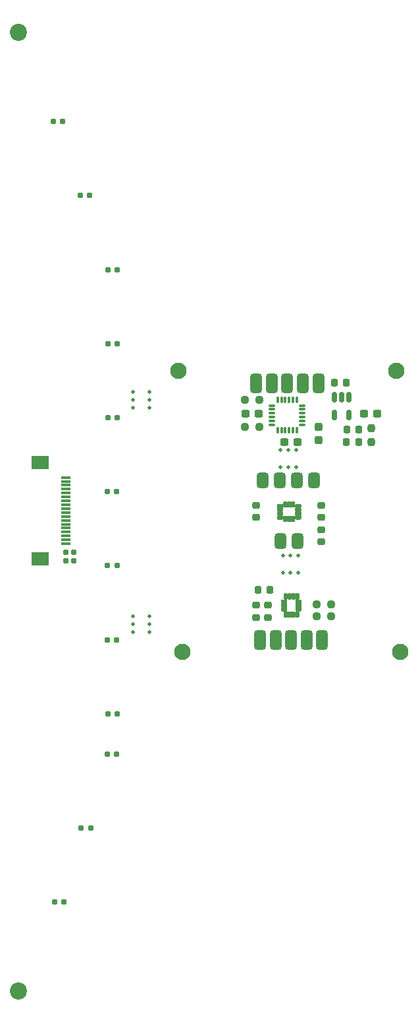
<source format=gbr>
%TF.GenerationSoftware,KiCad,Pcbnew,8.0.3*%
%TF.CreationDate,2025-05-12T21:07:43+02:00*%
%TF.ProjectId,IMU_PCBs,494d555f-5043-4427-932e-6b696361645f,rev?*%
%TF.SameCoordinates,Original*%
%TF.FileFunction,Soldermask,Top*%
%TF.FilePolarity,Negative*%
%FSLAX46Y46*%
G04 Gerber Fmt 4.6, Leading zero omitted, Abs format (unit mm)*
G04 Created by KiCad (PCBNEW 8.0.3) date 2025-05-12 21:07:43*
%MOMM*%
%LPD*%
G01*
G04 APERTURE LIST*
G04 Aperture macros list*
%AMRoundRect*
0 Rectangle with rounded corners*
0 $1 Rounding radius*
0 $2 $3 $4 $5 $6 $7 $8 $9 X,Y pos of 4 corners*
0 Add a 4 corners polygon primitive as box body*
4,1,4,$2,$3,$4,$5,$6,$7,$8,$9,$2,$3,0*
0 Add four circle primitives for the rounded corners*
1,1,$1+$1,$2,$3*
1,1,$1+$1,$4,$5*
1,1,$1+$1,$6,$7*
1,1,$1+$1,$8,$9*
0 Add four rect primitives between the rounded corners*
20,1,$1+$1,$2,$3,$4,$5,0*
20,1,$1+$1,$4,$5,$6,$7,0*
20,1,$1+$1,$6,$7,$8,$9,0*
20,1,$1+$1,$8,$9,$2,$3,0*%
G04 Aperture macros list end*
%ADD10C,0.010000*%
%ADD11C,0.500000*%
%ADD12C,2.200000*%
%ADD13RoundRect,0.155000X-0.155000X0.212500X-0.155000X-0.212500X0.155000X-0.212500X0.155000X0.212500X0*%
%ADD14RoundRect,0.160000X-0.197500X-0.160000X0.197500X-0.160000X0.197500X0.160000X-0.197500X0.160000X0*%
%ADD15R,1.300000X0.300000*%
%ADD16R,2.200000X1.800000*%
%ADD17C,2.100000*%
%ADD18RoundRect,0.225000X-0.225000X-0.250000X0.225000X-0.250000X0.225000X0.250000X-0.225000X0.250000X0*%
%ADD19RoundRect,0.237500X-0.250000X-0.237500X0.250000X-0.237500X0.250000X0.237500X-0.250000X0.237500X0*%
%ADD20RoundRect,0.237500X-0.300000X-0.237500X0.300000X-0.237500X0.300000X0.237500X-0.300000X0.237500X0*%
%ADD21RoundRect,0.237500X0.250000X0.237500X-0.250000X0.237500X-0.250000X-0.237500X0.250000X-0.237500X0*%
%ADD22RoundRect,0.375000X0.375000X-0.875000X0.375000X0.875000X-0.375000X0.875000X-0.375000X-0.875000X0*%
%ADD23RoundRect,0.237500X0.300000X0.237500X-0.300000X0.237500X-0.300000X-0.237500X0.300000X-0.237500X0*%
%ADD24RoundRect,0.150000X-0.150000X0.512500X-0.150000X-0.512500X0.150000X-0.512500X0.150000X0.512500X0*%
%ADD25RoundRect,0.225000X0.225000X0.250000X-0.225000X0.250000X-0.225000X-0.250000X0.225000X-0.250000X0*%
%ADD26RoundRect,0.375000X0.375000X-0.625000X0.375000X0.625000X-0.375000X0.625000X-0.375000X-0.625000X0*%
%ADD27RoundRect,0.225000X-0.250000X0.225000X-0.250000X-0.225000X0.250000X-0.225000X0.250000X0.225000X0*%
%ADD28RoundRect,0.237500X0.237500X-0.300000X0.237500X0.300000X-0.237500X0.300000X-0.237500X-0.300000X0*%
%ADD29RoundRect,0.225000X0.250000X-0.225000X0.250000X0.225000X-0.250000X0.225000X-0.250000X-0.225000X0*%
%ADD30RoundRect,0.075000X0.075000X-0.350000X0.075000X0.350000X-0.075000X0.350000X-0.075000X-0.350000X0*%
%ADD31RoundRect,0.075000X0.350000X0.075000X-0.350000X0.075000X-0.350000X-0.075000X0.350000X-0.075000X0*%
%ADD32RoundRect,0.218750X-0.218750X-0.256250X0.218750X-0.256250X0.218750X0.256250X-0.218750X0.256250X0*%
%ADD33RoundRect,0.375000X-0.375000X0.625000X-0.375000X-0.625000X0.375000X-0.625000X0.375000X0.625000X0*%
%ADD34RoundRect,0.237500X-0.237500X0.250000X-0.237500X-0.250000X0.237500X-0.250000X0.237500X0.250000X0*%
%ADD35RoundRect,0.375000X-0.375000X0.875000X-0.375000X-0.875000X0.375000X-0.875000X0.375000X0.875000X0*%
G04 APERTURE END LIST*
D10*
%TO.C,U1*%
X105338000Y-104696000D02*
X105345000Y-104697000D01*
X105351000Y-104698000D01*
X105357000Y-104699000D01*
X105364000Y-104701000D01*
X105370000Y-104703000D01*
X105376000Y-104706000D01*
X105382000Y-104709000D01*
X105388000Y-104712000D01*
X105393000Y-104715000D01*
X105398000Y-104719000D01*
X105404000Y-104723000D01*
X105409000Y-104727000D01*
X105413000Y-104732000D01*
X105418000Y-104736000D01*
X105422000Y-104741000D01*
X105426000Y-104747000D01*
X105430000Y-104752000D01*
X105433000Y-104758000D01*
X105436000Y-104763000D01*
X105439000Y-104769000D01*
X105442000Y-104775000D01*
X105444000Y-104781000D01*
X105446000Y-104788000D01*
X105447000Y-104794000D01*
X105448000Y-104800000D01*
X105449000Y-104807000D01*
X105450000Y-104813000D01*
X105450000Y-104820000D01*
X105450000Y-105020000D01*
X105450000Y-105027000D01*
X105449000Y-105033000D01*
X105448000Y-105040000D01*
X105447000Y-105046000D01*
X105446000Y-105052000D01*
X105444000Y-105059000D01*
X105442000Y-105065000D01*
X105439000Y-105071000D01*
X105436000Y-105077000D01*
X105433000Y-105082000D01*
X105430000Y-105088000D01*
X105426000Y-105093000D01*
X105422000Y-105099000D01*
X105418000Y-105104000D01*
X105413000Y-105108000D01*
X105409000Y-105113000D01*
X105404000Y-105117000D01*
X105398000Y-105121000D01*
X105393000Y-105125000D01*
X105388000Y-105128000D01*
X105382000Y-105131000D01*
X105376000Y-105134000D01*
X105370000Y-105137000D01*
X105364000Y-105139000D01*
X105357000Y-105141000D01*
X105351000Y-105142000D01*
X105345000Y-105143000D01*
X105338000Y-105144000D01*
X105332000Y-105145000D01*
X105325000Y-105145000D01*
X104885000Y-105145000D01*
X104878000Y-105145000D01*
X104872000Y-105144000D01*
X104865000Y-105143000D01*
X104859000Y-105142000D01*
X104853000Y-105141000D01*
X104846000Y-105139000D01*
X104840000Y-105137000D01*
X104834000Y-105134000D01*
X104828000Y-105131000D01*
X104822000Y-105128000D01*
X104817000Y-105125000D01*
X104812000Y-105121000D01*
X104806000Y-105117000D01*
X104801000Y-105113000D01*
X104797000Y-105108000D01*
X104792000Y-105104000D01*
X104788000Y-105099000D01*
X104784000Y-105093000D01*
X104780000Y-105088000D01*
X104777000Y-105082000D01*
X104774000Y-105077000D01*
X104771000Y-105071000D01*
X104768000Y-105065000D01*
X104766000Y-105059000D01*
X104764000Y-105052000D01*
X104763000Y-105046000D01*
X104762000Y-105040000D01*
X104761000Y-105033000D01*
X104760000Y-105027000D01*
X104760000Y-105020000D01*
X104760000Y-104820000D01*
X104760000Y-104813000D01*
X104761000Y-104807000D01*
X104762000Y-104800000D01*
X104763000Y-104794000D01*
X104764000Y-104788000D01*
X104766000Y-104781000D01*
X104768000Y-104775000D01*
X104771000Y-104769000D01*
X104774000Y-104763000D01*
X104777000Y-104758000D01*
X104780000Y-104752000D01*
X104784000Y-104747000D01*
X104788000Y-104741000D01*
X104792000Y-104736000D01*
X104797000Y-104732000D01*
X104801000Y-104727000D01*
X104806000Y-104723000D01*
X104812000Y-104719000D01*
X104817000Y-104715000D01*
X104822000Y-104712000D01*
X104828000Y-104709000D01*
X104834000Y-104706000D01*
X104840000Y-104703000D01*
X104846000Y-104701000D01*
X104853000Y-104699000D01*
X104859000Y-104698000D01*
X104865000Y-104697000D01*
X104872000Y-104696000D01*
X104878000Y-104695000D01*
X104885000Y-104695000D01*
X105325000Y-104695000D01*
X105332000Y-104695000D01*
X105338000Y-104696000D01*
G36*
X105338000Y-104696000D02*
G01*
X105345000Y-104697000D01*
X105351000Y-104698000D01*
X105357000Y-104699000D01*
X105364000Y-104701000D01*
X105370000Y-104703000D01*
X105376000Y-104706000D01*
X105382000Y-104709000D01*
X105388000Y-104712000D01*
X105393000Y-104715000D01*
X105398000Y-104719000D01*
X105404000Y-104723000D01*
X105409000Y-104727000D01*
X105413000Y-104732000D01*
X105418000Y-104736000D01*
X105422000Y-104741000D01*
X105426000Y-104747000D01*
X105430000Y-104752000D01*
X105433000Y-104758000D01*
X105436000Y-104763000D01*
X105439000Y-104769000D01*
X105442000Y-104775000D01*
X105444000Y-104781000D01*
X105446000Y-104788000D01*
X105447000Y-104794000D01*
X105448000Y-104800000D01*
X105449000Y-104807000D01*
X105450000Y-104813000D01*
X105450000Y-104820000D01*
X105450000Y-105020000D01*
X105450000Y-105027000D01*
X105449000Y-105033000D01*
X105448000Y-105040000D01*
X105447000Y-105046000D01*
X105446000Y-105052000D01*
X105444000Y-105059000D01*
X105442000Y-105065000D01*
X105439000Y-105071000D01*
X105436000Y-105077000D01*
X105433000Y-105082000D01*
X105430000Y-105088000D01*
X105426000Y-105093000D01*
X105422000Y-105099000D01*
X105418000Y-105104000D01*
X105413000Y-105108000D01*
X105409000Y-105113000D01*
X105404000Y-105117000D01*
X105398000Y-105121000D01*
X105393000Y-105125000D01*
X105388000Y-105128000D01*
X105382000Y-105131000D01*
X105376000Y-105134000D01*
X105370000Y-105137000D01*
X105364000Y-105139000D01*
X105357000Y-105141000D01*
X105351000Y-105142000D01*
X105345000Y-105143000D01*
X105338000Y-105144000D01*
X105332000Y-105145000D01*
X105325000Y-105145000D01*
X104885000Y-105145000D01*
X104878000Y-105145000D01*
X104872000Y-105144000D01*
X104865000Y-105143000D01*
X104859000Y-105142000D01*
X104853000Y-105141000D01*
X104846000Y-105139000D01*
X104840000Y-105137000D01*
X104834000Y-105134000D01*
X104828000Y-105131000D01*
X104822000Y-105128000D01*
X104817000Y-105125000D01*
X104812000Y-105121000D01*
X104806000Y-105117000D01*
X104801000Y-105113000D01*
X104797000Y-105108000D01*
X104792000Y-105104000D01*
X104788000Y-105099000D01*
X104784000Y-105093000D01*
X104780000Y-105088000D01*
X104777000Y-105082000D01*
X104774000Y-105077000D01*
X104771000Y-105071000D01*
X104768000Y-105065000D01*
X104766000Y-105059000D01*
X104764000Y-105052000D01*
X104763000Y-105046000D01*
X104762000Y-105040000D01*
X104761000Y-105033000D01*
X104760000Y-105027000D01*
X104760000Y-105020000D01*
X104760000Y-104820000D01*
X104760000Y-104813000D01*
X104761000Y-104807000D01*
X104762000Y-104800000D01*
X104763000Y-104794000D01*
X104764000Y-104788000D01*
X104766000Y-104781000D01*
X104768000Y-104775000D01*
X104771000Y-104769000D01*
X104774000Y-104763000D01*
X104777000Y-104758000D01*
X104780000Y-104752000D01*
X104784000Y-104747000D01*
X104788000Y-104741000D01*
X104792000Y-104736000D01*
X104797000Y-104732000D01*
X104801000Y-104727000D01*
X104806000Y-104723000D01*
X104812000Y-104719000D01*
X104817000Y-104715000D01*
X104822000Y-104712000D01*
X104828000Y-104709000D01*
X104834000Y-104706000D01*
X104840000Y-104703000D01*
X104846000Y-104701000D01*
X104853000Y-104699000D01*
X104859000Y-104698000D01*
X104865000Y-104697000D01*
X104872000Y-104696000D01*
X104878000Y-104695000D01*
X104885000Y-104695000D01*
X105325000Y-104695000D01*
X105332000Y-104695000D01*
X105338000Y-104696000D01*
G37*
X105338000Y-105196000D02*
X105345000Y-105197000D01*
X105351000Y-105198000D01*
X105357000Y-105199000D01*
X105364000Y-105201000D01*
X105370000Y-105203000D01*
X105376000Y-105206000D01*
X105382000Y-105209000D01*
X105388000Y-105212000D01*
X105393000Y-105215000D01*
X105398000Y-105219000D01*
X105404000Y-105223000D01*
X105409000Y-105227000D01*
X105413000Y-105232000D01*
X105418000Y-105236000D01*
X105422000Y-105241000D01*
X105426000Y-105247000D01*
X105430000Y-105252000D01*
X105433000Y-105258000D01*
X105436000Y-105263000D01*
X105439000Y-105269000D01*
X105442000Y-105275000D01*
X105444000Y-105281000D01*
X105446000Y-105288000D01*
X105447000Y-105294000D01*
X105448000Y-105300000D01*
X105449000Y-105307000D01*
X105450000Y-105313000D01*
X105450000Y-105320000D01*
X105450000Y-105520000D01*
X105450000Y-105527000D01*
X105449000Y-105533000D01*
X105448000Y-105540000D01*
X105447000Y-105546000D01*
X105446000Y-105552000D01*
X105444000Y-105559000D01*
X105442000Y-105565000D01*
X105439000Y-105571000D01*
X105436000Y-105577000D01*
X105433000Y-105582000D01*
X105430000Y-105588000D01*
X105426000Y-105593000D01*
X105422000Y-105599000D01*
X105418000Y-105604000D01*
X105413000Y-105608000D01*
X105409000Y-105613000D01*
X105404000Y-105617000D01*
X105398000Y-105621000D01*
X105393000Y-105625000D01*
X105388000Y-105628000D01*
X105382000Y-105631000D01*
X105376000Y-105634000D01*
X105370000Y-105637000D01*
X105364000Y-105639000D01*
X105357000Y-105641000D01*
X105351000Y-105642000D01*
X105345000Y-105643000D01*
X105338000Y-105644000D01*
X105332000Y-105645000D01*
X105325000Y-105645000D01*
X104885000Y-105645000D01*
X104878000Y-105645000D01*
X104872000Y-105644000D01*
X104865000Y-105643000D01*
X104859000Y-105642000D01*
X104853000Y-105641000D01*
X104846000Y-105639000D01*
X104840000Y-105637000D01*
X104834000Y-105634000D01*
X104828000Y-105631000D01*
X104822000Y-105628000D01*
X104817000Y-105625000D01*
X104812000Y-105621000D01*
X104806000Y-105617000D01*
X104801000Y-105613000D01*
X104797000Y-105608000D01*
X104792000Y-105604000D01*
X104788000Y-105599000D01*
X104784000Y-105593000D01*
X104780000Y-105588000D01*
X104777000Y-105582000D01*
X104774000Y-105577000D01*
X104771000Y-105571000D01*
X104768000Y-105565000D01*
X104766000Y-105559000D01*
X104764000Y-105552000D01*
X104763000Y-105546000D01*
X104762000Y-105540000D01*
X104761000Y-105533000D01*
X104760000Y-105527000D01*
X104760000Y-105520000D01*
X104760000Y-105320000D01*
X104760000Y-105313000D01*
X104761000Y-105307000D01*
X104762000Y-105300000D01*
X104763000Y-105294000D01*
X104764000Y-105288000D01*
X104766000Y-105281000D01*
X104768000Y-105275000D01*
X104771000Y-105269000D01*
X104774000Y-105263000D01*
X104777000Y-105258000D01*
X104780000Y-105252000D01*
X104784000Y-105247000D01*
X104788000Y-105241000D01*
X104792000Y-105236000D01*
X104797000Y-105232000D01*
X104801000Y-105227000D01*
X104806000Y-105223000D01*
X104812000Y-105219000D01*
X104817000Y-105215000D01*
X104822000Y-105212000D01*
X104828000Y-105209000D01*
X104834000Y-105206000D01*
X104840000Y-105203000D01*
X104846000Y-105201000D01*
X104853000Y-105199000D01*
X104859000Y-105198000D01*
X104865000Y-105197000D01*
X104872000Y-105196000D01*
X104878000Y-105195000D01*
X104885000Y-105195000D01*
X105325000Y-105195000D01*
X105332000Y-105195000D01*
X105338000Y-105196000D01*
G36*
X105338000Y-105196000D02*
G01*
X105345000Y-105197000D01*
X105351000Y-105198000D01*
X105357000Y-105199000D01*
X105364000Y-105201000D01*
X105370000Y-105203000D01*
X105376000Y-105206000D01*
X105382000Y-105209000D01*
X105388000Y-105212000D01*
X105393000Y-105215000D01*
X105398000Y-105219000D01*
X105404000Y-105223000D01*
X105409000Y-105227000D01*
X105413000Y-105232000D01*
X105418000Y-105236000D01*
X105422000Y-105241000D01*
X105426000Y-105247000D01*
X105430000Y-105252000D01*
X105433000Y-105258000D01*
X105436000Y-105263000D01*
X105439000Y-105269000D01*
X105442000Y-105275000D01*
X105444000Y-105281000D01*
X105446000Y-105288000D01*
X105447000Y-105294000D01*
X105448000Y-105300000D01*
X105449000Y-105307000D01*
X105450000Y-105313000D01*
X105450000Y-105320000D01*
X105450000Y-105520000D01*
X105450000Y-105527000D01*
X105449000Y-105533000D01*
X105448000Y-105540000D01*
X105447000Y-105546000D01*
X105446000Y-105552000D01*
X105444000Y-105559000D01*
X105442000Y-105565000D01*
X105439000Y-105571000D01*
X105436000Y-105577000D01*
X105433000Y-105582000D01*
X105430000Y-105588000D01*
X105426000Y-105593000D01*
X105422000Y-105599000D01*
X105418000Y-105604000D01*
X105413000Y-105608000D01*
X105409000Y-105613000D01*
X105404000Y-105617000D01*
X105398000Y-105621000D01*
X105393000Y-105625000D01*
X105388000Y-105628000D01*
X105382000Y-105631000D01*
X105376000Y-105634000D01*
X105370000Y-105637000D01*
X105364000Y-105639000D01*
X105357000Y-105641000D01*
X105351000Y-105642000D01*
X105345000Y-105643000D01*
X105338000Y-105644000D01*
X105332000Y-105645000D01*
X105325000Y-105645000D01*
X104885000Y-105645000D01*
X104878000Y-105645000D01*
X104872000Y-105644000D01*
X104865000Y-105643000D01*
X104859000Y-105642000D01*
X104853000Y-105641000D01*
X104846000Y-105639000D01*
X104840000Y-105637000D01*
X104834000Y-105634000D01*
X104828000Y-105631000D01*
X104822000Y-105628000D01*
X104817000Y-105625000D01*
X104812000Y-105621000D01*
X104806000Y-105617000D01*
X104801000Y-105613000D01*
X104797000Y-105608000D01*
X104792000Y-105604000D01*
X104788000Y-105599000D01*
X104784000Y-105593000D01*
X104780000Y-105588000D01*
X104777000Y-105582000D01*
X104774000Y-105577000D01*
X104771000Y-105571000D01*
X104768000Y-105565000D01*
X104766000Y-105559000D01*
X104764000Y-105552000D01*
X104763000Y-105546000D01*
X104762000Y-105540000D01*
X104761000Y-105533000D01*
X104760000Y-105527000D01*
X104760000Y-105520000D01*
X104760000Y-105320000D01*
X104760000Y-105313000D01*
X104761000Y-105307000D01*
X104762000Y-105300000D01*
X104763000Y-105294000D01*
X104764000Y-105288000D01*
X104766000Y-105281000D01*
X104768000Y-105275000D01*
X104771000Y-105269000D01*
X104774000Y-105263000D01*
X104777000Y-105258000D01*
X104780000Y-105252000D01*
X104784000Y-105247000D01*
X104788000Y-105241000D01*
X104792000Y-105236000D01*
X104797000Y-105232000D01*
X104801000Y-105227000D01*
X104806000Y-105223000D01*
X104812000Y-105219000D01*
X104817000Y-105215000D01*
X104822000Y-105212000D01*
X104828000Y-105209000D01*
X104834000Y-105206000D01*
X104840000Y-105203000D01*
X104846000Y-105201000D01*
X104853000Y-105199000D01*
X104859000Y-105198000D01*
X104865000Y-105197000D01*
X104872000Y-105196000D01*
X104878000Y-105195000D01*
X104885000Y-105195000D01*
X105325000Y-105195000D01*
X105332000Y-105195000D01*
X105338000Y-105196000D01*
G37*
X105338000Y-105696000D02*
X105345000Y-105697000D01*
X105351000Y-105698000D01*
X105357000Y-105699000D01*
X105364000Y-105701000D01*
X105370000Y-105703000D01*
X105376000Y-105706000D01*
X105382000Y-105709000D01*
X105388000Y-105712000D01*
X105393000Y-105715000D01*
X105398000Y-105719000D01*
X105404000Y-105723000D01*
X105409000Y-105727000D01*
X105413000Y-105732000D01*
X105418000Y-105736000D01*
X105422000Y-105741000D01*
X105426000Y-105747000D01*
X105430000Y-105752000D01*
X105433000Y-105758000D01*
X105436000Y-105763000D01*
X105439000Y-105769000D01*
X105442000Y-105775000D01*
X105444000Y-105781000D01*
X105446000Y-105788000D01*
X105447000Y-105794000D01*
X105448000Y-105800000D01*
X105449000Y-105807000D01*
X105450000Y-105813000D01*
X105450000Y-105820000D01*
X105450000Y-106020000D01*
X105450000Y-106027000D01*
X105449000Y-106033000D01*
X105448000Y-106040000D01*
X105447000Y-106046000D01*
X105446000Y-106052000D01*
X105444000Y-106059000D01*
X105442000Y-106065000D01*
X105439000Y-106071000D01*
X105436000Y-106077000D01*
X105433000Y-106082000D01*
X105430000Y-106088000D01*
X105426000Y-106093000D01*
X105422000Y-106099000D01*
X105418000Y-106104000D01*
X105413000Y-106108000D01*
X105409000Y-106113000D01*
X105404000Y-106117000D01*
X105398000Y-106121000D01*
X105393000Y-106125000D01*
X105388000Y-106128000D01*
X105382000Y-106131000D01*
X105376000Y-106134000D01*
X105370000Y-106137000D01*
X105364000Y-106139000D01*
X105357000Y-106141000D01*
X105351000Y-106142000D01*
X105345000Y-106143000D01*
X105338000Y-106144000D01*
X105332000Y-106145000D01*
X105325000Y-106145000D01*
X104885000Y-106145000D01*
X104878000Y-106145000D01*
X104872000Y-106144000D01*
X104865000Y-106143000D01*
X104859000Y-106142000D01*
X104853000Y-106141000D01*
X104846000Y-106139000D01*
X104840000Y-106137000D01*
X104834000Y-106134000D01*
X104828000Y-106131000D01*
X104822000Y-106128000D01*
X104817000Y-106125000D01*
X104812000Y-106121000D01*
X104806000Y-106117000D01*
X104801000Y-106113000D01*
X104797000Y-106108000D01*
X104792000Y-106104000D01*
X104788000Y-106099000D01*
X104784000Y-106093000D01*
X104780000Y-106088000D01*
X104777000Y-106082000D01*
X104774000Y-106077000D01*
X104771000Y-106071000D01*
X104768000Y-106065000D01*
X104766000Y-106059000D01*
X104764000Y-106052000D01*
X104763000Y-106046000D01*
X104762000Y-106040000D01*
X104761000Y-106033000D01*
X104760000Y-106027000D01*
X104760000Y-106020000D01*
X104760000Y-105820000D01*
X104760000Y-105813000D01*
X104761000Y-105807000D01*
X104762000Y-105800000D01*
X104763000Y-105794000D01*
X104764000Y-105788000D01*
X104766000Y-105781000D01*
X104768000Y-105775000D01*
X104771000Y-105769000D01*
X104774000Y-105763000D01*
X104777000Y-105758000D01*
X104780000Y-105752000D01*
X104784000Y-105747000D01*
X104788000Y-105741000D01*
X104792000Y-105736000D01*
X104797000Y-105732000D01*
X104801000Y-105727000D01*
X104806000Y-105723000D01*
X104812000Y-105719000D01*
X104817000Y-105715000D01*
X104822000Y-105712000D01*
X104828000Y-105709000D01*
X104834000Y-105706000D01*
X104840000Y-105703000D01*
X104846000Y-105701000D01*
X104853000Y-105699000D01*
X104859000Y-105698000D01*
X104865000Y-105697000D01*
X104872000Y-105696000D01*
X104878000Y-105695000D01*
X104885000Y-105695000D01*
X105325000Y-105695000D01*
X105332000Y-105695000D01*
X105338000Y-105696000D01*
G36*
X105338000Y-105696000D02*
G01*
X105345000Y-105697000D01*
X105351000Y-105698000D01*
X105357000Y-105699000D01*
X105364000Y-105701000D01*
X105370000Y-105703000D01*
X105376000Y-105706000D01*
X105382000Y-105709000D01*
X105388000Y-105712000D01*
X105393000Y-105715000D01*
X105398000Y-105719000D01*
X105404000Y-105723000D01*
X105409000Y-105727000D01*
X105413000Y-105732000D01*
X105418000Y-105736000D01*
X105422000Y-105741000D01*
X105426000Y-105747000D01*
X105430000Y-105752000D01*
X105433000Y-105758000D01*
X105436000Y-105763000D01*
X105439000Y-105769000D01*
X105442000Y-105775000D01*
X105444000Y-105781000D01*
X105446000Y-105788000D01*
X105447000Y-105794000D01*
X105448000Y-105800000D01*
X105449000Y-105807000D01*
X105450000Y-105813000D01*
X105450000Y-105820000D01*
X105450000Y-106020000D01*
X105450000Y-106027000D01*
X105449000Y-106033000D01*
X105448000Y-106040000D01*
X105447000Y-106046000D01*
X105446000Y-106052000D01*
X105444000Y-106059000D01*
X105442000Y-106065000D01*
X105439000Y-106071000D01*
X105436000Y-106077000D01*
X105433000Y-106082000D01*
X105430000Y-106088000D01*
X105426000Y-106093000D01*
X105422000Y-106099000D01*
X105418000Y-106104000D01*
X105413000Y-106108000D01*
X105409000Y-106113000D01*
X105404000Y-106117000D01*
X105398000Y-106121000D01*
X105393000Y-106125000D01*
X105388000Y-106128000D01*
X105382000Y-106131000D01*
X105376000Y-106134000D01*
X105370000Y-106137000D01*
X105364000Y-106139000D01*
X105357000Y-106141000D01*
X105351000Y-106142000D01*
X105345000Y-106143000D01*
X105338000Y-106144000D01*
X105332000Y-106145000D01*
X105325000Y-106145000D01*
X104885000Y-106145000D01*
X104878000Y-106145000D01*
X104872000Y-106144000D01*
X104865000Y-106143000D01*
X104859000Y-106142000D01*
X104853000Y-106141000D01*
X104846000Y-106139000D01*
X104840000Y-106137000D01*
X104834000Y-106134000D01*
X104828000Y-106131000D01*
X104822000Y-106128000D01*
X104817000Y-106125000D01*
X104812000Y-106121000D01*
X104806000Y-106117000D01*
X104801000Y-106113000D01*
X104797000Y-106108000D01*
X104792000Y-106104000D01*
X104788000Y-106099000D01*
X104784000Y-106093000D01*
X104780000Y-106088000D01*
X104777000Y-106082000D01*
X104774000Y-106077000D01*
X104771000Y-106071000D01*
X104768000Y-106065000D01*
X104766000Y-106059000D01*
X104764000Y-106052000D01*
X104763000Y-106046000D01*
X104762000Y-106040000D01*
X104761000Y-106033000D01*
X104760000Y-106027000D01*
X104760000Y-106020000D01*
X104760000Y-105820000D01*
X104760000Y-105813000D01*
X104761000Y-105807000D01*
X104762000Y-105800000D01*
X104763000Y-105794000D01*
X104764000Y-105788000D01*
X104766000Y-105781000D01*
X104768000Y-105775000D01*
X104771000Y-105769000D01*
X104774000Y-105763000D01*
X104777000Y-105758000D01*
X104780000Y-105752000D01*
X104784000Y-105747000D01*
X104788000Y-105741000D01*
X104792000Y-105736000D01*
X104797000Y-105732000D01*
X104801000Y-105727000D01*
X104806000Y-105723000D01*
X104812000Y-105719000D01*
X104817000Y-105715000D01*
X104822000Y-105712000D01*
X104828000Y-105709000D01*
X104834000Y-105706000D01*
X104840000Y-105703000D01*
X104846000Y-105701000D01*
X104853000Y-105699000D01*
X104859000Y-105698000D01*
X104865000Y-105697000D01*
X104872000Y-105696000D01*
X104878000Y-105695000D01*
X104885000Y-105695000D01*
X105325000Y-105695000D01*
X105332000Y-105695000D01*
X105338000Y-105696000D01*
G37*
X105338000Y-106196000D02*
X105345000Y-106197000D01*
X105351000Y-106198000D01*
X105357000Y-106199000D01*
X105364000Y-106201000D01*
X105370000Y-106203000D01*
X105376000Y-106206000D01*
X105382000Y-106209000D01*
X105388000Y-106212000D01*
X105393000Y-106215000D01*
X105398000Y-106219000D01*
X105404000Y-106223000D01*
X105409000Y-106227000D01*
X105413000Y-106232000D01*
X105418000Y-106236000D01*
X105422000Y-106241000D01*
X105426000Y-106247000D01*
X105430000Y-106252000D01*
X105433000Y-106258000D01*
X105436000Y-106263000D01*
X105439000Y-106269000D01*
X105442000Y-106275000D01*
X105444000Y-106281000D01*
X105446000Y-106288000D01*
X105447000Y-106294000D01*
X105448000Y-106300000D01*
X105449000Y-106307000D01*
X105450000Y-106313000D01*
X105450000Y-106320000D01*
X105450000Y-106520000D01*
X105450000Y-106527000D01*
X105449000Y-106533000D01*
X105448000Y-106540000D01*
X105447000Y-106546000D01*
X105446000Y-106552000D01*
X105444000Y-106559000D01*
X105442000Y-106565000D01*
X105439000Y-106571000D01*
X105436000Y-106577000D01*
X105433000Y-106582000D01*
X105430000Y-106588000D01*
X105426000Y-106593000D01*
X105422000Y-106599000D01*
X105418000Y-106604000D01*
X105413000Y-106608000D01*
X105409000Y-106613000D01*
X105404000Y-106617000D01*
X105398000Y-106621000D01*
X105393000Y-106625000D01*
X105388000Y-106628000D01*
X105382000Y-106631000D01*
X105376000Y-106634000D01*
X105370000Y-106637000D01*
X105364000Y-106639000D01*
X105357000Y-106641000D01*
X105351000Y-106642000D01*
X105345000Y-106643000D01*
X105338000Y-106644000D01*
X105332000Y-106645000D01*
X105325000Y-106645000D01*
X104885000Y-106645000D01*
X104878000Y-106645000D01*
X104872000Y-106644000D01*
X104865000Y-106643000D01*
X104859000Y-106642000D01*
X104853000Y-106641000D01*
X104846000Y-106639000D01*
X104840000Y-106637000D01*
X104834000Y-106634000D01*
X104828000Y-106631000D01*
X104822000Y-106628000D01*
X104817000Y-106625000D01*
X104812000Y-106621000D01*
X104806000Y-106617000D01*
X104801000Y-106613000D01*
X104797000Y-106608000D01*
X104792000Y-106604000D01*
X104788000Y-106599000D01*
X104784000Y-106593000D01*
X104780000Y-106588000D01*
X104777000Y-106582000D01*
X104774000Y-106577000D01*
X104771000Y-106571000D01*
X104768000Y-106565000D01*
X104766000Y-106559000D01*
X104764000Y-106552000D01*
X104763000Y-106546000D01*
X104762000Y-106540000D01*
X104761000Y-106533000D01*
X104760000Y-106527000D01*
X104760000Y-106520000D01*
X104760000Y-106320000D01*
X104760000Y-106313000D01*
X104761000Y-106307000D01*
X104762000Y-106300000D01*
X104763000Y-106294000D01*
X104764000Y-106288000D01*
X104766000Y-106281000D01*
X104768000Y-106275000D01*
X104771000Y-106269000D01*
X104774000Y-106263000D01*
X104777000Y-106258000D01*
X104780000Y-106252000D01*
X104784000Y-106247000D01*
X104788000Y-106241000D01*
X104792000Y-106236000D01*
X104797000Y-106232000D01*
X104801000Y-106227000D01*
X104806000Y-106223000D01*
X104812000Y-106219000D01*
X104817000Y-106215000D01*
X104822000Y-106212000D01*
X104828000Y-106209000D01*
X104834000Y-106206000D01*
X104840000Y-106203000D01*
X104846000Y-106201000D01*
X104853000Y-106199000D01*
X104859000Y-106198000D01*
X104865000Y-106197000D01*
X104872000Y-106196000D01*
X104878000Y-106195000D01*
X104885000Y-106195000D01*
X105325000Y-106195000D01*
X105332000Y-106195000D01*
X105338000Y-106196000D01*
G36*
X105338000Y-106196000D02*
G01*
X105345000Y-106197000D01*
X105351000Y-106198000D01*
X105357000Y-106199000D01*
X105364000Y-106201000D01*
X105370000Y-106203000D01*
X105376000Y-106206000D01*
X105382000Y-106209000D01*
X105388000Y-106212000D01*
X105393000Y-106215000D01*
X105398000Y-106219000D01*
X105404000Y-106223000D01*
X105409000Y-106227000D01*
X105413000Y-106232000D01*
X105418000Y-106236000D01*
X105422000Y-106241000D01*
X105426000Y-106247000D01*
X105430000Y-106252000D01*
X105433000Y-106258000D01*
X105436000Y-106263000D01*
X105439000Y-106269000D01*
X105442000Y-106275000D01*
X105444000Y-106281000D01*
X105446000Y-106288000D01*
X105447000Y-106294000D01*
X105448000Y-106300000D01*
X105449000Y-106307000D01*
X105450000Y-106313000D01*
X105450000Y-106320000D01*
X105450000Y-106520000D01*
X105450000Y-106527000D01*
X105449000Y-106533000D01*
X105448000Y-106540000D01*
X105447000Y-106546000D01*
X105446000Y-106552000D01*
X105444000Y-106559000D01*
X105442000Y-106565000D01*
X105439000Y-106571000D01*
X105436000Y-106577000D01*
X105433000Y-106582000D01*
X105430000Y-106588000D01*
X105426000Y-106593000D01*
X105422000Y-106599000D01*
X105418000Y-106604000D01*
X105413000Y-106608000D01*
X105409000Y-106613000D01*
X105404000Y-106617000D01*
X105398000Y-106621000D01*
X105393000Y-106625000D01*
X105388000Y-106628000D01*
X105382000Y-106631000D01*
X105376000Y-106634000D01*
X105370000Y-106637000D01*
X105364000Y-106639000D01*
X105357000Y-106641000D01*
X105351000Y-106642000D01*
X105345000Y-106643000D01*
X105338000Y-106644000D01*
X105332000Y-106645000D01*
X105325000Y-106645000D01*
X104885000Y-106645000D01*
X104878000Y-106645000D01*
X104872000Y-106644000D01*
X104865000Y-106643000D01*
X104859000Y-106642000D01*
X104853000Y-106641000D01*
X104846000Y-106639000D01*
X104840000Y-106637000D01*
X104834000Y-106634000D01*
X104828000Y-106631000D01*
X104822000Y-106628000D01*
X104817000Y-106625000D01*
X104812000Y-106621000D01*
X104806000Y-106617000D01*
X104801000Y-106613000D01*
X104797000Y-106608000D01*
X104792000Y-106604000D01*
X104788000Y-106599000D01*
X104784000Y-106593000D01*
X104780000Y-106588000D01*
X104777000Y-106582000D01*
X104774000Y-106577000D01*
X104771000Y-106571000D01*
X104768000Y-106565000D01*
X104766000Y-106559000D01*
X104764000Y-106552000D01*
X104763000Y-106546000D01*
X104762000Y-106540000D01*
X104761000Y-106533000D01*
X104760000Y-106527000D01*
X104760000Y-106520000D01*
X104760000Y-106320000D01*
X104760000Y-106313000D01*
X104761000Y-106307000D01*
X104762000Y-106300000D01*
X104763000Y-106294000D01*
X104764000Y-106288000D01*
X104766000Y-106281000D01*
X104768000Y-106275000D01*
X104771000Y-106269000D01*
X104774000Y-106263000D01*
X104777000Y-106258000D01*
X104780000Y-106252000D01*
X104784000Y-106247000D01*
X104788000Y-106241000D01*
X104792000Y-106236000D01*
X104797000Y-106232000D01*
X104801000Y-106227000D01*
X104806000Y-106223000D01*
X104812000Y-106219000D01*
X104817000Y-106215000D01*
X104822000Y-106212000D01*
X104828000Y-106209000D01*
X104834000Y-106206000D01*
X104840000Y-106203000D01*
X104846000Y-106201000D01*
X104853000Y-106199000D01*
X104859000Y-106198000D01*
X104865000Y-106197000D01*
X104872000Y-106196000D01*
X104878000Y-106195000D01*
X104885000Y-106195000D01*
X105325000Y-106195000D01*
X105332000Y-106195000D01*
X105338000Y-106196000D01*
G37*
X105883000Y-104411000D02*
X105890000Y-104412000D01*
X105896000Y-104413000D01*
X105902000Y-104414000D01*
X105909000Y-104416000D01*
X105915000Y-104418000D01*
X105921000Y-104421000D01*
X105927000Y-104424000D01*
X105932000Y-104427000D01*
X105938000Y-104430000D01*
X105943000Y-104434000D01*
X105949000Y-104438000D01*
X105954000Y-104442000D01*
X105958000Y-104447000D01*
X105963000Y-104451000D01*
X105967000Y-104456000D01*
X105971000Y-104462000D01*
X105975000Y-104467000D01*
X105978000Y-104472000D01*
X105981000Y-104478000D01*
X105984000Y-104484000D01*
X105987000Y-104490000D01*
X105989000Y-104496000D01*
X105991000Y-104503000D01*
X105992000Y-104509000D01*
X105993000Y-104515000D01*
X105994000Y-104522000D01*
X105995000Y-104528000D01*
X105995000Y-104535000D01*
X105995000Y-104975000D01*
X105995000Y-104982000D01*
X105994000Y-104988000D01*
X105993000Y-104995000D01*
X105992000Y-105001000D01*
X105991000Y-105007000D01*
X105989000Y-105014000D01*
X105987000Y-105020000D01*
X105984000Y-105026000D01*
X105981000Y-105032000D01*
X105978000Y-105038000D01*
X105975000Y-105043000D01*
X105971000Y-105048000D01*
X105967000Y-105054000D01*
X105963000Y-105059000D01*
X105958000Y-105063000D01*
X105954000Y-105068000D01*
X105949000Y-105072000D01*
X105943000Y-105076000D01*
X105938000Y-105080000D01*
X105932000Y-105083000D01*
X105927000Y-105086000D01*
X105921000Y-105089000D01*
X105915000Y-105092000D01*
X105909000Y-105094000D01*
X105902000Y-105096000D01*
X105896000Y-105097000D01*
X105890000Y-105098000D01*
X105883000Y-105099000D01*
X105877000Y-105100000D01*
X105870000Y-105100000D01*
X105670000Y-105100000D01*
X105663000Y-105100000D01*
X105657000Y-105099000D01*
X105650000Y-105098000D01*
X105644000Y-105097000D01*
X105638000Y-105096000D01*
X105631000Y-105094000D01*
X105625000Y-105092000D01*
X105619000Y-105089000D01*
X105613000Y-105086000D01*
X105607000Y-105083000D01*
X105602000Y-105080000D01*
X105597000Y-105076000D01*
X105591000Y-105072000D01*
X105586000Y-105068000D01*
X105582000Y-105063000D01*
X105577000Y-105059000D01*
X105573000Y-105054000D01*
X105569000Y-105048000D01*
X105565000Y-105043000D01*
X105562000Y-105038000D01*
X105559000Y-105032000D01*
X105556000Y-105026000D01*
X105553000Y-105020000D01*
X105551000Y-105014000D01*
X105549000Y-105007000D01*
X105548000Y-105001000D01*
X105547000Y-104995000D01*
X105546000Y-104988000D01*
X105545000Y-104982000D01*
X105545000Y-104975000D01*
X105545000Y-104535000D01*
X105545000Y-104528000D01*
X105546000Y-104522000D01*
X105547000Y-104515000D01*
X105548000Y-104509000D01*
X105549000Y-104503000D01*
X105551000Y-104496000D01*
X105553000Y-104490000D01*
X105556000Y-104484000D01*
X105559000Y-104478000D01*
X105562000Y-104472000D01*
X105565000Y-104467000D01*
X105569000Y-104462000D01*
X105573000Y-104456000D01*
X105577000Y-104451000D01*
X105582000Y-104447000D01*
X105586000Y-104442000D01*
X105591000Y-104438000D01*
X105597000Y-104434000D01*
X105602000Y-104430000D01*
X105608000Y-104427000D01*
X105613000Y-104424000D01*
X105619000Y-104421000D01*
X105625000Y-104418000D01*
X105631000Y-104416000D01*
X105638000Y-104414000D01*
X105644000Y-104413000D01*
X105650000Y-104412000D01*
X105657000Y-104411000D01*
X105663000Y-104410000D01*
X105670000Y-104410000D01*
X105870000Y-104410000D01*
X105877000Y-104410000D01*
X105883000Y-104411000D01*
G36*
X105883000Y-104411000D02*
G01*
X105890000Y-104412000D01*
X105896000Y-104413000D01*
X105902000Y-104414000D01*
X105909000Y-104416000D01*
X105915000Y-104418000D01*
X105921000Y-104421000D01*
X105927000Y-104424000D01*
X105932000Y-104427000D01*
X105938000Y-104430000D01*
X105943000Y-104434000D01*
X105949000Y-104438000D01*
X105954000Y-104442000D01*
X105958000Y-104447000D01*
X105963000Y-104451000D01*
X105967000Y-104456000D01*
X105971000Y-104462000D01*
X105975000Y-104467000D01*
X105978000Y-104472000D01*
X105981000Y-104478000D01*
X105984000Y-104484000D01*
X105987000Y-104490000D01*
X105989000Y-104496000D01*
X105991000Y-104503000D01*
X105992000Y-104509000D01*
X105993000Y-104515000D01*
X105994000Y-104522000D01*
X105995000Y-104528000D01*
X105995000Y-104535000D01*
X105995000Y-104975000D01*
X105995000Y-104982000D01*
X105994000Y-104988000D01*
X105993000Y-104995000D01*
X105992000Y-105001000D01*
X105991000Y-105007000D01*
X105989000Y-105014000D01*
X105987000Y-105020000D01*
X105984000Y-105026000D01*
X105981000Y-105032000D01*
X105978000Y-105038000D01*
X105975000Y-105043000D01*
X105971000Y-105048000D01*
X105967000Y-105054000D01*
X105963000Y-105059000D01*
X105958000Y-105063000D01*
X105954000Y-105068000D01*
X105949000Y-105072000D01*
X105943000Y-105076000D01*
X105938000Y-105080000D01*
X105932000Y-105083000D01*
X105927000Y-105086000D01*
X105921000Y-105089000D01*
X105915000Y-105092000D01*
X105909000Y-105094000D01*
X105902000Y-105096000D01*
X105896000Y-105097000D01*
X105890000Y-105098000D01*
X105883000Y-105099000D01*
X105877000Y-105100000D01*
X105870000Y-105100000D01*
X105670000Y-105100000D01*
X105663000Y-105100000D01*
X105657000Y-105099000D01*
X105650000Y-105098000D01*
X105644000Y-105097000D01*
X105638000Y-105096000D01*
X105631000Y-105094000D01*
X105625000Y-105092000D01*
X105619000Y-105089000D01*
X105613000Y-105086000D01*
X105607000Y-105083000D01*
X105602000Y-105080000D01*
X105597000Y-105076000D01*
X105591000Y-105072000D01*
X105586000Y-105068000D01*
X105582000Y-105063000D01*
X105577000Y-105059000D01*
X105573000Y-105054000D01*
X105569000Y-105048000D01*
X105565000Y-105043000D01*
X105562000Y-105038000D01*
X105559000Y-105032000D01*
X105556000Y-105026000D01*
X105553000Y-105020000D01*
X105551000Y-105014000D01*
X105549000Y-105007000D01*
X105548000Y-105001000D01*
X105547000Y-104995000D01*
X105546000Y-104988000D01*
X105545000Y-104982000D01*
X105545000Y-104975000D01*
X105545000Y-104535000D01*
X105545000Y-104528000D01*
X105546000Y-104522000D01*
X105547000Y-104515000D01*
X105548000Y-104509000D01*
X105549000Y-104503000D01*
X105551000Y-104496000D01*
X105553000Y-104490000D01*
X105556000Y-104484000D01*
X105559000Y-104478000D01*
X105562000Y-104472000D01*
X105565000Y-104467000D01*
X105569000Y-104462000D01*
X105573000Y-104456000D01*
X105577000Y-104451000D01*
X105582000Y-104447000D01*
X105586000Y-104442000D01*
X105591000Y-104438000D01*
X105597000Y-104434000D01*
X105602000Y-104430000D01*
X105608000Y-104427000D01*
X105613000Y-104424000D01*
X105619000Y-104421000D01*
X105625000Y-104418000D01*
X105631000Y-104416000D01*
X105638000Y-104414000D01*
X105644000Y-104413000D01*
X105650000Y-104412000D01*
X105657000Y-104411000D01*
X105663000Y-104410000D01*
X105670000Y-104410000D01*
X105870000Y-104410000D01*
X105877000Y-104410000D01*
X105883000Y-104411000D01*
G37*
X105883000Y-106241000D02*
X105890000Y-106242000D01*
X105896000Y-106243000D01*
X105902000Y-106244000D01*
X105909000Y-106246000D01*
X105915000Y-106248000D01*
X105921000Y-106251000D01*
X105927000Y-106254000D01*
X105932000Y-106257000D01*
X105938000Y-106260000D01*
X105943000Y-106264000D01*
X105949000Y-106268000D01*
X105954000Y-106272000D01*
X105958000Y-106277000D01*
X105963000Y-106281000D01*
X105967000Y-106286000D01*
X105971000Y-106292000D01*
X105975000Y-106297000D01*
X105978000Y-106302000D01*
X105981000Y-106308000D01*
X105984000Y-106314000D01*
X105987000Y-106320000D01*
X105989000Y-106326000D01*
X105991000Y-106333000D01*
X105992000Y-106339000D01*
X105993000Y-106345000D01*
X105994000Y-106352000D01*
X105995000Y-106358000D01*
X105995000Y-106365000D01*
X105995000Y-106805000D01*
X105995000Y-106812000D01*
X105994000Y-106818000D01*
X105993000Y-106825000D01*
X105992000Y-106831000D01*
X105991000Y-106837000D01*
X105989000Y-106844000D01*
X105987000Y-106850000D01*
X105984000Y-106856000D01*
X105981000Y-106862000D01*
X105978000Y-106868000D01*
X105975000Y-106873000D01*
X105971000Y-106878000D01*
X105967000Y-106884000D01*
X105963000Y-106889000D01*
X105958000Y-106893000D01*
X105954000Y-106898000D01*
X105949000Y-106902000D01*
X105943000Y-106906000D01*
X105938000Y-106910000D01*
X105932000Y-106913000D01*
X105927000Y-106916000D01*
X105921000Y-106919000D01*
X105915000Y-106922000D01*
X105909000Y-106924000D01*
X105902000Y-106926000D01*
X105896000Y-106927000D01*
X105890000Y-106928000D01*
X105883000Y-106929000D01*
X105877000Y-106930000D01*
X105870000Y-106930000D01*
X105670000Y-106930000D01*
X105663000Y-106930000D01*
X105657000Y-106929000D01*
X105650000Y-106928000D01*
X105644000Y-106927000D01*
X105638000Y-106926000D01*
X105631000Y-106924000D01*
X105625000Y-106922000D01*
X105619000Y-106919000D01*
X105613000Y-106916000D01*
X105607000Y-106913000D01*
X105602000Y-106910000D01*
X105597000Y-106906000D01*
X105591000Y-106902000D01*
X105586000Y-106898000D01*
X105582000Y-106893000D01*
X105577000Y-106889000D01*
X105573000Y-106884000D01*
X105569000Y-106878000D01*
X105565000Y-106873000D01*
X105562000Y-106868000D01*
X105559000Y-106862000D01*
X105556000Y-106856000D01*
X105553000Y-106850000D01*
X105551000Y-106844000D01*
X105549000Y-106837000D01*
X105548000Y-106831000D01*
X105547000Y-106825000D01*
X105546000Y-106818000D01*
X105545000Y-106812000D01*
X105545000Y-106805000D01*
X105545000Y-106365000D01*
X105545000Y-106358000D01*
X105546000Y-106352000D01*
X105547000Y-106345000D01*
X105548000Y-106339000D01*
X105549000Y-106333000D01*
X105551000Y-106326000D01*
X105553000Y-106320000D01*
X105556000Y-106314000D01*
X105559000Y-106308000D01*
X105562000Y-106302000D01*
X105565000Y-106297000D01*
X105569000Y-106292000D01*
X105573000Y-106286000D01*
X105577000Y-106281000D01*
X105582000Y-106277000D01*
X105586000Y-106272000D01*
X105591000Y-106268000D01*
X105597000Y-106264000D01*
X105602000Y-106260000D01*
X105608000Y-106257000D01*
X105613000Y-106254000D01*
X105619000Y-106251000D01*
X105625000Y-106248000D01*
X105631000Y-106246000D01*
X105638000Y-106244000D01*
X105644000Y-106243000D01*
X105650000Y-106242000D01*
X105657000Y-106241000D01*
X105663000Y-106240000D01*
X105670000Y-106240000D01*
X105870000Y-106240000D01*
X105877000Y-106240000D01*
X105883000Y-106241000D01*
G36*
X105883000Y-106241000D02*
G01*
X105890000Y-106242000D01*
X105896000Y-106243000D01*
X105902000Y-106244000D01*
X105909000Y-106246000D01*
X105915000Y-106248000D01*
X105921000Y-106251000D01*
X105927000Y-106254000D01*
X105932000Y-106257000D01*
X105938000Y-106260000D01*
X105943000Y-106264000D01*
X105949000Y-106268000D01*
X105954000Y-106272000D01*
X105958000Y-106277000D01*
X105963000Y-106281000D01*
X105967000Y-106286000D01*
X105971000Y-106292000D01*
X105975000Y-106297000D01*
X105978000Y-106302000D01*
X105981000Y-106308000D01*
X105984000Y-106314000D01*
X105987000Y-106320000D01*
X105989000Y-106326000D01*
X105991000Y-106333000D01*
X105992000Y-106339000D01*
X105993000Y-106345000D01*
X105994000Y-106352000D01*
X105995000Y-106358000D01*
X105995000Y-106365000D01*
X105995000Y-106805000D01*
X105995000Y-106812000D01*
X105994000Y-106818000D01*
X105993000Y-106825000D01*
X105992000Y-106831000D01*
X105991000Y-106837000D01*
X105989000Y-106844000D01*
X105987000Y-106850000D01*
X105984000Y-106856000D01*
X105981000Y-106862000D01*
X105978000Y-106868000D01*
X105975000Y-106873000D01*
X105971000Y-106878000D01*
X105967000Y-106884000D01*
X105963000Y-106889000D01*
X105958000Y-106893000D01*
X105954000Y-106898000D01*
X105949000Y-106902000D01*
X105943000Y-106906000D01*
X105938000Y-106910000D01*
X105932000Y-106913000D01*
X105927000Y-106916000D01*
X105921000Y-106919000D01*
X105915000Y-106922000D01*
X105909000Y-106924000D01*
X105902000Y-106926000D01*
X105896000Y-106927000D01*
X105890000Y-106928000D01*
X105883000Y-106929000D01*
X105877000Y-106930000D01*
X105870000Y-106930000D01*
X105670000Y-106930000D01*
X105663000Y-106930000D01*
X105657000Y-106929000D01*
X105650000Y-106928000D01*
X105644000Y-106927000D01*
X105638000Y-106926000D01*
X105631000Y-106924000D01*
X105625000Y-106922000D01*
X105619000Y-106919000D01*
X105613000Y-106916000D01*
X105607000Y-106913000D01*
X105602000Y-106910000D01*
X105597000Y-106906000D01*
X105591000Y-106902000D01*
X105586000Y-106898000D01*
X105582000Y-106893000D01*
X105577000Y-106889000D01*
X105573000Y-106884000D01*
X105569000Y-106878000D01*
X105565000Y-106873000D01*
X105562000Y-106868000D01*
X105559000Y-106862000D01*
X105556000Y-106856000D01*
X105553000Y-106850000D01*
X105551000Y-106844000D01*
X105549000Y-106837000D01*
X105548000Y-106831000D01*
X105547000Y-106825000D01*
X105546000Y-106818000D01*
X105545000Y-106812000D01*
X105545000Y-106805000D01*
X105545000Y-106365000D01*
X105545000Y-106358000D01*
X105546000Y-106352000D01*
X105547000Y-106345000D01*
X105548000Y-106339000D01*
X105549000Y-106333000D01*
X105551000Y-106326000D01*
X105553000Y-106320000D01*
X105556000Y-106314000D01*
X105559000Y-106308000D01*
X105562000Y-106302000D01*
X105565000Y-106297000D01*
X105569000Y-106292000D01*
X105573000Y-106286000D01*
X105577000Y-106281000D01*
X105582000Y-106277000D01*
X105586000Y-106272000D01*
X105591000Y-106268000D01*
X105597000Y-106264000D01*
X105602000Y-106260000D01*
X105608000Y-106257000D01*
X105613000Y-106254000D01*
X105619000Y-106251000D01*
X105625000Y-106248000D01*
X105631000Y-106246000D01*
X105638000Y-106244000D01*
X105644000Y-106243000D01*
X105650000Y-106242000D01*
X105657000Y-106241000D01*
X105663000Y-106240000D01*
X105670000Y-106240000D01*
X105870000Y-106240000D01*
X105877000Y-106240000D01*
X105883000Y-106241000D01*
G37*
X106383000Y-104411000D02*
X106390000Y-104412000D01*
X106396000Y-104413000D01*
X106402000Y-104414000D01*
X106409000Y-104416000D01*
X106415000Y-104418000D01*
X106421000Y-104421000D01*
X106427000Y-104424000D01*
X106433000Y-104427000D01*
X106438000Y-104430000D01*
X106443000Y-104434000D01*
X106449000Y-104438000D01*
X106454000Y-104442000D01*
X106458000Y-104447000D01*
X106463000Y-104451000D01*
X106467000Y-104456000D01*
X106471000Y-104462000D01*
X106475000Y-104467000D01*
X106478000Y-104472000D01*
X106481000Y-104478000D01*
X106484000Y-104484000D01*
X106487000Y-104490000D01*
X106489000Y-104496000D01*
X106491000Y-104503000D01*
X106492000Y-104509000D01*
X106493000Y-104515000D01*
X106494000Y-104522000D01*
X106495000Y-104528000D01*
X106495000Y-104535000D01*
X106495000Y-104975000D01*
X106495000Y-104982000D01*
X106494000Y-104988000D01*
X106493000Y-104995000D01*
X106492000Y-105001000D01*
X106491000Y-105007000D01*
X106489000Y-105014000D01*
X106487000Y-105020000D01*
X106484000Y-105026000D01*
X106481000Y-105032000D01*
X106478000Y-105038000D01*
X106475000Y-105043000D01*
X106471000Y-105048000D01*
X106467000Y-105054000D01*
X106463000Y-105059000D01*
X106458000Y-105063000D01*
X106454000Y-105068000D01*
X106449000Y-105072000D01*
X106443000Y-105076000D01*
X106438000Y-105080000D01*
X106433000Y-105083000D01*
X106427000Y-105086000D01*
X106421000Y-105089000D01*
X106415000Y-105092000D01*
X106409000Y-105094000D01*
X106402000Y-105096000D01*
X106396000Y-105097000D01*
X106390000Y-105098000D01*
X106383000Y-105099000D01*
X106377000Y-105100000D01*
X106370000Y-105100000D01*
X106170000Y-105100000D01*
X106163000Y-105100000D01*
X106157000Y-105099000D01*
X106150000Y-105098000D01*
X106144000Y-105097000D01*
X106138000Y-105096000D01*
X106131000Y-105094000D01*
X106125000Y-105092000D01*
X106119000Y-105089000D01*
X106113000Y-105086000D01*
X106107000Y-105083000D01*
X106102000Y-105080000D01*
X106097000Y-105076000D01*
X106091000Y-105072000D01*
X106086000Y-105068000D01*
X106082000Y-105063000D01*
X106077000Y-105059000D01*
X106073000Y-105054000D01*
X106069000Y-105048000D01*
X106065000Y-105043000D01*
X106062000Y-105038000D01*
X106059000Y-105032000D01*
X106056000Y-105026000D01*
X106053000Y-105020000D01*
X106051000Y-105014000D01*
X106049000Y-105007000D01*
X106048000Y-105001000D01*
X106047000Y-104995000D01*
X106046000Y-104988000D01*
X106045000Y-104982000D01*
X106045000Y-104975000D01*
X106045000Y-104535000D01*
X106045000Y-104528000D01*
X106046000Y-104522000D01*
X106047000Y-104515000D01*
X106048000Y-104509000D01*
X106049000Y-104503000D01*
X106051000Y-104496000D01*
X106053000Y-104490000D01*
X106056000Y-104484000D01*
X106059000Y-104478000D01*
X106062000Y-104472000D01*
X106065000Y-104467000D01*
X106069000Y-104462000D01*
X106073000Y-104456000D01*
X106077000Y-104451000D01*
X106082000Y-104447000D01*
X106086000Y-104442000D01*
X106091000Y-104438000D01*
X106097000Y-104434000D01*
X106102000Y-104430000D01*
X106108000Y-104427000D01*
X106113000Y-104424000D01*
X106119000Y-104421000D01*
X106125000Y-104418000D01*
X106131000Y-104416000D01*
X106138000Y-104414000D01*
X106144000Y-104413000D01*
X106150000Y-104412000D01*
X106157000Y-104411000D01*
X106163000Y-104410000D01*
X106170000Y-104410000D01*
X106370000Y-104410000D01*
X106377000Y-104410000D01*
X106383000Y-104411000D01*
G36*
X106383000Y-104411000D02*
G01*
X106390000Y-104412000D01*
X106396000Y-104413000D01*
X106402000Y-104414000D01*
X106409000Y-104416000D01*
X106415000Y-104418000D01*
X106421000Y-104421000D01*
X106427000Y-104424000D01*
X106433000Y-104427000D01*
X106438000Y-104430000D01*
X106443000Y-104434000D01*
X106449000Y-104438000D01*
X106454000Y-104442000D01*
X106458000Y-104447000D01*
X106463000Y-104451000D01*
X106467000Y-104456000D01*
X106471000Y-104462000D01*
X106475000Y-104467000D01*
X106478000Y-104472000D01*
X106481000Y-104478000D01*
X106484000Y-104484000D01*
X106487000Y-104490000D01*
X106489000Y-104496000D01*
X106491000Y-104503000D01*
X106492000Y-104509000D01*
X106493000Y-104515000D01*
X106494000Y-104522000D01*
X106495000Y-104528000D01*
X106495000Y-104535000D01*
X106495000Y-104975000D01*
X106495000Y-104982000D01*
X106494000Y-104988000D01*
X106493000Y-104995000D01*
X106492000Y-105001000D01*
X106491000Y-105007000D01*
X106489000Y-105014000D01*
X106487000Y-105020000D01*
X106484000Y-105026000D01*
X106481000Y-105032000D01*
X106478000Y-105038000D01*
X106475000Y-105043000D01*
X106471000Y-105048000D01*
X106467000Y-105054000D01*
X106463000Y-105059000D01*
X106458000Y-105063000D01*
X106454000Y-105068000D01*
X106449000Y-105072000D01*
X106443000Y-105076000D01*
X106438000Y-105080000D01*
X106433000Y-105083000D01*
X106427000Y-105086000D01*
X106421000Y-105089000D01*
X106415000Y-105092000D01*
X106409000Y-105094000D01*
X106402000Y-105096000D01*
X106396000Y-105097000D01*
X106390000Y-105098000D01*
X106383000Y-105099000D01*
X106377000Y-105100000D01*
X106370000Y-105100000D01*
X106170000Y-105100000D01*
X106163000Y-105100000D01*
X106157000Y-105099000D01*
X106150000Y-105098000D01*
X106144000Y-105097000D01*
X106138000Y-105096000D01*
X106131000Y-105094000D01*
X106125000Y-105092000D01*
X106119000Y-105089000D01*
X106113000Y-105086000D01*
X106107000Y-105083000D01*
X106102000Y-105080000D01*
X106097000Y-105076000D01*
X106091000Y-105072000D01*
X106086000Y-105068000D01*
X106082000Y-105063000D01*
X106077000Y-105059000D01*
X106073000Y-105054000D01*
X106069000Y-105048000D01*
X106065000Y-105043000D01*
X106062000Y-105038000D01*
X106059000Y-105032000D01*
X106056000Y-105026000D01*
X106053000Y-105020000D01*
X106051000Y-105014000D01*
X106049000Y-105007000D01*
X106048000Y-105001000D01*
X106047000Y-104995000D01*
X106046000Y-104988000D01*
X106045000Y-104982000D01*
X106045000Y-104975000D01*
X106045000Y-104535000D01*
X106045000Y-104528000D01*
X106046000Y-104522000D01*
X106047000Y-104515000D01*
X106048000Y-104509000D01*
X106049000Y-104503000D01*
X106051000Y-104496000D01*
X106053000Y-104490000D01*
X106056000Y-104484000D01*
X106059000Y-104478000D01*
X106062000Y-104472000D01*
X106065000Y-104467000D01*
X106069000Y-104462000D01*
X106073000Y-104456000D01*
X106077000Y-104451000D01*
X106082000Y-104447000D01*
X106086000Y-104442000D01*
X106091000Y-104438000D01*
X106097000Y-104434000D01*
X106102000Y-104430000D01*
X106108000Y-104427000D01*
X106113000Y-104424000D01*
X106119000Y-104421000D01*
X106125000Y-104418000D01*
X106131000Y-104416000D01*
X106138000Y-104414000D01*
X106144000Y-104413000D01*
X106150000Y-104412000D01*
X106157000Y-104411000D01*
X106163000Y-104410000D01*
X106170000Y-104410000D01*
X106370000Y-104410000D01*
X106377000Y-104410000D01*
X106383000Y-104411000D01*
G37*
X106383000Y-106241000D02*
X106390000Y-106242000D01*
X106396000Y-106243000D01*
X106402000Y-106244000D01*
X106409000Y-106246000D01*
X106415000Y-106248000D01*
X106421000Y-106251000D01*
X106427000Y-106254000D01*
X106433000Y-106257000D01*
X106438000Y-106260000D01*
X106443000Y-106264000D01*
X106449000Y-106268000D01*
X106454000Y-106272000D01*
X106458000Y-106277000D01*
X106463000Y-106281000D01*
X106467000Y-106286000D01*
X106471000Y-106292000D01*
X106475000Y-106297000D01*
X106478000Y-106302000D01*
X106481000Y-106308000D01*
X106484000Y-106314000D01*
X106487000Y-106320000D01*
X106489000Y-106326000D01*
X106491000Y-106333000D01*
X106492000Y-106339000D01*
X106493000Y-106345000D01*
X106494000Y-106352000D01*
X106495000Y-106358000D01*
X106495000Y-106365000D01*
X106495000Y-106805000D01*
X106495000Y-106812000D01*
X106494000Y-106818000D01*
X106493000Y-106825000D01*
X106492000Y-106831000D01*
X106491000Y-106837000D01*
X106489000Y-106844000D01*
X106487000Y-106850000D01*
X106484000Y-106856000D01*
X106481000Y-106862000D01*
X106478000Y-106868000D01*
X106475000Y-106873000D01*
X106471000Y-106878000D01*
X106467000Y-106884000D01*
X106463000Y-106889000D01*
X106458000Y-106893000D01*
X106454000Y-106898000D01*
X106449000Y-106902000D01*
X106443000Y-106906000D01*
X106438000Y-106910000D01*
X106433000Y-106913000D01*
X106427000Y-106916000D01*
X106421000Y-106919000D01*
X106415000Y-106922000D01*
X106409000Y-106924000D01*
X106402000Y-106926000D01*
X106396000Y-106927000D01*
X106390000Y-106928000D01*
X106383000Y-106929000D01*
X106377000Y-106930000D01*
X106370000Y-106930000D01*
X106170000Y-106930000D01*
X106163000Y-106930000D01*
X106157000Y-106929000D01*
X106150000Y-106928000D01*
X106144000Y-106927000D01*
X106138000Y-106926000D01*
X106131000Y-106924000D01*
X106125000Y-106922000D01*
X106119000Y-106919000D01*
X106113000Y-106916000D01*
X106107000Y-106913000D01*
X106102000Y-106910000D01*
X106097000Y-106906000D01*
X106091000Y-106902000D01*
X106086000Y-106898000D01*
X106082000Y-106893000D01*
X106077000Y-106889000D01*
X106073000Y-106884000D01*
X106069000Y-106878000D01*
X106065000Y-106873000D01*
X106062000Y-106868000D01*
X106059000Y-106862000D01*
X106056000Y-106856000D01*
X106053000Y-106850000D01*
X106051000Y-106844000D01*
X106049000Y-106837000D01*
X106048000Y-106831000D01*
X106047000Y-106825000D01*
X106046000Y-106818000D01*
X106045000Y-106812000D01*
X106045000Y-106805000D01*
X106045000Y-106365000D01*
X106045000Y-106358000D01*
X106046000Y-106352000D01*
X106047000Y-106345000D01*
X106048000Y-106339000D01*
X106049000Y-106333000D01*
X106051000Y-106326000D01*
X106053000Y-106320000D01*
X106056000Y-106314000D01*
X106059000Y-106308000D01*
X106062000Y-106302000D01*
X106065000Y-106297000D01*
X106069000Y-106292000D01*
X106073000Y-106286000D01*
X106077000Y-106281000D01*
X106082000Y-106277000D01*
X106086000Y-106272000D01*
X106091000Y-106268000D01*
X106097000Y-106264000D01*
X106102000Y-106260000D01*
X106108000Y-106257000D01*
X106113000Y-106254000D01*
X106119000Y-106251000D01*
X106125000Y-106248000D01*
X106131000Y-106246000D01*
X106138000Y-106244000D01*
X106144000Y-106243000D01*
X106150000Y-106242000D01*
X106157000Y-106241000D01*
X106163000Y-106240000D01*
X106170000Y-106240000D01*
X106370000Y-106240000D01*
X106377000Y-106240000D01*
X106383000Y-106241000D01*
G36*
X106383000Y-106241000D02*
G01*
X106390000Y-106242000D01*
X106396000Y-106243000D01*
X106402000Y-106244000D01*
X106409000Y-106246000D01*
X106415000Y-106248000D01*
X106421000Y-106251000D01*
X106427000Y-106254000D01*
X106433000Y-106257000D01*
X106438000Y-106260000D01*
X106443000Y-106264000D01*
X106449000Y-106268000D01*
X106454000Y-106272000D01*
X106458000Y-106277000D01*
X106463000Y-106281000D01*
X106467000Y-106286000D01*
X106471000Y-106292000D01*
X106475000Y-106297000D01*
X106478000Y-106302000D01*
X106481000Y-106308000D01*
X106484000Y-106314000D01*
X106487000Y-106320000D01*
X106489000Y-106326000D01*
X106491000Y-106333000D01*
X106492000Y-106339000D01*
X106493000Y-106345000D01*
X106494000Y-106352000D01*
X106495000Y-106358000D01*
X106495000Y-106365000D01*
X106495000Y-106805000D01*
X106495000Y-106812000D01*
X106494000Y-106818000D01*
X106493000Y-106825000D01*
X106492000Y-106831000D01*
X106491000Y-106837000D01*
X106489000Y-106844000D01*
X106487000Y-106850000D01*
X106484000Y-106856000D01*
X106481000Y-106862000D01*
X106478000Y-106868000D01*
X106475000Y-106873000D01*
X106471000Y-106878000D01*
X106467000Y-106884000D01*
X106463000Y-106889000D01*
X106458000Y-106893000D01*
X106454000Y-106898000D01*
X106449000Y-106902000D01*
X106443000Y-106906000D01*
X106438000Y-106910000D01*
X106433000Y-106913000D01*
X106427000Y-106916000D01*
X106421000Y-106919000D01*
X106415000Y-106922000D01*
X106409000Y-106924000D01*
X106402000Y-106926000D01*
X106396000Y-106927000D01*
X106390000Y-106928000D01*
X106383000Y-106929000D01*
X106377000Y-106930000D01*
X106370000Y-106930000D01*
X106170000Y-106930000D01*
X106163000Y-106930000D01*
X106157000Y-106929000D01*
X106150000Y-106928000D01*
X106144000Y-106927000D01*
X106138000Y-106926000D01*
X106131000Y-106924000D01*
X106125000Y-106922000D01*
X106119000Y-106919000D01*
X106113000Y-106916000D01*
X106107000Y-106913000D01*
X106102000Y-106910000D01*
X106097000Y-106906000D01*
X106091000Y-106902000D01*
X106086000Y-106898000D01*
X106082000Y-106893000D01*
X106077000Y-106889000D01*
X106073000Y-106884000D01*
X106069000Y-106878000D01*
X106065000Y-106873000D01*
X106062000Y-106868000D01*
X106059000Y-106862000D01*
X106056000Y-106856000D01*
X106053000Y-106850000D01*
X106051000Y-106844000D01*
X106049000Y-106837000D01*
X106048000Y-106831000D01*
X106047000Y-106825000D01*
X106046000Y-106818000D01*
X106045000Y-106812000D01*
X106045000Y-106805000D01*
X106045000Y-106365000D01*
X106045000Y-106358000D01*
X106046000Y-106352000D01*
X106047000Y-106345000D01*
X106048000Y-106339000D01*
X106049000Y-106333000D01*
X106051000Y-106326000D01*
X106053000Y-106320000D01*
X106056000Y-106314000D01*
X106059000Y-106308000D01*
X106062000Y-106302000D01*
X106065000Y-106297000D01*
X106069000Y-106292000D01*
X106073000Y-106286000D01*
X106077000Y-106281000D01*
X106082000Y-106277000D01*
X106086000Y-106272000D01*
X106091000Y-106268000D01*
X106097000Y-106264000D01*
X106102000Y-106260000D01*
X106108000Y-106257000D01*
X106113000Y-106254000D01*
X106119000Y-106251000D01*
X106125000Y-106248000D01*
X106131000Y-106246000D01*
X106138000Y-106244000D01*
X106144000Y-106243000D01*
X106150000Y-106242000D01*
X106157000Y-106241000D01*
X106163000Y-106240000D01*
X106170000Y-106240000D01*
X106370000Y-106240000D01*
X106377000Y-106240000D01*
X106383000Y-106241000D01*
G37*
X106883000Y-104411000D02*
X106890000Y-104412000D01*
X106896000Y-104413000D01*
X106902000Y-104414000D01*
X106909000Y-104416000D01*
X106915000Y-104418000D01*
X106921000Y-104421000D01*
X106927000Y-104424000D01*
X106932000Y-104427000D01*
X106938000Y-104430000D01*
X106943000Y-104434000D01*
X106949000Y-104438000D01*
X106954000Y-104442000D01*
X106958000Y-104447000D01*
X106963000Y-104451000D01*
X106967000Y-104456000D01*
X106971000Y-104462000D01*
X106975000Y-104467000D01*
X106978000Y-104472000D01*
X106981000Y-104478000D01*
X106984000Y-104484000D01*
X106987000Y-104490000D01*
X106989000Y-104496000D01*
X106991000Y-104503000D01*
X106992000Y-104509000D01*
X106993000Y-104515000D01*
X106994000Y-104522000D01*
X106995000Y-104528000D01*
X106995000Y-104535000D01*
X106995000Y-104975000D01*
X106995000Y-104982000D01*
X106994000Y-104988000D01*
X106993000Y-104995000D01*
X106992000Y-105001000D01*
X106991000Y-105007000D01*
X106989000Y-105014000D01*
X106987000Y-105020000D01*
X106984000Y-105026000D01*
X106981000Y-105032000D01*
X106978000Y-105038000D01*
X106975000Y-105043000D01*
X106971000Y-105048000D01*
X106967000Y-105054000D01*
X106963000Y-105059000D01*
X106958000Y-105063000D01*
X106954000Y-105068000D01*
X106949000Y-105072000D01*
X106943000Y-105076000D01*
X106938000Y-105080000D01*
X106932000Y-105083000D01*
X106927000Y-105086000D01*
X106921000Y-105089000D01*
X106915000Y-105092000D01*
X106909000Y-105094000D01*
X106902000Y-105096000D01*
X106896000Y-105097000D01*
X106890000Y-105098000D01*
X106883000Y-105099000D01*
X106877000Y-105100000D01*
X106870000Y-105100000D01*
X106670000Y-105100000D01*
X106663000Y-105100000D01*
X106657000Y-105099000D01*
X106650000Y-105098000D01*
X106644000Y-105097000D01*
X106638000Y-105096000D01*
X106631000Y-105094000D01*
X106625000Y-105092000D01*
X106619000Y-105089000D01*
X106613000Y-105086000D01*
X106607000Y-105083000D01*
X106602000Y-105080000D01*
X106597000Y-105076000D01*
X106591000Y-105072000D01*
X106586000Y-105068000D01*
X106582000Y-105063000D01*
X106577000Y-105059000D01*
X106573000Y-105054000D01*
X106569000Y-105048000D01*
X106565000Y-105043000D01*
X106562000Y-105038000D01*
X106559000Y-105032000D01*
X106556000Y-105026000D01*
X106553000Y-105020000D01*
X106551000Y-105014000D01*
X106549000Y-105007000D01*
X106548000Y-105001000D01*
X106547000Y-104995000D01*
X106546000Y-104988000D01*
X106545000Y-104982000D01*
X106545000Y-104975000D01*
X106545000Y-104535000D01*
X106545000Y-104528000D01*
X106546000Y-104522000D01*
X106547000Y-104515000D01*
X106548000Y-104509000D01*
X106549000Y-104503000D01*
X106551000Y-104496000D01*
X106553000Y-104490000D01*
X106556000Y-104484000D01*
X106559000Y-104478000D01*
X106562000Y-104472000D01*
X106565000Y-104467000D01*
X106569000Y-104462000D01*
X106573000Y-104456000D01*
X106577000Y-104451000D01*
X106582000Y-104447000D01*
X106586000Y-104442000D01*
X106591000Y-104438000D01*
X106597000Y-104434000D01*
X106602000Y-104430000D01*
X106608000Y-104427000D01*
X106613000Y-104424000D01*
X106619000Y-104421000D01*
X106625000Y-104418000D01*
X106631000Y-104416000D01*
X106638000Y-104414000D01*
X106644000Y-104413000D01*
X106650000Y-104412000D01*
X106657000Y-104411000D01*
X106663000Y-104410000D01*
X106670000Y-104410000D01*
X106870000Y-104410000D01*
X106877000Y-104410000D01*
X106883000Y-104411000D01*
G36*
X106883000Y-104411000D02*
G01*
X106890000Y-104412000D01*
X106896000Y-104413000D01*
X106902000Y-104414000D01*
X106909000Y-104416000D01*
X106915000Y-104418000D01*
X106921000Y-104421000D01*
X106927000Y-104424000D01*
X106932000Y-104427000D01*
X106938000Y-104430000D01*
X106943000Y-104434000D01*
X106949000Y-104438000D01*
X106954000Y-104442000D01*
X106958000Y-104447000D01*
X106963000Y-104451000D01*
X106967000Y-104456000D01*
X106971000Y-104462000D01*
X106975000Y-104467000D01*
X106978000Y-104472000D01*
X106981000Y-104478000D01*
X106984000Y-104484000D01*
X106987000Y-104490000D01*
X106989000Y-104496000D01*
X106991000Y-104503000D01*
X106992000Y-104509000D01*
X106993000Y-104515000D01*
X106994000Y-104522000D01*
X106995000Y-104528000D01*
X106995000Y-104535000D01*
X106995000Y-104975000D01*
X106995000Y-104982000D01*
X106994000Y-104988000D01*
X106993000Y-104995000D01*
X106992000Y-105001000D01*
X106991000Y-105007000D01*
X106989000Y-105014000D01*
X106987000Y-105020000D01*
X106984000Y-105026000D01*
X106981000Y-105032000D01*
X106978000Y-105038000D01*
X106975000Y-105043000D01*
X106971000Y-105048000D01*
X106967000Y-105054000D01*
X106963000Y-105059000D01*
X106958000Y-105063000D01*
X106954000Y-105068000D01*
X106949000Y-105072000D01*
X106943000Y-105076000D01*
X106938000Y-105080000D01*
X106932000Y-105083000D01*
X106927000Y-105086000D01*
X106921000Y-105089000D01*
X106915000Y-105092000D01*
X106909000Y-105094000D01*
X106902000Y-105096000D01*
X106896000Y-105097000D01*
X106890000Y-105098000D01*
X106883000Y-105099000D01*
X106877000Y-105100000D01*
X106870000Y-105100000D01*
X106670000Y-105100000D01*
X106663000Y-105100000D01*
X106657000Y-105099000D01*
X106650000Y-105098000D01*
X106644000Y-105097000D01*
X106638000Y-105096000D01*
X106631000Y-105094000D01*
X106625000Y-105092000D01*
X106619000Y-105089000D01*
X106613000Y-105086000D01*
X106607000Y-105083000D01*
X106602000Y-105080000D01*
X106597000Y-105076000D01*
X106591000Y-105072000D01*
X106586000Y-105068000D01*
X106582000Y-105063000D01*
X106577000Y-105059000D01*
X106573000Y-105054000D01*
X106569000Y-105048000D01*
X106565000Y-105043000D01*
X106562000Y-105038000D01*
X106559000Y-105032000D01*
X106556000Y-105026000D01*
X106553000Y-105020000D01*
X106551000Y-105014000D01*
X106549000Y-105007000D01*
X106548000Y-105001000D01*
X106547000Y-104995000D01*
X106546000Y-104988000D01*
X106545000Y-104982000D01*
X106545000Y-104975000D01*
X106545000Y-104535000D01*
X106545000Y-104528000D01*
X106546000Y-104522000D01*
X106547000Y-104515000D01*
X106548000Y-104509000D01*
X106549000Y-104503000D01*
X106551000Y-104496000D01*
X106553000Y-104490000D01*
X106556000Y-104484000D01*
X106559000Y-104478000D01*
X106562000Y-104472000D01*
X106565000Y-104467000D01*
X106569000Y-104462000D01*
X106573000Y-104456000D01*
X106577000Y-104451000D01*
X106582000Y-104447000D01*
X106586000Y-104442000D01*
X106591000Y-104438000D01*
X106597000Y-104434000D01*
X106602000Y-104430000D01*
X106608000Y-104427000D01*
X106613000Y-104424000D01*
X106619000Y-104421000D01*
X106625000Y-104418000D01*
X106631000Y-104416000D01*
X106638000Y-104414000D01*
X106644000Y-104413000D01*
X106650000Y-104412000D01*
X106657000Y-104411000D01*
X106663000Y-104410000D01*
X106670000Y-104410000D01*
X106870000Y-104410000D01*
X106877000Y-104410000D01*
X106883000Y-104411000D01*
G37*
X106883000Y-106241000D02*
X106890000Y-106242000D01*
X106896000Y-106243000D01*
X106902000Y-106244000D01*
X106909000Y-106246000D01*
X106915000Y-106248000D01*
X106921000Y-106251000D01*
X106927000Y-106254000D01*
X106932000Y-106257000D01*
X106938000Y-106260000D01*
X106943000Y-106264000D01*
X106949000Y-106268000D01*
X106954000Y-106272000D01*
X106958000Y-106277000D01*
X106963000Y-106281000D01*
X106967000Y-106286000D01*
X106971000Y-106292000D01*
X106975000Y-106297000D01*
X106978000Y-106302000D01*
X106981000Y-106308000D01*
X106984000Y-106314000D01*
X106987000Y-106320000D01*
X106989000Y-106326000D01*
X106991000Y-106333000D01*
X106992000Y-106339000D01*
X106993000Y-106345000D01*
X106994000Y-106352000D01*
X106995000Y-106358000D01*
X106995000Y-106365000D01*
X106995000Y-106805000D01*
X106995000Y-106812000D01*
X106994000Y-106818000D01*
X106993000Y-106825000D01*
X106992000Y-106831000D01*
X106991000Y-106837000D01*
X106989000Y-106844000D01*
X106987000Y-106850000D01*
X106984000Y-106856000D01*
X106981000Y-106862000D01*
X106978000Y-106868000D01*
X106975000Y-106873000D01*
X106971000Y-106878000D01*
X106967000Y-106884000D01*
X106963000Y-106889000D01*
X106958000Y-106893000D01*
X106954000Y-106898000D01*
X106949000Y-106902000D01*
X106943000Y-106906000D01*
X106938000Y-106910000D01*
X106932000Y-106913000D01*
X106927000Y-106916000D01*
X106921000Y-106919000D01*
X106915000Y-106922000D01*
X106909000Y-106924000D01*
X106902000Y-106926000D01*
X106896000Y-106927000D01*
X106890000Y-106928000D01*
X106883000Y-106929000D01*
X106877000Y-106930000D01*
X106870000Y-106930000D01*
X106670000Y-106930000D01*
X106663000Y-106930000D01*
X106657000Y-106929000D01*
X106650000Y-106928000D01*
X106644000Y-106927000D01*
X106638000Y-106926000D01*
X106631000Y-106924000D01*
X106625000Y-106922000D01*
X106619000Y-106919000D01*
X106613000Y-106916000D01*
X106607000Y-106913000D01*
X106602000Y-106910000D01*
X106597000Y-106906000D01*
X106591000Y-106902000D01*
X106586000Y-106898000D01*
X106582000Y-106893000D01*
X106577000Y-106889000D01*
X106573000Y-106884000D01*
X106569000Y-106878000D01*
X106565000Y-106873000D01*
X106562000Y-106868000D01*
X106559000Y-106862000D01*
X106556000Y-106856000D01*
X106553000Y-106850000D01*
X106551000Y-106844000D01*
X106549000Y-106837000D01*
X106548000Y-106831000D01*
X106547000Y-106825000D01*
X106546000Y-106818000D01*
X106545000Y-106812000D01*
X106545000Y-106805000D01*
X106545000Y-106365000D01*
X106545000Y-106358000D01*
X106546000Y-106352000D01*
X106547000Y-106345000D01*
X106548000Y-106339000D01*
X106549000Y-106333000D01*
X106551000Y-106326000D01*
X106553000Y-106320000D01*
X106556000Y-106314000D01*
X106559000Y-106308000D01*
X106562000Y-106302000D01*
X106565000Y-106297000D01*
X106569000Y-106292000D01*
X106573000Y-106286000D01*
X106577000Y-106281000D01*
X106582000Y-106277000D01*
X106586000Y-106272000D01*
X106591000Y-106268000D01*
X106597000Y-106264000D01*
X106602000Y-106260000D01*
X106608000Y-106257000D01*
X106613000Y-106254000D01*
X106619000Y-106251000D01*
X106625000Y-106248000D01*
X106631000Y-106246000D01*
X106638000Y-106244000D01*
X106644000Y-106243000D01*
X106650000Y-106242000D01*
X106657000Y-106241000D01*
X106663000Y-106240000D01*
X106670000Y-106240000D01*
X106870000Y-106240000D01*
X106877000Y-106240000D01*
X106883000Y-106241000D01*
G36*
X106883000Y-106241000D02*
G01*
X106890000Y-106242000D01*
X106896000Y-106243000D01*
X106902000Y-106244000D01*
X106909000Y-106246000D01*
X106915000Y-106248000D01*
X106921000Y-106251000D01*
X106927000Y-106254000D01*
X106932000Y-106257000D01*
X106938000Y-106260000D01*
X106943000Y-106264000D01*
X106949000Y-106268000D01*
X106954000Y-106272000D01*
X106958000Y-106277000D01*
X106963000Y-106281000D01*
X106967000Y-106286000D01*
X106971000Y-106292000D01*
X106975000Y-106297000D01*
X106978000Y-106302000D01*
X106981000Y-106308000D01*
X106984000Y-106314000D01*
X106987000Y-106320000D01*
X106989000Y-106326000D01*
X106991000Y-106333000D01*
X106992000Y-106339000D01*
X106993000Y-106345000D01*
X106994000Y-106352000D01*
X106995000Y-106358000D01*
X106995000Y-106365000D01*
X106995000Y-106805000D01*
X106995000Y-106812000D01*
X106994000Y-106818000D01*
X106993000Y-106825000D01*
X106992000Y-106831000D01*
X106991000Y-106837000D01*
X106989000Y-106844000D01*
X106987000Y-106850000D01*
X106984000Y-106856000D01*
X106981000Y-106862000D01*
X106978000Y-106868000D01*
X106975000Y-106873000D01*
X106971000Y-106878000D01*
X106967000Y-106884000D01*
X106963000Y-106889000D01*
X106958000Y-106893000D01*
X106954000Y-106898000D01*
X106949000Y-106902000D01*
X106943000Y-106906000D01*
X106938000Y-106910000D01*
X106932000Y-106913000D01*
X106927000Y-106916000D01*
X106921000Y-106919000D01*
X106915000Y-106922000D01*
X106909000Y-106924000D01*
X106902000Y-106926000D01*
X106896000Y-106927000D01*
X106890000Y-106928000D01*
X106883000Y-106929000D01*
X106877000Y-106930000D01*
X106870000Y-106930000D01*
X106670000Y-106930000D01*
X106663000Y-106930000D01*
X106657000Y-106929000D01*
X106650000Y-106928000D01*
X106644000Y-106927000D01*
X106638000Y-106926000D01*
X106631000Y-106924000D01*
X106625000Y-106922000D01*
X106619000Y-106919000D01*
X106613000Y-106916000D01*
X106607000Y-106913000D01*
X106602000Y-106910000D01*
X106597000Y-106906000D01*
X106591000Y-106902000D01*
X106586000Y-106898000D01*
X106582000Y-106893000D01*
X106577000Y-106889000D01*
X106573000Y-106884000D01*
X106569000Y-106878000D01*
X106565000Y-106873000D01*
X106562000Y-106868000D01*
X106559000Y-106862000D01*
X106556000Y-106856000D01*
X106553000Y-106850000D01*
X106551000Y-106844000D01*
X106549000Y-106837000D01*
X106548000Y-106831000D01*
X106547000Y-106825000D01*
X106546000Y-106818000D01*
X106545000Y-106812000D01*
X106545000Y-106805000D01*
X106545000Y-106365000D01*
X106545000Y-106358000D01*
X106546000Y-106352000D01*
X106547000Y-106345000D01*
X106548000Y-106339000D01*
X106549000Y-106333000D01*
X106551000Y-106326000D01*
X106553000Y-106320000D01*
X106556000Y-106314000D01*
X106559000Y-106308000D01*
X106562000Y-106302000D01*
X106565000Y-106297000D01*
X106569000Y-106292000D01*
X106573000Y-106286000D01*
X106577000Y-106281000D01*
X106582000Y-106277000D01*
X106586000Y-106272000D01*
X106591000Y-106268000D01*
X106597000Y-106264000D01*
X106602000Y-106260000D01*
X106608000Y-106257000D01*
X106613000Y-106254000D01*
X106619000Y-106251000D01*
X106625000Y-106248000D01*
X106631000Y-106246000D01*
X106638000Y-106244000D01*
X106644000Y-106243000D01*
X106650000Y-106242000D01*
X106657000Y-106241000D01*
X106663000Y-106240000D01*
X106670000Y-106240000D01*
X106870000Y-106240000D01*
X106877000Y-106240000D01*
X106883000Y-106241000D01*
G37*
X107668000Y-104696000D02*
X107675000Y-104697000D01*
X107681000Y-104698000D01*
X107687000Y-104699000D01*
X107694000Y-104701000D01*
X107700000Y-104703000D01*
X107706000Y-104706000D01*
X107712000Y-104709000D01*
X107718000Y-104712000D01*
X107723000Y-104715000D01*
X107728000Y-104719000D01*
X107734000Y-104723000D01*
X107739000Y-104727000D01*
X107743000Y-104732000D01*
X107748000Y-104736000D01*
X107752000Y-104741000D01*
X107756000Y-104747000D01*
X107760000Y-104752000D01*
X107763000Y-104758000D01*
X107766000Y-104763000D01*
X107769000Y-104769000D01*
X107772000Y-104775000D01*
X107774000Y-104781000D01*
X107776000Y-104788000D01*
X107777000Y-104794000D01*
X107778000Y-104800000D01*
X107779000Y-104807000D01*
X107780000Y-104813000D01*
X107780000Y-104820000D01*
X107780000Y-105020000D01*
X107780000Y-105027000D01*
X107779000Y-105033000D01*
X107778000Y-105040000D01*
X107777000Y-105046000D01*
X107776000Y-105052000D01*
X107774000Y-105059000D01*
X107772000Y-105065000D01*
X107769000Y-105071000D01*
X107766000Y-105077000D01*
X107763000Y-105082000D01*
X107760000Y-105088000D01*
X107756000Y-105093000D01*
X107752000Y-105099000D01*
X107748000Y-105104000D01*
X107743000Y-105108000D01*
X107739000Y-105113000D01*
X107734000Y-105117000D01*
X107728000Y-105121000D01*
X107723000Y-105125000D01*
X107718000Y-105128000D01*
X107712000Y-105131000D01*
X107706000Y-105134000D01*
X107700000Y-105137000D01*
X107694000Y-105139000D01*
X107687000Y-105141000D01*
X107681000Y-105142000D01*
X107675000Y-105143000D01*
X107668000Y-105144000D01*
X107662000Y-105145000D01*
X107655000Y-105145000D01*
X107215000Y-105145000D01*
X107208000Y-105145000D01*
X107202000Y-105144000D01*
X107195000Y-105143000D01*
X107189000Y-105142000D01*
X107183000Y-105141000D01*
X107176000Y-105139000D01*
X107170000Y-105137000D01*
X107164000Y-105134000D01*
X107158000Y-105131000D01*
X107152000Y-105128000D01*
X107147000Y-105125000D01*
X107142000Y-105121000D01*
X107136000Y-105117000D01*
X107131000Y-105113000D01*
X107127000Y-105108000D01*
X107122000Y-105104000D01*
X107118000Y-105099000D01*
X107114000Y-105093000D01*
X107110000Y-105088000D01*
X107107000Y-105082000D01*
X107104000Y-105077000D01*
X107101000Y-105071000D01*
X107098000Y-105065000D01*
X107096000Y-105059000D01*
X107094000Y-105052000D01*
X107093000Y-105046000D01*
X107092000Y-105040000D01*
X107091000Y-105033000D01*
X107090000Y-105027000D01*
X107090000Y-105020000D01*
X107090000Y-104820000D01*
X107090000Y-104813000D01*
X107091000Y-104807000D01*
X107092000Y-104800000D01*
X107093000Y-104794000D01*
X107094000Y-104788000D01*
X107096000Y-104781000D01*
X107098000Y-104775000D01*
X107101000Y-104769000D01*
X107104000Y-104763000D01*
X107107000Y-104758000D01*
X107110000Y-104752000D01*
X107114000Y-104747000D01*
X107118000Y-104741000D01*
X107122000Y-104736000D01*
X107127000Y-104732000D01*
X107131000Y-104727000D01*
X107136000Y-104723000D01*
X107142000Y-104719000D01*
X107147000Y-104715000D01*
X107152000Y-104712000D01*
X107158000Y-104709000D01*
X107164000Y-104706000D01*
X107170000Y-104703000D01*
X107176000Y-104701000D01*
X107183000Y-104699000D01*
X107189000Y-104698000D01*
X107195000Y-104697000D01*
X107202000Y-104696000D01*
X107208000Y-104695000D01*
X107215000Y-104695000D01*
X107655000Y-104695000D01*
X107662000Y-104695000D01*
X107668000Y-104696000D01*
G36*
X107668000Y-104696000D02*
G01*
X107675000Y-104697000D01*
X107681000Y-104698000D01*
X107687000Y-104699000D01*
X107694000Y-104701000D01*
X107700000Y-104703000D01*
X107706000Y-104706000D01*
X107712000Y-104709000D01*
X107718000Y-104712000D01*
X107723000Y-104715000D01*
X107728000Y-104719000D01*
X107734000Y-104723000D01*
X107739000Y-104727000D01*
X107743000Y-104732000D01*
X107748000Y-104736000D01*
X107752000Y-104741000D01*
X107756000Y-104747000D01*
X107760000Y-104752000D01*
X107763000Y-104758000D01*
X107766000Y-104763000D01*
X107769000Y-104769000D01*
X107772000Y-104775000D01*
X107774000Y-104781000D01*
X107776000Y-104788000D01*
X107777000Y-104794000D01*
X107778000Y-104800000D01*
X107779000Y-104807000D01*
X107780000Y-104813000D01*
X107780000Y-104820000D01*
X107780000Y-105020000D01*
X107780000Y-105027000D01*
X107779000Y-105033000D01*
X107778000Y-105040000D01*
X107777000Y-105046000D01*
X107776000Y-105052000D01*
X107774000Y-105059000D01*
X107772000Y-105065000D01*
X107769000Y-105071000D01*
X107766000Y-105077000D01*
X107763000Y-105082000D01*
X107760000Y-105088000D01*
X107756000Y-105093000D01*
X107752000Y-105099000D01*
X107748000Y-105104000D01*
X107743000Y-105108000D01*
X107739000Y-105113000D01*
X107734000Y-105117000D01*
X107728000Y-105121000D01*
X107723000Y-105125000D01*
X107718000Y-105128000D01*
X107712000Y-105131000D01*
X107706000Y-105134000D01*
X107700000Y-105137000D01*
X107694000Y-105139000D01*
X107687000Y-105141000D01*
X107681000Y-105142000D01*
X107675000Y-105143000D01*
X107668000Y-105144000D01*
X107662000Y-105145000D01*
X107655000Y-105145000D01*
X107215000Y-105145000D01*
X107208000Y-105145000D01*
X107202000Y-105144000D01*
X107195000Y-105143000D01*
X107189000Y-105142000D01*
X107183000Y-105141000D01*
X107176000Y-105139000D01*
X107170000Y-105137000D01*
X107164000Y-105134000D01*
X107158000Y-105131000D01*
X107152000Y-105128000D01*
X107147000Y-105125000D01*
X107142000Y-105121000D01*
X107136000Y-105117000D01*
X107131000Y-105113000D01*
X107127000Y-105108000D01*
X107122000Y-105104000D01*
X107118000Y-105099000D01*
X107114000Y-105093000D01*
X107110000Y-105088000D01*
X107107000Y-105082000D01*
X107104000Y-105077000D01*
X107101000Y-105071000D01*
X107098000Y-105065000D01*
X107096000Y-105059000D01*
X107094000Y-105052000D01*
X107093000Y-105046000D01*
X107092000Y-105040000D01*
X107091000Y-105033000D01*
X107090000Y-105027000D01*
X107090000Y-105020000D01*
X107090000Y-104820000D01*
X107090000Y-104813000D01*
X107091000Y-104807000D01*
X107092000Y-104800000D01*
X107093000Y-104794000D01*
X107094000Y-104788000D01*
X107096000Y-104781000D01*
X107098000Y-104775000D01*
X107101000Y-104769000D01*
X107104000Y-104763000D01*
X107107000Y-104758000D01*
X107110000Y-104752000D01*
X107114000Y-104747000D01*
X107118000Y-104741000D01*
X107122000Y-104736000D01*
X107127000Y-104732000D01*
X107131000Y-104727000D01*
X107136000Y-104723000D01*
X107142000Y-104719000D01*
X107147000Y-104715000D01*
X107152000Y-104712000D01*
X107158000Y-104709000D01*
X107164000Y-104706000D01*
X107170000Y-104703000D01*
X107176000Y-104701000D01*
X107183000Y-104699000D01*
X107189000Y-104698000D01*
X107195000Y-104697000D01*
X107202000Y-104696000D01*
X107208000Y-104695000D01*
X107215000Y-104695000D01*
X107655000Y-104695000D01*
X107662000Y-104695000D01*
X107668000Y-104696000D01*
G37*
X107668000Y-105196000D02*
X107675000Y-105197000D01*
X107681000Y-105198000D01*
X107687000Y-105199000D01*
X107694000Y-105201000D01*
X107700000Y-105203000D01*
X107706000Y-105206000D01*
X107712000Y-105209000D01*
X107718000Y-105212000D01*
X107723000Y-105215000D01*
X107728000Y-105219000D01*
X107734000Y-105223000D01*
X107739000Y-105227000D01*
X107743000Y-105232000D01*
X107748000Y-105236000D01*
X107752000Y-105241000D01*
X107756000Y-105247000D01*
X107760000Y-105252000D01*
X107763000Y-105258000D01*
X107766000Y-105263000D01*
X107769000Y-105269000D01*
X107772000Y-105275000D01*
X107774000Y-105281000D01*
X107776000Y-105288000D01*
X107777000Y-105294000D01*
X107778000Y-105300000D01*
X107779000Y-105307000D01*
X107780000Y-105313000D01*
X107780000Y-105320000D01*
X107780000Y-105520000D01*
X107780000Y-105527000D01*
X107779000Y-105533000D01*
X107778000Y-105540000D01*
X107777000Y-105546000D01*
X107776000Y-105552000D01*
X107774000Y-105559000D01*
X107772000Y-105565000D01*
X107769000Y-105571000D01*
X107766000Y-105577000D01*
X107763000Y-105582000D01*
X107760000Y-105588000D01*
X107756000Y-105593000D01*
X107752000Y-105599000D01*
X107748000Y-105604000D01*
X107743000Y-105608000D01*
X107739000Y-105613000D01*
X107734000Y-105617000D01*
X107728000Y-105621000D01*
X107723000Y-105625000D01*
X107718000Y-105628000D01*
X107712000Y-105631000D01*
X107706000Y-105634000D01*
X107700000Y-105637000D01*
X107694000Y-105639000D01*
X107687000Y-105641000D01*
X107681000Y-105642000D01*
X107675000Y-105643000D01*
X107668000Y-105644000D01*
X107662000Y-105645000D01*
X107655000Y-105645000D01*
X107215000Y-105645000D01*
X107208000Y-105645000D01*
X107202000Y-105644000D01*
X107195000Y-105643000D01*
X107189000Y-105642000D01*
X107183000Y-105641000D01*
X107176000Y-105639000D01*
X107170000Y-105637000D01*
X107164000Y-105634000D01*
X107158000Y-105631000D01*
X107152000Y-105628000D01*
X107147000Y-105625000D01*
X107142000Y-105621000D01*
X107136000Y-105617000D01*
X107131000Y-105613000D01*
X107127000Y-105608000D01*
X107122000Y-105604000D01*
X107118000Y-105599000D01*
X107114000Y-105593000D01*
X107110000Y-105588000D01*
X107107000Y-105582000D01*
X107104000Y-105577000D01*
X107101000Y-105571000D01*
X107098000Y-105565000D01*
X107096000Y-105559000D01*
X107094000Y-105552000D01*
X107093000Y-105546000D01*
X107092000Y-105540000D01*
X107091000Y-105533000D01*
X107090000Y-105527000D01*
X107090000Y-105520000D01*
X107090000Y-105320000D01*
X107090000Y-105313000D01*
X107091000Y-105307000D01*
X107092000Y-105300000D01*
X107093000Y-105294000D01*
X107094000Y-105288000D01*
X107096000Y-105281000D01*
X107098000Y-105275000D01*
X107101000Y-105269000D01*
X107104000Y-105263000D01*
X107107000Y-105258000D01*
X107110000Y-105252000D01*
X107114000Y-105247000D01*
X107118000Y-105241000D01*
X107122000Y-105236000D01*
X107127000Y-105232000D01*
X107131000Y-105227000D01*
X107136000Y-105223000D01*
X107142000Y-105219000D01*
X107147000Y-105215000D01*
X107152000Y-105212000D01*
X107158000Y-105209000D01*
X107164000Y-105206000D01*
X107170000Y-105203000D01*
X107176000Y-105201000D01*
X107183000Y-105199000D01*
X107189000Y-105198000D01*
X107195000Y-105197000D01*
X107202000Y-105196000D01*
X107208000Y-105195000D01*
X107215000Y-105195000D01*
X107655000Y-105195000D01*
X107662000Y-105195000D01*
X107668000Y-105196000D01*
G36*
X107668000Y-105196000D02*
G01*
X107675000Y-105197000D01*
X107681000Y-105198000D01*
X107687000Y-105199000D01*
X107694000Y-105201000D01*
X107700000Y-105203000D01*
X107706000Y-105206000D01*
X107712000Y-105209000D01*
X107718000Y-105212000D01*
X107723000Y-105215000D01*
X107728000Y-105219000D01*
X107734000Y-105223000D01*
X107739000Y-105227000D01*
X107743000Y-105232000D01*
X107748000Y-105236000D01*
X107752000Y-105241000D01*
X107756000Y-105247000D01*
X107760000Y-105252000D01*
X107763000Y-105258000D01*
X107766000Y-105263000D01*
X107769000Y-105269000D01*
X107772000Y-105275000D01*
X107774000Y-105281000D01*
X107776000Y-105288000D01*
X107777000Y-105294000D01*
X107778000Y-105300000D01*
X107779000Y-105307000D01*
X107780000Y-105313000D01*
X107780000Y-105320000D01*
X107780000Y-105520000D01*
X107780000Y-105527000D01*
X107779000Y-105533000D01*
X107778000Y-105540000D01*
X107777000Y-105546000D01*
X107776000Y-105552000D01*
X107774000Y-105559000D01*
X107772000Y-105565000D01*
X107769000Y-105571000D01*
X107766000Y-105577000D01*
X107763000Y-105582000D01*
X107760000Y-105588000D01*
X107756000Y-105593000D01*
X107752000Y-105599000D01*
X107748000Y-105604000D01*
X107743000Y-105608000D01*
X107739000Y-105613000D01*
X107734000Y-105617000D01*
X107728000Y-105621000D01*
X107723000Y-105625000D01*
X107718000Y-105628000D01*
X107712000Y-105631000D01*
X107706000Y-105634000D01*
X107700000Y-105637000D01*
X107694000Y-105639000D01*
X107687000Y-105641000D01*
X107681000Y-105642000D01*
X107675000Y-105643000D01*
X107668000Y-105644000D01*
X107662000Y-105645000D01*
X107655000Y-105645000D01*
X107215000Y-105645000D01*
X107208000Y-105645000D01*
X107202000Y-105644000D01*
X107195000Y-105643000D01*
X107189000Y-105642000D01*
X107183000Y-105641000D01*
X107176000Y-105639000D01*
X107170000Y-105637000D01*
X107164000Y-105634000D01*
X107158000Y-105631000D01*
X107152000Y-105628000D01*
X107147000Y-105625000D01*
X107142000Y-105621000D01*
X107136000Y-105617000D01*
X107131000Y-105613000D01*
X107127000Y-105608000D01*
X107122000Y-105604000D01*
X107118000Y-105599000D01*
X107114000Y-105593000D01*
X107110000Y-105588000D01*
X107107000Y-105582000D01*
X107104000Y-105577000D01*
X107101000Y-105571000D01*
X107098000Y-105565000D01*
X107096000Y-105559000D01*
X107094000Y-105552000D01*
X107093000Y-105546000D01*
X107092000Y-105540000D01*
X107091000Y-105533000D01*
X107090000Y-105527000D01*
X107090000Y-105520000D01*
X107090000Y-105320000D01*
X107090000Y-105313000D01*
X107091000Y-105307000D01*
X107092000Y-105300000D01*
X107093000Y-105294000D01*
X107094000Y-105288000D01*
X107096000Y-105281000D01*
X107098000Y-105275000D01*
X107101000Y-105269000D01*
X107104000Y-105263000D01*
X107107000Y-105258000D01*
X107110000Y-105252000D01*
X107114000Y-105247000D01*
X107118000Y-105241000D01*
X107122000Y-105236000D01*
X107127000Y-105232000D01*
X107131000Y-105227000D01*
X107136000Y-105223000D01*
X107142000Y-105219000D01*
X107147000Y-105215000D01*
X107152000Y-105212000D01*
X107158000Y-105209000D01*
X107164000Y-105206000D01*
X107170000Y-105203000D01*
X107176000Y-105201000D01*
X107183000Y-105199000D01*
X107189000Y-105198000D01*
X107195000Y-105197000D01*
X107202000Y-105196000D01*
X107208000Y-105195000D01*
X107215000Y-105195000D01*
X107655000Y-105195000D01*
X107662000Y-105195000D01*
X107668000Y-105196000D01*
G37*
X107668000Y-105696000D02*
X107675000Y-105697000D01*
X107681000Y-105698000D01*
X107687000Y-105699000D01*
X107694000Y-105701000D01*
X107700000Y-105703000D01*
X107706000Y-105706000D01*
X107712000Y-105709000D01*
X107718000Y-105712000D01*
X107723000Y-105715000D01*
X107728000Y-105719000D01*
X107734000Y-105723000D01*
X107739000Y-105727000D01*
X107743000Y-105732000D01*
X107748000Y-105736000D01*
X107752000Y-105741000D01*
X107756000Y-105747000D01*
X107760000Y-105752000D01*
X107763000Y-105758000D01*
X107766000Y-105763000D01*
X107769000Y-105769000D01*
X107772000Y-105775000D01*
X107774000Y-105781000D01*
X107776000Y-105788000D01*
X107777000Y-105794000D01*
X107778000Y-105800000D01*
X107779000Y-105807000D01*
X107780000Y-105813000D01*
X107780000Y-105820000D01*
X107780000Y-106020000D01*
X107780000Y-106027000D01*
X107779000Y-106033000D01*
X107778000Y-106040000D01*
X107777000Y-106046000D01*
X107776000Y-106052000D01*
X107774000Y-106059000D01*
X107772000Y-106065000D01*
X107769000Y-106071000D01*
X107766000Y-106077000D01*
X107763000Y-106082000D01*
X107760000Y-106088000D01*
X107756000Y-106093000D01*
X107752000Y-106099000D01*
X107748000Y-106104000D01*
X107743000Y-106108000D01*
X107739000Y-106113000D01*
X107734000Y-106117000D01*
X107728000Y-106121000D01*
X107723000Y-106125000D01*
X107718000Y-106128000D01*
X107712000Y-106131000D01*
X107706000Y-106134000D01*
X107700000Y-106137000D01*
X107694000Y-106139000D01*
X107687000Y-106141000D01*
X107681000Y-106142000D01*
X107675000Y-106143000D01*
X107668000Y-106144000D01*
X107662000Y-106145000D01*
X107655000Y-106145000D01*
X107215000Y-106145000D01*
X107208000Y-106145000D01*
X107202000Y-106144000D01*
X107195000Y-106143000D01*
X107189000Y-106142000D01*
X107183000Y-106141000D01*
X107176000Y-106139000D01*
X107170000Y-106137000D01*
X107164000Y-106134000D01*
X107158000Y-106131000D01*
X107152000Y-106128000D01*
X107147000Y-106125000D01*
X107142000Y-106121000D01*
X107136000Y-106117000D01*
X107131000Y-106113000D01*
X107127000Y-106108000D01*
X107122000Y-106104000D01*
X107118000Y-106099000D01*
X107114000Y-106093000D01*
X107110000Y-106088000D01*
X107107000Y-106082000D01*
X107104000Y-106077000D01*
X107101000Y-106071000D01*
X107098000Y-106065000D01*
X107096000Y-106059000D01*
X107094000Y-106052000D01*
X107093000Y-106046000D01*
X107092000Y-106040000D01*
X107091000Y-106033000D01*
X107090000Y-106027000D01*
X107090000Y-106020000D01*
X107090000Y-105820000D01*
X107090000Y-105813000D01*
X107091000Y-105807000D01*
X107092000Y-105800000D01*
X107093000Y-105794000D01*
X107094000Y-105788000D01*
X107096000Y-105781000D01*
X107098000Y-105775000D01*
X107101000Y-105769000D01*
X107104000Y-105763000D01*
X107107000Y-105758000D01*
X107110000Y-105752000D01*
X107114000Y-105747000D01*
X107118000Y-105741000D01*
X107122000Y-105736000D01*
X107127000Y-105732000D01*
X107131000Y-105727000D01*
X107136000Y-105723000D01*
X107142000Y-105719000D01*
X107147000Y-105715000D01*
X107152000Y-105712000D01*
X107158000Y-105709000D01*
X107164000Y-105706000D01*
X107170000Y-105703000D01*
X107176000Y-105701000D01*
X107183000Y-105699000D01*
X107189000Y-105698000D01*
X107195000Y-105697000D01*
X107202000Y-105696000D01*
X107208000Y-105695000D01*
X107215000Y-105695000D01*
X107655000Y-105695000D01*
X107662000Y-105695000D01*
X107668000Y-105696000D01*
G36*
X107668000Y-105696000D02*
G01*
X107675000Y-105697000D01*
X107681000Y-105698000D01*
X107687000Y-105699000D01*
X107694000Y-105701000D01*
X107700000Y-105703000D01*
X107706000Y-105706000D01*
X107712000Y-105709000D01*
X107718000Y-105712000D01*
X107723000Y-105715000D01*
X107728000Y-105719000D01*
X107734000Y-105723000D01*
X107739000Y-105727000D01*
X107743000Y-105732000D01*
X107748000Y-105736000D01*
X107752000Y-105741000D01*
X107756000Y-105747000D01*
X107760000Y-105752000D01*
X107763000Y-105758000D01*
X107766000Y-105763000D01*
X107769000Y-105769000D01*
X107772000Y-105775000D01*
X107774000Y-105781000D01*
X107776000Y-105788000D01*
X107777000Y-105794000D01*
X107778000Y-105800000D01*
X107779000Y-105807000D01*
X107780000Y-105813000D01*
X107780000Y-105820000D01*
X107780000Y-106020000D01*
X107780000Y-106027000D01*
X107779000Y-106033000D01*
X107778000Y-106040000D01*
X107777000Y-106046000D01*
X107776000Y-106052000D01*
X107774000Y-106059000D01*
X107772000Y-106065000D01*
X107769000Y-106071000D01*
X107766000Y-106077000D01*
X107763000Y-106082000D01*
X107760000Y-106088000D01*
X107756000Y-106093000D01*
X107752000Y-106099000D01*
X107748000Y-106104000D01*
X107743000Y-106108000D01*
X107739000Y-106113000D01*
X107734000Y-106117000D01*
X107728000Y-106121000D01*
X107723000Y-106125000D01*
X107718000Y-106128000D01*
X107712000Y-106131000D01*
X107706000Y-106134000D01*
X107700000Y-106137000D01*
X107694000Y-106139000D01*
X107687000Y-106141000D01*
X107681000Y-106142000D01*
X107675000Y-106143000D01*
X107668000Y-106144000D01*
X107662000Y-106145000D01*
X107655000Y-106145000D01*
X107215000Y-106145000D01*
X107208000Y-106145000D01*
X107202000Y-106144000D01*
X107195000Y-106143000D01*
X107189000Y-106142000D01*
X107183000Y-106141000D01*
X107176000Y-106139000D01*
X107170000Y-106137000D01*
X107164000Y-106134000D01*
X107158000Y-106131000D01*
X107152000Y-106128000D01*
X107147000Y-106125000D01*
X107142000Y-106121000D01*
X107136000Y-106117000D01*
X107131000Y-106113000D01*
X107127000Y-106108000D01*
X107122000Y-106104000D01*
X107118000Y-106099000D01*
X107114000Y-106093000D01*
X107110000Y-106088000D01*
X107107000Y-106082000D01*
X107104000Y-106077000D01*
X107101000Y-106071000D01*
X107098000Y-106065000D01*
X107096000Y-106059000D01*
X107094000Y-106052000D01*
X107093000Y-106046000D01*
X107092000Y-106040000D01*
X107091000Y-106033000D01*
X107090000Y-106027000D01*
X107090000Y-106020000D01*
X107090000Y-105820000D01*
X107090000Y-105813000D01*
X107091000Y-105807000D01*
X107092000Y-105800000D01*
X107093000Y-105794000D01*
X107094000Y-105788000D01*
X107096000Y-105781000D01*
X107098000Y-105775000D01*
X107101000Y-105769000D01*
X107104000Y-105763000D01*
X107107000Y-105758000D01*
X107110000Y-105752000D01*
X107114000Y-105747000D01*
X107118000Y-105741000D01*
X107122000Y-105736000D01*
X107127000Y-105732000D01*
X107131000Y-105727000D01*
X107136000Y-105723000D01*
X107142000Y-105719000D01*
X107147000Y-105715000D01*
X107152000Y-105712000D01*
X107158000Y-105709000D01*
X107164000Y-105706000D01*
X107170000Y-105703000D01*
X107176000Y-105701000D01*
X107183000Y-105699000D01*
X107189000Y-105698000D01*
X107195000Y-105697000D01*
X107202000Y-105696000D01*
X107208000Y-105695000D01*
X107215000Y-105695000D01*
X107655000Y-105695000D01*
X107662000Y-105695000D01*
X107668000Y-105696000D01*
G37*
X107668000Y-106196000D02*
X107675000Y-106197000D01*
X107681000Y-106198000D01*
X107687000Y-106199000D01*
X107694000Y-106201000D01*
X107700000Y-106203000D01*
X107706000Y-106206000D01*
X107712000Y-106209000D01*
X107718000Y-106212000D01*
X107723000Y-106215000D01*
X107728000Y-106219000D01*
X107734000Y-106223000D01*
X107739000Y-106227000D01*
X107743000Y-106232000D01*
X107748000Y-106236000D01*
X107752000Y-106241000D01*
X107756000Y-106247000D01*
X107760000Y-106252000D01*
X107763000Y-106258000D01*
X107766000Y-106263000D01*
X107769000Y-106269000D01*
X107772000Y-106275000D01*
X107774000Y-106281000D01*
X107776000Y-106288000D01*
X107777000Y-106294000D01*
X107778000Y-106300000D01*
X107779000Y-106307000D01*
X107780000Y-106313000D01*
X107780000Y-106320000D01*
X107780000Y-106520000D01*
X107780000Y-106527000D01*
X107779000Y-106533000D01*
X107778000Y-106540000D01*
X107777000Y-106546000D01*
X107776000Y-106552000D01*
X107774000Y-106559000D01*
X107772000Y-106565000D01*
X107769000Y-106571000D01*
X107766000Y-106577000D01*
X107763000Y-106582000D01*
X107760000Y-106588000D01*
X107756000Y-106593000D01*
X107752000Y-106599000D01*
X107748000Y-106604000D01*
X107743000Y-106608000D01*
X107739000Y-106613000D01*
X107734000Y-106617000D01*
X107728000Y-106621000D01*
X107723000Y-106625000D01*
X107718000Y-106628000D01*
X107712000Y-106631000D01*
X107706000Y-106634000D01*
X107700000Y-106637000D01*
X107694000Y-106639000D01*
X107687000Y-106641000D01*
X107681000Y-106642000D01*
X107675000Y-106643000D01*
X107668000Y-106644000D01*
X107662000Y-106645000D01*
X107655000Y-106645000D01*
X107215000Y-106645000D01*
X107208000Y-106645000D01*
X107202000Y-106644000D01*
X107195000Y-106643000D01*
X107189000Y-106642000D01*
X107183000Y-106641000D01*
X107176000Y-106639000D01*
X107170000Y-106637000D01*
X107164000Y-106634000D01*
X107158000Y-106631000D01*
X107152000Y-106628000D01*
X107147000Y-106625000D01*
X107142000Y-106621000D01*
X107136000Y-106617000D01*
X107131000Y-106613000D01*
X107127000Y-106608000D01*
X107122000Y-106604000D01*
X107118000Y-106599000D01*
X107114000Y-106593000D01*
X107110000Y-106588000D01*
X107107000Y-106582000D01*
X107104000Y-106577000D01*
X107101000Y-106571000D01*
X107098000Y-106565000D01*
X107096000Y-106559000D01*
X107094000Y-106552000D01*
X107093000Y-106546000D01*
X107092000Y-106540000D01*
X107091000Y-106533000D01*
X107090000Y-106527000D01*
X107090000Y-106520000D01*
X107090000Y-106320000D01*
X107090000Y-106313000D01*
X107091000Y-106307000D01*
X107092000Y-106300000D01*
X107093000Y-106294000D01*
X107094000Y-106288000D01*
X107096000Y-106281000D01*
X107098000Y-106275000D01*
X107101000Y-106269000D01*
X107104000Y-106263000D01*
X107107000Y-106258000D01*
X107110000Y-106252000D01*
X107114000Y-106247000D01*
X107118000Y-106241000D01*
X107122000Y-106236000D01*
X107127000Y-106232000D01*
X107131000Y-106227000D01*
X107136000Y-106223000D01*
X107142000Y-106219000D01*
X107147000Y-106215000D01*
X107152000Y-106212000D01*
X107158000Y-106209000D01*
X107164000Y-106206000D01*
X107170000Y-106203000D01*
X107176000Y-106201000D01*
X107183000Y-106199000D01*
X107189000Y-106198000D01*
X107195000Y-106197000D01*
X107202000Y-106196000D01*
X107208000Y-106195000D01*
X107215000Y-106195000D01*
X107655000Y-106195000D01*
X107662000Y-106195000D01*
X107668000Y-106196000D01*
G36*
X107668000Y-106196000D02*
G01*
X107675000Y-106197000D01*
X107681000Y-106198000D01*
X107687000Y-106199000D01*
X107694000Y-106201000D01*
X107700000Y-106203000D01*
X107706000Y-106206000D01*
X107712000Y-106209000D01*
X107718000Y-106212000D01*
X107723000Y-106215000D01*
X107728000Y-106219000D01*
X107734000Y-106223000D01*
X107739000Y-106227000D01*
X107743000Y-106232000D01*
X107748000Y-106236000D01*
X107752000Y-106241000D01*
X107756000Y-106247000D01*
X107760000Y-106252000D01*
X107763000Y-106258000D01*
X107766000Y-106263000D01*
X107769000Y-106269000D01*
X107772000Y-106275000D01*
X107774000Y-106281000D01*
X107776000Y-106288000D01*
X107777000Y-106294000D01*
X107778000Y-106300000D01*
X107779000Y-106307000D01*
X107780000Y-106313000D01*
X107780000Y-106320000D01*
X107780000Y-106520000D01*
X107780000Y-106527000D01*
X107779000Y-106533000D01*
X107778000Y-106540000D01*
X107777000Y-106546000D01*
X107776000Y-106552000D01*
X107774000Y-106559000D01*
X107772000Y-106565000D01*
X107769000Y-106571000D01*
X107766000Y-106577000D01*
X107763000Y-106582000D01*
X107760000Y-106588000D01*
X107756000Y-106593000D01*
X107752000Y-106599000D01*
X107748000Y-106604000D01*
X107743000Y-106608000D01*
X107739000Y-106613000D01*
X107734000Y-106617000D01*
X107728000Y-106621000D01*
X107723000Y-106625000D01*
X107718000Y-106628000D01*
X107712000Y-106631000D01*
X107706000Y-106634000D01*
X107700000Y-106637000D01*
X107694000Y-106639000D01*
X107687000Y-106641000D01*
X107681000Y-106642000D01*
X107675000Y-106643000D01*
X107668000Y-106644000D01*
X107662000Y-106645000D01*
X107655000Y-106645000D01*
X107215000Y-106645000D01*
X107208000Y-106645000D01*
X107202000Y-106644000D01*
X107195000Y-106643000D01*
X107189000Y-106642000D01*
X107183000Y-106641000D01*
X107176000Y-106639000D01*
X107170000Y-106637000D01*
X107164000Y-106634000D01*
X107158000Y-106631000D01*
X107152000Y-106628000D01*
X107147000Y-106625000D01*
X107142000Y-106621000D01*
X107136000Y-106617000D01*
X107131000Y-106613000D01*
X107127000Y-106608000D01*
X107122000Y-106604000D01*
X107118000Y-106599000D01*
X107114000Y-106593000D01*
X107110000Y-106588000D01*
X107107000Y-106582000D01*
X107104000Y-106577000D01*
X107101000Y-106571000D01*
X107098000Y-106565000D01*
X107096000Y-106559000D01*
X107094000Y-106552000D01*
X107093000Y-106546000D01*
X107092000Y-106540000D01*
X107091000Y-106533000D01*
X107090000Y-106527000D01*
X107090000Y-106520000D01*
X107090000Y-106320000D01*
X107090000Y-106313000D01*
X107091000Y-106307000D01*
X107092000Y-106300000D01*
X107093000Y-106294000D01*
X107094000Y-106288000D01*
X107096000Y-106281000D01*
X107098000Y-106275000D01*
X107101000Y-106269000D01*
X107104000Y-106263000D01*
X107107000Y-106258000D01*
X107110000Y-106252000D01*
X107114000Y-106247000D01*
X107118000Y-106241000D01*
X107122000Y-106236000D01*
X107127000Y-106232000D01*
X107131000Y-106227000D01*
X107136000Y-106223000D01*
X107142000Y-106219000D01*
X107147000Y-106215000D01*
X107152000Y-106212000D01*
X107158000Y-106209000D01*
X107164000Y-106206000D01*
X107170000Y-106203000D01*
X107176000Y-106201000D01*
X107183000Y-106199000D01*
X107189000Y-106198000D01*
X107195000Y-106197000D01*
X107202000Y-106196000D01*
X107208000Y-106195000D01*
X107215000Y-106195000D01*
X107655000Y-106195000D01*
X107662000Y-106195000D01*
X107668000Y-106196000D01*
G37*
X105923000Y-116201000D02*
X105930000Y-116202000D01*
X105936000Y-116203000D01*
X105942000Y-116204000D01*
X105949000Y-116206000D01*
X105955000Y-116208000D01*
X105961000Y-116211000D01*
X105967000Y-116214000D01*
X105972000Y-116217000D01*
X105978000Y-116220000D01*
X105983000Y-116224000D01*
X105989000Y-116228000D01*
X105994000Y-116232000D01*
X105998000Y-116237000D01*
X106003000Y-116241000D01*
X106007000Y-116246000D01*
X106011000Y-116252000D01*
X106015000Y-116257000D01*
X106018000Y-116262000D01*
X106021000Y-116268000D01*
X106024000Y-116274000D01*
X106027000Y-116280000D01*
X106029000Y-116286000D01*
X106031000Y-116293000D01*
X106032000Y-116299000D01*
X106033000Y-116305000D01*
X106034000Y-116312000D01*
X106035000Y-116318000D01*
X106035000Y-116325000D01*
X106035000Y-116765000D01*
X106035000Y-116772000D01*
X106034000Y-116778000D01*
X106033000Y-116785000D01*
X106032000Y-116791000D01*
X106031000Y-116797000D01*
X106029000Y-116804000D01*
X106027000Y-116810000D01*
X106024000Y-116816000D01*
X106021000Y-116822000D01*
X106018000Y-116828000D01*
X106015000Y-116833000D01*
X106011000Y-116838000D01*
X106007000Y-116844000D01*
X106003000Y-116849000D01*
X105998000Y-116853000D01*
X105994000Y-116858000D01*
X105989000Y-116862000D01*
X105983000Y-116866000D01*
X105978000Y-116870000D01*
X105972000Y-116873000D01*
X105967000Y-116876000D01*
X105961000Y-116879000D01*
X105955000Y-116882000D01*
X105949000Y-116884000D01*
X105942000Y-116886000D01*
X105936000Y-116887000D01*
X105930000Y-116888000D01*
X105923000Y-116889000D01*
X105917000Y-116890000D01*
X105910000Y-116890000D01*
X105710000Y-116890000D01*
X105703000Y-116890000D01*
X105697000Y-116889000D01*
X105690000Y-116888000D01*
X105684000Y-116887000D01*
X105678000Y-116886000D01*
X105671000Y-116884000D01*
X105665000Y-116882000D01*
X105659000Y-116879000D01*
X105653000Y-116876000D01*
X105648000Y-116873000D01*
X105642000Y-116870000D01*
X105637000Y-116866000D01*
X105631000Y-116862000D01*
X105626000Y-116858000D01*
X105622000Y-116853000D01*
X105617000Y-116849000D01*
X105613000Y-116844000D01*
X105609000Y-116838000D01*
X105605000Y-116833000D01*
X105602000Y-116828000D01*
X105599000Y-116822000D01*
X105596000Y-116816000D01*
X105593000Y-116810000D01*
X105591000Y-116804000D01*
X105589000Y-116797000D01*
X105588000Y-116791000D01*
X105587000Y-116785000D01*
X105586000Y-116778000D01*
X105585000Y-116772000D01*
X105585000Y-116765000D01*
X105585000Y-116325000D01*
X105585000Y-116318000D01*
X105586000Y-116312000D01*
X105587000Y-116305000D01*
X105588000Y-116299000D01*
X105589000Y-116293000D01*
X105591000Y-116286000D01*
X105593000Y-116280000D01*
X105596000Y-116274000D01*
X105599000Y-116268000D01*
X105602000Y-116262000D01*
X105605000Y-116257000D01*
X105609000Y-116252000D01*
X105613000Y-116246000D01*
X105617000Y-116241000D01*
X105622000Y-116237000D01*
X105626000Y-116232000D01*
X105631000Y-116228000D01*
X105637000Y-116224000D01*
X105642000Y-116220000D01*
X105648000Y-116217000D01*
X105653000Y-116214000D01*
X105659000Y-116211000D01*
X105665000Y-116208000D01*
X105671000Y-116206000D01*
X105678000Y-116204000D01*
X105684000Y-116203000D01*
X105690000Y-116202000D01*
X105697000Y-116201000D01*
X105703000Y-116200000D01*
X105710000Y-116200000D01*
X105910000Y-116200000D01*
X105917000Y-116200000D01*
X105923000Y-116201000D01*
G36*
X105923000Y-116201000D02*
G01*
X105930000Y-116202000D01*
X105936000Y-116203000D01*
X105942000Y-116204000D01*
X105949000Y-116206000D01*
X105955000Y-116208000D01*
X105961000Y-116211000D01*
X105967000Y-116214000D01*
X105972000Y-116217000D01*
X105978000Y-116220000D01*
X105983000Y-116224000D01*
X105989000Y-116228000D01*
X105994000Y-116232000D01*
X105998000Y-116237000D01*
X106003000Y-116241000D01*
X106007000Y-116246000D01*
X106011000Y-116252000D01*
X106015000Y-116257000D01*
X106018000Y-116262000D01*
X106021000Y-116268000D01*
X106024000Y-116274000D01*
X106027000Y-116280000D01*
X106029000Y-116286000D01*
X106031000Y-116293000D01*
X106032000Y-116299000D01*
X106033000Y-116305000D01*
X106034000Y-116312000D01*
X106035000Y-116318000D01*
X106035000Y-116325000D01*
X106035000Y-116765000D01*
X106035000Y-116772000D01*
X106034000Y-116778000D01*
X106033000Y-116785000D01*
X106032000Y-116791000D01*
X106031000Y-116797000D01*
X106029000Y-116804000D01*
X106027000Y-116810000D01*
X106024000Y-116816000D01*
X106021000Y-116822000D01*
X106018000Y-116828000D01*
X106015000Y-116833000D01*
X106011000Y-116838000D01*
X106007000Y-116844000D01*
X106003000Y-116849000D01*
X105998000Y-116853000D01*
X105994000Y-116858000D01*
X105989000Y-116862000D01*
X105983000Y-116866000D01*
X105978000Y-116870000D01*
X105972000Y-116873000D01*
X105967000Y-116876000D01*
X105961000Y-116879000D01*
X105955000Y-116882000D01*
X105949000Y-116884000D01*
X105942000Y-116886000D01*
X105936000Y-116887000D01*
X105930000Y-116888000D01*
X105923000Y-116889000D01*
X105917000Y-116890000D01*
X105910000Y-116890000D01*
X105710000Y-116890000D01*
X105703000Y-116890000D01*
X105697000Y-116889000D01*
X105690000Y-116888000D01*
X105684000Y-116887000D01*
X105678000Y-116886000D01*
X105671000Y-116884000D01*
X105665000Y-116882000D01*
X105659000Y-116879000D01*
X105653000Y-116876000D01*
X105648000Y-116873000D01*
X105642000Y-116870000D01*
X105637000Y-116866000D01*
X105631000Y-116862000D01*
X105626000Y-116858000D01*
X105622000Y-116853000D01*
X105617000Y-116849000D01*
X105613000Y-116844000D01*
X105609000Y-116838000D01*
X105605000Y-116833000D01*
X105602000Y-116828000D01*
X105599000Y-116822000D01*
X105596000Y-116816000D01*
X105593000Y-116810000D01*
X105591000Y-116804000D01*
X105589000Y-116797000D01*
X105588000Y-116791000D01*
X105587000Y-116785000D01*
X105586000Y-116778000D01*
X105585000Y-116772000D01*
X105585000Y-116765000D01*
X105585000Y-116325000D01*
X105585000Y-116318000D01*
X105586000Y-116312000D01*
X105587000Y-116305000D01*
X105588000Y-116299000D01*
X105589000Y-116293000D01*
X105591000Y-116286000D01*
X105593000Y-116280000D01*
X105596000Y-116274000D01*
X105599000Y-116268000D01*
X105602000Y-116262000D01*
X105605000Y-116257000D01*
X105609000Y-116252000D01*
X105613000Y-116246000D01*
X105617000Y-116241000D01*
X105622000Y-116237000D01*
X105626000Y-116232000D01*
X105631000Y-116228000D01*
X105637000Y-116224000D01*
X105642000Y-116220000D01*
X105648000Y-116217000D01*
X105653000Y-116214000D01*
X105659000Y-116211000D01*
X105665000Y-116208000D01*
X105671000Y-116206000D01*
X105678000Y-116204000D01*
X105684000Y-116203000D01*
X105690000Y-116202000D01*
X105697000Y-116201000D01*
X105703000Y-116200000D01*
X105710000Y-116200000D01*
X105910000Y-116200000D01*
X105917000Y-116200000D01*
X105923000Y-116201000D01*
G37*
X105923000Y-118531000D02*
X105930000Y-118532000D01*
X105936000Y-118533000D01*
X105942000Y-118534000D01*
X105949000Y-118536000D01*
X105955000Y-118538000D01*
X105961000Y-118541000D01*
X105967000Y-118544000D01*
X105972000Y-118547000D01*
X105978000Y-118550000D01*
X105983000Y-118554000D01*
X105989000Y-118558000D01*
X105994000Y-118562000D01*
X105998000Y-118567000D01*
X106003000Y-118571000D01*
X106007000Y-118576000D01*
X106011000Y-118582000D01*
X106015000Y-118587000D01*
X106018000Y-118592000D01*
X106021000Y-118598000D01*
X106024000Y-118604000D01*
X106027000Y-118610000D01*
X106029000Y-118616000D01*
X106031000Y-118623000D01*
X106032000Y-118629000D01*
X106033000Y-118635000D01*
X106034000Y-118642000D01*
X106035000Y-118648000D01*
X106035000Y-118655000D01*
X106035000Y-119095000D01*
X106035000Y-119102000D01*
X106034000Y-119108000D01*
X106033000Y-119115000D01*
X106032000Y-119121000D01*
X106031000Y-119127000D01*
X106029000Y-119134000D01*
X106027000Y-119140000D01*
X106024000Y-119146000D01*
X106021000Y-119152000D01*
X106018000Y-119158000D01*
X106015000Y-119163000D01*
X106011000Y-119168000D01*
X106007000Y-119174000D01*
X106003000Y-119179000D01*
X105998000Y-119183000D01*
X105994000Y-119188000D01*
X105989000Y-119192000D01*
X105983000Y-119196000D01*
X105978000Y-119200000D01*
X105972000Y-119203000D01*
X105967000Y-119206000D01*
X105961000Y-119209000D01*
X105955000Y-119212000D01*
X105949000Y-119214000D01*
X105942000Y-119216000D01*
X105936000Y-119217000D01*
X105930000Y-119218000D01*
X105923000Y-119219000D01*
X105917000Y-119220000D01*
X105910000Y-119220000D01*
X105710000Y-119220000D01*
X105703000Y-119220000D01*
X105697000Y-119219000D01*
X105690000Y-119218000D01*
X105684000Y-119217000D01*
X105678000Y-119216000D01*
X105671000Y-119214000D01*
X105665000Y-119212000D01*
X105659000Y-119209000D01*
X105653000Y-119206000D01*
X105648000Y-119203000D01*
X105642000Y-119200000D01*
X105637000Y-119196000D01*
X105631000Y-119192000D01*
X105626000Y-119188000D01*
X105622000Y-119183000D01*
X105617000Y-119179000D01*
X105613000Y-119174000D01*
X105609000Y-119168000D01*
X105605000Y-119163000D01*
X105602000Y-119158000D01*
X105599000Y-119152000D01*
X105596000Y-119146000D01*
X105593000Y-119140000D01*
X105591000Y-119134000D01*
X105589000Y-119127000D01*
X105588000Y-119121000D01*
X105587000Y-119115000D01*
X105586000Y-119108000D01*
X105585000Y-119102000D01*
X105585000Y-119095000D01*
X105585000Y-118655000D01*
X105585000Y-118648000D01*
X105586000Y-118642000D01*
X105587000Y-118635000D01*
X105588000Y-118629000D01*
X105589000Y-118623000D01*
X105591000Y-118616000D01*
X105593000Y-118610000D01*
X105596000Y-118604000D01*
X105599000Y-118598000D01*
X105602000Y-118592000D01*
X105605000Y-118587000D01*
X105609000Y-118582000D01*
X105613000Y-118576000D01*
X105617000Y-118571000D01*
X105622000Y-118567000D01*
X105626000Y-118562000D01*
X105631000Y-118558000D01*
X105637000Y-118554000D01*
X105642000Y-118550000D01*
X105648000Y-118547000D01*
X105653000Y-118544000D01*
X105659000Y-118541000D01*
X105665000Y-118538000D01*
X105671000Y-118536000D01*
X105678000Y-118534000D01*
X105684000Y-118533000D01*
X105690000Y-118532000D01*
X105697000Y-118531000D01*
X105703000Y-118530000D01*
X105710000Y-118530000D01*
X105910000Y-118530000D01*
X105917000Y-118530000D01*
X105923000Y-118531000D01*
G36*
X105923000Y-118531000D02*
G01*
X105930000Y-118532000D01*
X105936000Y-118533000D01*
X105942000Y-118534000D01*
X105949000Y-118536000D01*
X105955000Y-118538000D01*
X105961000Y-118541000D01*
X105967000Y-118544000D01*
X105972000Y-118547000D01*
X105978000Y-118550000D01*
X105983000Y-118554000D01*
X105989000Y-118558000D01*
X105994000Y-118562000D01*
X105998000Y-118567000D01*
X106003000Y-118571000D01*
X106007000Y-118576000D01*
X106011000Y-118582000D01*
X106015000Y-118587000D01*
X106018000Y-118592000D01*
X106021000Y-118598000D01*
X106024000Y-118604000D01*
X106027000Y-118610000D01*
X106029000Y-118616000D01*
X106031000Y-118623000D01*
X106032000Y-118629000D01*
X106033000Y-118635000D01*
X106034000Y-118642000D01*
X106035000Y-118648000D01*
X106035000Y-118655000D01*
X106035000Y-119095000D01*
X106035000Y-119102000D01*
X106034000Y-119108000D01*
X106033000Y-119115000D01*
X106032000Y-119121000D01*
X106031000Y-119127000D01*
X106029000Y-119134000D01*
X106027000Y-119140000D01*
X106024000Y-119146000D01*
X106021000Y-119152000D01*
X106018000Y-119158000D01*
X106015000Y-119163000D01*
X106011000Y-119168000D01*
X106007000Y-119174000D01*
X106003000Y-119179000D01*
X105998000Y-119183000D01*
X105994000Y-119188000D01*
X105989000Y-119192000D01*
X105983000Y-119196000D01*
X105978000Y-119200000D01*
X105972000Y-119203000D01*
X105967000Y-119206000D01*
X105961000Y-119209000D01*
X105955000Y-119212000D01*
X105949000Y-119214000D01*
X105942000Y-119216000D01*
X105936000Y-119217000D01*
X105930000Y-119218000D01*
X105923000Y-119219000D01*
X105917000Y-119220000D01*
X105910000Y-119220000D01*
X105710000Y-119220000D01*
X105703000Y-119220000D01*
X105697000Y-119219000D01*
X105690000Y-119218000D01*
X105684000Y-119217000D01*
X105678000Y-119216000D01*
X105671000Y-119214000D01*
X105665000Y-119212000D01*
X105659000Y-119209000D01*
X105653000Y-119206000D01*
X105648000Y-119203000D01*
X105642000Y-119200000D01*
X105637000Y-119196000D01*
X105631000Y-119192000D01*
X105626000Y-119188000D01*
X105622000Y-119183000D01*
X105617000Y-119179000D01*
X105613000Y-119174000D01*
X105609000Y-119168000D01*
X105605000Y-119163000D01*
X105602000Y-119158000D01*
X105599000Y-119152000D01*
X105596000Y-119146000D01*
X105593000Y-119140000D01*
X105591000Y-119134000D01*
X105589000Y-119127000D01*
X105588000Y-119121000D01*
X105587000Y-119115000D01*
X105586000Y-119108000D01*
X105585000Y-119102000D01*
X105585000Y-119095000D01*
X105585000Y-118655000D01*
X105585000Y-118648000D01*
X105586000Y-118642000D01*
X105587000Y-118635000D01*
X105588000Y-118629000D01*
X105589000Y-118623000D01*
X105591000Y-118616000D01*
X105593000Y-118610000D01*
X105596000Y-118604000D01*
X105599000Y-118598000D01*
X105602000Y-118592000D01*
X105605000Y-118587000D01*
X105609000Y-118582000D01*
X105613000Y-118576000D01*
X105617000Y-118571000D01*
X105622000Y-118567000D01*
X105626000Y-118562000D01*
X105631000Y-118558000D01*
X105637000Y-118554000D01*
X105642000Y-118550000D01*
X105648000Y-118547000D01*
X105653000Y-118544000D01*
X105659000Y-118541000D01*
X105665000Y-118538000D01*
X105671000Y-118536000D01*
X105678000Y-118534000D01*
X105684000Y-118533000D01*
X105690000Y-118532000D01*
X105697000Y-118531000D01*
X105703000Y-118530000D01*
X105710000Y-118530000D01*
X105910000Y-118530000D01*
X105917000Y-118530000D01*
X105923000Y-118531000D01*
G37*
X105878000Y-116986000D02*
X105885000Y-116987000D01*
X105891000Y-116988000D01*
X105897000Y-116989000D01*
X105904000Y-116991000D01*
X105910000Y-116993000D01*
X105916000Y-116996000D01*
X105922000Y-116999000D01*
X105928000Y-117002000D01*
X105933000Y-117005000D01*
X105938000Y-117009000D01*
X105944000Y-117013000D01*
X105949000Y-117017000D01*
X105953000Y-117022000D01*
X105958000Y-117026000D01*
X105962000Y-117031000D01*
X105966000Y-117037000D01*
X105970000Y-117042000D01*
X105973000Y-117048000D01*
X105976000Y-117053000D01*
X105979000Y-117059000D01*
X105982000Y-117065000D01*
X105984000Y-117071000D01*
X105986000Y-117078000D01*
X105987000Y-117084000D01*
X105988000Y-117090000D01*
X105989000Y-117097000D01*
X105990000Y-117103000D01*
X105990000Y-117110000D01*
X105990000Y-117310000D01*
X105990000Y-117317000D01*
X105989000Y-117323000D01*
X105988000Y-117330000D01*
X105987000Y-117336000D01*
X105986000Y-117342000D01*
X105984000Y-117349000D01*
X105982000Y-117355000D01*
X105979000Y-117361000D01*
X105976000Y-117367000D01*
X105973000Y-117372000D01*
X105970000Y-117378000D01*
X105966000Y-117383000D01*
X105962000Y-117389000D01*
X105958000Y-117394000D01*
X105953000Y-117398000D01*
X105949000Y-117403000D01*
X105944000Y-117407000D01*
X105938000Y-117411000D01*
X105933000Y-117415000D01*
X105928000Y-117418000D01*
X105922000Y-117421000D01*
X105916000Y-117424000D01*
X105910000Y-117427000D01*
X105904000Y-117429000D01*
X105897000Y-117431000D01*
X105891000Y-117432000D01*
X105885000Y-117433000D01*
X105878000Y-117434000D01*
X105872000Y-117435000D01*
X105865000Y-117435000D01*
X105425000Y-117435000D01*
X105418000Y-117435000D01*
X105412000Y-117434000D01*
X105405000Y-117433000D01*
X105399000Y-117432000D01*
X105393000Y-117431000D01*
X105386000Y-117429000D01*
X105380000Y-117427000D01*
X105374000Y-117424000D01*
X105368000Y-117421000D01*
X105362000Y-117418000D01*
X105357000Y-117415000D01*
X105352000Y-117411000D01*
X105346000Y-117407000D01*
X105341000Y-117403000D01*
X105337000Y-117398000D01*
X105332000Y-117394000D01*
X105328000Y-117389000D01*
X105324000Y-117383000D01*
X105320000Y-117378000D01*
X105317000Y-117372000D01*
X105314000Y-117367000D01*
X105311000Y-117361000D01*
X105308000Y-117355000D01*
X105306000Y-117349000D01*
X105304000Y-117342000D01*
X105303000Y-117336000D01*
X105302000Y-117330000D01*
X105301000Y-117323000D01*
X105300000Y-117317000D01*
X105300000Y-117310000D01*
X105300000Y-117110000D01*
X105300000Y-117103000D01*
X105301000Y-117097000D01*
X105302000Y-117090000D01*
X105303000Y-117084000D01*
X105304000Y-117078000D01*
X105306000Y-117071000D01*
X105308000Y-117065000D01*
X105311000Y-117059000D01*
X105314000Y-117053000D01*
X105317000Y-117047000D01*
X105320000Y-117042000D01*
X105324000Y-117037000D01*
X105328000Y-117031000D01*
X105332000Y-117026000D01*
X105337000Y-117022000D01*
X105341000Y-117017000D01*
X105346000Y-117013000D01*
X105352000Y-117009000D01*
X105357000Y-117005000D01*
X105362000Y-117002000D01*
X105368000Y-116999000D01*
X105374000Y-116996000D01*
X105380000Y-116993000D01*
X105386000Y-116991000D01*
X105393000Y-116989000D01*
X105399000Y-116988000D01*
X105405000Y-116987000D01*
X105412000Y-116986000D01*
X105418000Y-116985000D01*
X105425000Y-116985000D01*
X105865000Y-116985000D01*
X105872000Y-116985000D01*
X105878000Y-116986000D01*
G36*
X105878000Y-116986000D02*
G01*
X105885000Y-116987000D01*
X105891000Y-116988000D01*
X105897000Y-116989000D01*
X105904000Y-116991000D01*
X105910000Y-116993000D01*
X105916000Y-116996000D01*
X105922000Y-116999000D01*
X105928000Y-117002000D01*
X105933000Y-117005000D01*
X105938000Y-117009000D01*
X105944000Y-117013000D01*
X105949000Y-117017000D01*
X105953000Y-117022000D01*
X105958000Y-117026000D01*
X105962000Y-117031000D01*
X105966000Y-117037000D01*
X105970000Y-117042000D01*
X105973000Y-117048000D01*
X105976000Y-117053000D01*
X105979000Y-117059000D01*
X105982000Y-117065000D01*
X105984000Y-117071000D01*
X105986000Y-117078000D01*
X105987000Y-117084000D01*
X105988000Y-117090000D01*
X105989000Y-117097000D01*
X105990000Y-117103000D01*
X105990000Y-117110000D01*
X105990000Y-117310000D01*
X105990000Y-117317000D01*
X105989000Y-117323000D01*
X105988000Y-117330000D01*
X105987000Y-117336000D01*
X105986000Y-117342000D01*
X105984000Y-117349000D01*
X105982000Y-117355000D01*
X105979000Y-117361000D01*
X105976000Y-117367000D01*
X105973000Y-117372000D01*
X105970000Y-117378000D01*
X105966000Y-117383000D01*
X105962000Y-117389000D01*
X105958000Y-117394000D01*
X105953000Y-117398000D01*
X105949000Y-117403000D01*
X105944000Y-117407000D01*
X105938000Y-117411000D01*
X105933000Y-117415000D01*
X105928000Y-117418000D01*
X105922000Y-117421000D01*
X105916000Y-117424000D01*
X105910000Y-117427000D01*
X105904000Y-117429000D01*
X105897000Y-117431000D01*
X105891000Y-117432000D01*
X105885000Y-117433000D01*
X105878000Y-117434000D01*
X105872000Y-117435000D01*
X105865000Y-117435000D01*
X105425000Y-117435000D01*
X105418000Y-117435000D01*
X105412000Y-117434000D01*
X105405000Y-117433000D01*
X105399000Y-117432000D01*
X105393000Y-117431000D01*
X105386000Y-117429000D01*
X105380000Y-117427000D01*
X105374000Y-117424000D01*
X105368000Y-117421000D01*
X105362000Y-117418000D01*
X105357000Y-117415000D01*
X105352000Y-117411000D01*
X105346000Y-117407000D01*
X105341000Y-117403000D01*
X105337000Y-117398000D01*
X105332000Y-117394000D01*
X105328000Y-117389000D01*
X105324000Y-117383000D01*
X105320000Y-117378000D01*
X105317000Y-117372000D01*
X105314000Y-117367000D01*
X105311000Y-117361000D01*
X105308000Y-117355000D01*
X105306000Y-117349000D01*
X105304000Y-117342000D01*
X105303000Y-117336000D01*
X105302000Y-117330000D01*
X105301000Y-117323000D01*
X105300000Y-117317000D01*
X105300000Y-117310000D01*
X105300000Y-117110000D01*
X105300000Y-117103000D01*
X105301000Y-117097000D01*
X105302000Y-117090000D01*
X105303000Y-117084000D01*
X105304000Y-117078000D01*
X105306000Y-117071000D01*
X105308000Y-117065000D01*
X105311000Y-117059000D01*
X105314000Y-117053000D01*
X105317000Y-117047000D01*
X105320000Y-117042000D01*
X105324000Y-117037000D01*
X105328000Y-117031000D01*
X105332000Y-117026000D01*
X105337000Y-117022000D01*
X105341000Y-117017000D01*
X105346000Y-117013000D01*
X105352000Y-117009000D01*
X105357000Y-117005000D01*
X105362000Y-117002000D01*
X105368000Y-116999000D01*
X105374000Y-116996000D01*
X105380000Y-116993000D01*
X105386000Y-116991000D01*
X105393000Y-116989000D01*
X105399000Y-116988000D01*
X105405000Y-116987000D01*
X105412000Y-116986000D01*
X105418000Y-116985000D01*
X105425000Y-116985000D01*
X105865000Y-116985000D01*
X105872000Y-116985000D01*
X105878000Y-116986000D01*
G37*
X105878000Y-117486000D02*
X105885000Y-117487000D01*
X105891000Y-117488000D01*
X105897000Y-117489000D01*
X105904000Y-117491000D01*
X105910000Y-117493000D01*
X105916000Y-117496000D01*
X105922000Y-117499000D01*
X105928000Y-117502000D01*
X105933000Y-117505000D01*
X105938000Y-117509000D01*
X105944000Y-117513000D01*
X105949000Y-117517000D01*
X105953000Y-117522000D01*
X105958000Y-117526000D01*
X105962000Y-117531000D01*
X105966000Y-117537000D01*
X105970000Y-117542000D01*
X105973000Y-117548000D01*
X105976000Y-117553000D01*
X105979000Y-117559000D01*
X105982000Y-117565000D01*
X105984000Y-117571000D01*
X105986000Y-117578000D01*
X105987000Y-117584000D01*
X105988000Y-117590000D01*
X105989000Y-117597000D01*
X105990000Y-117603000D01*
X105990000Y-117610000D01*
X105990000Y-117810000D01*
X105990000Y-117817000D01*
X105989000Y-117823000D01*
X105988000Y-117830000D01*
X105987000Y-117836000D01*
X105986000Y-117842000D01*
X105984000Y-117849000D01*
X105982000Y-117855000D01*
X105979000Y-117861000D01*
X105976000Y-117867000D01*
X105973000Y-117873000D01*
X105970000Y-117878000D01*
X105966000Y-117883000D01*
X105962000Y-117889000D01*
X105958000Y-117894000D01*
X105953000Y-117898000D01*
X105949000Y-117903000D01*
X105944000Y-117907000D01*
X105938000Y-117911000D01*
X105933000Y-117915000D01*
X105928000Y-117918000D01*
X105922000Y-117921000D01*
X105916000Y-117924000D01*
X105910000Y-117927000D01*
X105904000Y-117929000D01*
X105897000Y-117931000D01*
X105891000Y-117932000D01*
X105885000Y-117933000D01*
X105878000Y-117934000D01*
X105872000Y-117935000D01*
X105865000Y-117935000D01*
X105425000Y-117935000D01*
X105418000Y-117935000D01*
X105412000Y-117934000D01*
X105405000Y-117933000D01*
X105399000Y-117932000D01*
X105393000Y-117931000D01*
X105386000Y-117929000D01*
X105380000Y-117927000D01*
X105374000Y-117924000D01*
X105368000Y-117921000D01*
X105362000Y-117918000D01*
X105357000Y-117915000D01*
X105352000Y-117911000D01*
X105346000Y-117907000D01*
X105341000Y-117903000D01*
X105337000Y-117898000D01*
X105332000Y-117894000D01*
X105328000Y-117889000D01*
X105324000Y-117883000D01*
X105320000Y-117878000D01*
X105317000Y-117873000D01*
X105314000Y-117867000D01*
X105311000Y-117861000D01*
X105308000Y-117855000D01*
X105306000Y-117849000D01*
X105304000Y-117842000D01*
X105303000Y-117836000D01*
X105302000Y-117830000D01*
X105301000Y-117823000D01*
X105300000Y-117817000D01*
X105300000Y-117810000D01*
X105300000Y-117610000D01*
X105300000Y-117603000D01*
X105301000Y-117597000D01*
X105302000Y-117590000D01*
X105303000Y-117584000D01*
X105304000Y-117578000D01*
X105306000Y-117571000D01*
X105308000Y-117565000D01*
X105311000Y-117559000D01*
X105314000Y-117553000D01*
X105317000Y-117547000D01*
X105320000Y-117542000D01*
X105324000Y-117537000D01*
X105328000Y-117531000D01*
X105332000Y-117526000D01*
X105337000Y-117522000D01*
X105341000Y-117517000D01*
X105346000Y-117513000D01*
X105352000Y-117509000D01*
X105357000Y-117505000D01*
X105362000Y-117502000D01*
X105368000Y-117499000D01*
X105374000Y-117496000D01*
X105380000Y-117493000D01*
X105386000Y-117491000D01*
X105393000Y-117489000D01*
X105399000Y-117488000D01*
X105405000Y-117487000D01*
X105412000Y-117486000D01*
X105418000Y-117485000D01*
X105425000Y-117485000D01*
X105865000Y-117485000D01*
X105872000Y-117485000D01*
X105878000Y-117486000D01*
G36*
X105878000Y-117486000D02*
G01*
X105885000Y-117487000D01*
X105891000Y-117488000D01*
X105897000Y-117489000D01*
X105904000Y-117491000D01*
X105910000Y-117493000D01*
X105916000Y-117496000D01*
X105922000Y-117499000D01*
X105928000Y-117502000D01*
X105933000Y-117505000D01*
X105938000Y-117509000D01*
X105944000Y-117513000D01*
X105949000Y-117517000D01*
X105953000Y-117522000D01*
X105958000Y-117526000D01*
X105962000Y-117531000D01*
X105966000Y-117537000D01*
X105970000Y-117542000D01*
X105973000Y-117548000D01*
X105976000Y-117553000D01*
X105979000Y-117559000D01*
X105982000Y-117565000D01*
X105984000Y-117571000D01*
X105986000Y-117578000D01*
X105987000Y-117584000D01*
X105988000Y-117590000D01*
X105989000Y-117597000D01*
X105990000Y-117603000D01*
X105990000Y-117610000D01*
X105990000Y-117810000D01*
X105990000Y-117817000D01*
X105989000Y-117823000D01*
X105988000Y-117830000D01*
X105987000Y-117836000D01*
X105986000Y-117842000D01*
X105984000Y-117849000D01*
X105982000Y-117855000D01*
X105979000Y-117861000D01*
X105976000Y-117867000D01*
X105973000Y-117873000D01*
X105970000Y-117878000D01*
X105966000Y-117883000D01*
X105962000Y-117889000D01*
X105958000Y-117894000D01*
X105953000Y-117898000D01*
X105949000Y-117903000D01*
X105944000Y-117907000D01*
X105938000Y-117911000D01*
X105933000Y-117915000D01*
X105928000Y-117918000D01*
X105922000Y-117921000D01*
X105916000Y-117924000D01*
X105910000Y-117927000D01*
X105904000Y-117929000D01*
X105897000Y-117931000D01*
X105891000Y-117932000D01*
X105885000Y-117933000D01*
X105878000Y-117934000D01*
X105872000Y-117935000D01*
X105865000Y-117935000D01*
X105425000Y-117935000D01*
X105418000Y-117935000D01*
X105412000Y-117934000D01*
X105405000Y-117933000D01*
X105399000Y-117932000D01*
X105393000Y-117931000D01*
X105386000Y-117929000D01*
X105380000Y-117927000D01*
X105374000Y-117924000D01*
X105368000Y-117921000D01*
X105362000Y-117918000D01*
X105357000Y-117915000D01*
X105352000Y-117911000D01*
X105346000Y-117907000D01*
X105341000Y-117903000D01*
X105337000Y-117898000D01*
X105332000Y-117894000D01*
X105328000Y-117889000D01*
X105324000Y-117883000D01*
X105320000Y-117878000D01*
X105317000Y-117873000D01*
X105314000Y-117867000D01*
X105311000Y-117861000D01*
X105308000Y-117855000D01*
X105306000Y-117849000D01*
X105304000Y-117842000D01*
X105303000Y-117836000D01*
X105302000Y-117830000D01*
X105301000Y-117823000D01*
X105300000Y-117817000D01*
X105300000Y-117810000D01*
X105300000Y-117610000D01*
X105300000Y-117603000D01*
X105301000Y-117597000D01*
X105302000Y-117590000D01*
X105303000Y-117584000D01*
X105304000Y-117578000D01*
X105306000Y-117571000D01*
X105308000Y-117565000D01*
X105311000Y-117559000D01*
X105314000Y-117553000D01*
X105317000Y-117547000D01*
X105320000Y-117542000D01*
X105324000Y-117537000D01*
X105328000Y-117531000D01*
X105332000Y-117526000D01*
X105337000Y-117522000D01*
X105341000Y-117517000D01*
X105346000Y-117513000D01*
X105352000Y-117509000D01*
X105357000Y-117505000D01*
X105362000Y-117502000D01*
X105368000Y-117499000D01*
X105374000Y-117496000D01*
X105380000Y-117493000D01*
X105386000Y-117491000D01*
X105393000Y-117489000D01*
X105399000Y-117488000D01*
X105405000Y-117487000D01*
X105412000Y-117486000D01*
X105418000Y-117485000D01*
X105425000Y-117485000D01*
X105865000Y-117485000D01*
X105872000Y-117485000D01*
X105878000Y-117486000D01*
G37*
X105878000Y-117986000D02*
X105885000Y-117987000D01*
X105891000Y-117988000D01*
X105897000Y-117989000D01*
X105904000Y-117991000D01*
X105910000Y-117993000D01*
X105916000Y-117996000D01*
X105922000Y-117999000D01*
X105928000Y-118002000D01*
X105933000Y-118005000D01*
X105938000Y-118009000D01*
X105944000Y-118013000D01*
X105949000Y-118017000D01*
X105953000Y-118022000D01*
X105958000Y-118026000D01*
X105962000Y-118031000D01*
X105966000Y-118037000D01*
X105970000Y-118042000D01*
X105973000Y-118048000D01*
X105976000Y-118053000D01*
X105979000Y-118059000D01*
X105982000Y-118065000D01*
X105984000Y-118071000D01*
X105986000Y-118078000D01*
X105987000Y-118084000D01*
X105988000Y-118090000D01*
X105989000Y-118097000D01*
X105990000Y-118103000D01*
X105990000Y-118110000D01*
X105990000Y-118310000D01*
X105990000Y-118317000D01*
X105989000Y-118323000D01*
X105988000Y-118330000D01*
X105987000Y-118336000D01*
X105986000Y-118342000D01*
X105984000Y-118349000D01*
X105982000Y-118355000D01*
X105979000Y-118361000D01*
X105976000Y-118367000D01*
X105973000Y-118372000D01*
X105970000Y-118378000D01*
X105966000Y-118383000D01*
X105962000Y-118389000D01*
X105958000Y-118394000D01*
X105953000Y-118398000D01*
X105949000Y-118403000D01*
X105944000Y-118407000D01*
X105938000Y-118411000D01*
X105933000Y-118415000D01*
X105928000Y-118418000D01*
X105922000Y-118421000D01*
X105916000Y-118424000D01*
X105910000Y-118427000D01*
X105904000Y-118429000D01*
X105897000Y-118431000D01*
X105891000Y-118432000D01*
X105885000Y-118433000D01*
X105878000Y-118434000D01*
X105872000Y-118435000D01*
X105865000Y-118435000D01*
X105425000Y-118435000D01*
X105418000Y-118435000D01*
X105412000Y-118434000D01*
X105405000Y-118433000D01*
X105399000Y-118432000D01*
X105393000Y-118431000D01*
X105386000Y-118429000D01*
X105380000Y-118427000D01*
X105374000Y-118424000D01*
X105368000Y-118421000D01*
X105362000Y-118418000D01*
X105357000Y-118415000D01*
X105352000Y-118411000D01*
X105346000Y-118407000D01*
X105341000Y-118403000D01*
X105337000Y-118398000D01*
X105332000Y-118394000D01*
X105328000Y-118389000D01*
X105324000Y-118383000D01*
X105320000Y-118378000D01*
X105317000Y-118372000D01*
X105314000Y-118367000D01*
X105311000Y-118361000D01*
X105308000Y-118355000D01*
X105306000Y-118349000D01*
X105304000Y-118342000D01*
X105303000Y-118336000D01*
X105302000Y-118330000D01*
X105301000Y-118323000D01*
X105300000Y-118317000D01*
X105300000Y-118310000D01*
X105300000Y-118110000D01*
X105300000Y-118103000D01*
X105301000Y-118097000D01*
X105302000Y-118090000D01*
X105303000Y-118084000D01*
X105304000Y-118078000D01*
X105306000Y-118071000D01*
X105308000Y-118065000D01*
X105311000Y-118059000D01*
X105314000Y-118053000D01*
X105317000Y-118047000D01*
X105320000Y-118042000D01*
X105324000Y-118037000D01*
X105328000Y-118031000D01*
X105332000Y-118026000D01*
X105337000Y-118022000D01*
X105341000Y-118017000D01*
X105346000Y-118013000D01*
X105352000Y-118009000D01*
X105357000Y-118005000D01*
X105362000Y-118002000D01*
X105368000Y-117999000D01*
X105374000Y-117996000D01*
X105380000Y-117993000D01*
X105386000Y-117991000D01*
X105393000Y-117989000D01*
X105399000Y-117988000D01*
X105405000Y-117987000D01*
X105412000Y-117986000D01*
X105418000Y-117985000D01*
X105425000Y-117985000D01*
X105865000Y-117985000D01*
X105872000Y-117985000D01*
X105878000Y-117986000D01*
G36*
X105878000Y-117986000D02*
G01*
X105885000Y-117987000D01*
X105891000Y-117988000D01*
X105897000Y-117989000D01*
X105904000Y-117991000D01*
X105910000Y-117993000D01*
X105916000Y-117996000D01*
X105922000Y-117999000D01*
X105928000Y-118002000D01*
X105933000Y-118005000D01*
X105938000Y-118009000D01*
X105944000Y-118013000D01*
X105949000Y-118017000D01*
X105953000Y-118022000D01*
X105958000Y-118026000D01*
X105962000Y-118031000D01*
X105966000Y-118037000D01*
X105970000Y-118042000D01*
X105973000Y-118048000D01*
X105976000Y-118053000D01*
X105979000Y-118059000D01*
X105982000Y-118065000D01*
X105984000Y-118071000D01*
X105986000Y-118078000D01*
X105987000Y-118084000D01*
X105988000Y-118090000D01*
X105989000Y-118097000D01*
X105990000Y-118103000D01*
X105990000Y-118110000D01*
X105990000Y-118310000D01*
X105990000Y-118317000D01*
X105989000Y-118323000D01*
X105988000Y-118330000D01*
X105987000Y-118336000D01*
X105986000Y-118342000D01*
X105984000Y-118349000D01*
X105982000Y-118355000D01*
X105979000Y-118361000D01*
X105976000Y-118367000D01*
X105973000Y-118372000D01*
X105970000Y-118378000D01*
X105966000Y-118383000D01*
X105962000Y-118389000D01*
X105958000Y-118394000D01*
X105953000Y-118398000D01*
X105949000Y-118403000D01*
X105944000Y-118407000D01*
X105938000Y-118411000D01*
X105933000Y-118415000D01*
X105928000Y-118418000D01*
X105922000Y-118421000D01*
X105916000Y-118424000D01*
X105910000Y-118427000D01*
X105904000Y-118429000D01*
X105897000Y-118431000D01*
X105891000Y-118432000D01*
X105885000Y-118433000D01*
X105878000Y-118434000D01*
X105872000Y-118435000D01*
X105865000Y-118435000D01*
X105425000Y-118435000D01*
X105418000Y-118435000D01*
X105412000Y-118434000D01*
X105405000Y-118433000D01*
X105399000Y-118432000D01*
X105393000Y-118431000D01*
X105386000Y-118429000D01*
X105380000Y-118427000D01*
X105374000Y-118424000D01*
X105368000Y-118421000D01*
X105362000Y-118418000D01*
X105357000Y-118415000D01*
X105352000Y-118411000D01*
X105346000Y-118407000D01*
X105341000Y-118403000D01*
X105337000Y-118398000D01*
X105332000Y-118394000D01*
X105328000Y-118389000D01*
X105324000Y-118383000D01*
X105320000Y-118378000D01*
X105317000Y-118372000D01*
X105314000Y-118367000D01*
X105311000Y-118361000D01*
X105308000Y-118355000D01*
X105306000Y-118349000D01*
X105304000Y-118342000D01*
X105303000Y-118336000D01*
X105302000Y-118330000D01*
X105301000Y-118323000D01*
X105300000Y-118317000D01*
X105300000Y-118310000D01*
X105300000Y-118110000D01*
X105300000Y-118103000D01*
X105301000Y-118097000D01*
X105302000Y-118090000D01*
X105303000Y-118084000D01*
X105304000Y-118078000D01*
X105306000Y-118071000D01*
X105308000Y-118065000D01*
X105311000Y-118059000D01*
X105314000Y-118053000D01*
X105317000Y-118047000D01*
X105320000Y-118042000D01*
X105324000Y-118037000D01*
X105328000Y-118031000D01*
X105332000Y-118026000D01*
X105337000Y-118022000D01*
X105341000Y-118017000D01*
X105346000Y-118013000D01*
X105352000Y-118009000D01*
X105357000Y-118005000D01*
X105362000Y-118002000D01*
X105368000Y-117999000D01*
X105374000Y-117996000D01*
X105380000Y-117993000D01*
X105386000Y-117991000D01*
X105393000Y-117989000D01*
X105399000Y-117988000D01*
X105405000Y-117987000D01*
X105412000Y-117986000D01*
X105418000Y-117985000D01*
X105425000Y-117985000D01*
X105865000Y-117985000D01*
X105872000Y-117985000D01*
X105878000Y-117986000D01*
G37*
X106423000Y-116201000D02*
X106430000Y-116202000D01*
X106436000Y-116203000D01*
X106442000Y-116204000D01*
X106449000Y-116206000D01*
X106455000Y-116208000D01*
X106461000Y-116211000D01*
X106467000Y-116214000D01*
X106472000Y-116217000D01*
X106478000Y-116220000D01*
X106483000Y-116224000D01*
X106489000Y-116228000D01*
X106494000Y-116232000D01*
X106498000Y-116237000D01*
X106503000Y-116241000D01*
X106507000Y-116246000D01*
X106511000Y-116252000D01*
X106515000Y-116257000D01*
X106518000Y-116262000D01*
X106521000Y-116268000D01*
X106524000Y-116274000D01*
X106527000Y-116280000D01*
X106529000Y-116286000D01*
X106531000Y-116293000D01*
X106532000Y-116299000D01*
X106533000Y-116305000D01*
X106534000Y-116312000D01*
X106535000Y-116318000D01*
X106535000Y-116325000D01*
X106535000Y-116765000D01*
X106535000Y-116772000D01*
X106534000Y-116778000D01*
X106533000Y-116785000D01*
X106532000Y-116791000D01*
X106531000Y-116797000D01*
X106529000Y-116804000D01*
X106527000Y-116810000D01*
X106524000Y-116816000D01*
X106521000Y-116822000D01*
X106518000Y-116828000D01*
X106515000Y-116833000D01*
X106511000Y-116838000D01*
X106507000Y-116844000D01*
X106503000Y-116849000D01*
X106498000Y-116853000D01*
X106494000Y-116858000D01*
X106489000Y-116862000D01*
X106483000Y-116866000D01*
X106478000Y-116870000D01*
X106472000Y-116873000D01*
X106467000Y-116876000D01*
X106461000Y-116879000D01*
X106455000Y-116882000D01*
X106449000Y-116884000D01*
X106442000Y-116886000D01*
X106436000Y-116887000D01*
X106430000Y-116888000D01*
X106423000Y-116889000D01*
X106417000Y-116890000D01*
X106410000Y-116890000D01*
X106210000Y-116890000D01*
X106203000Y-116890000D01*
X106197000Y-116889000D01*
X106190000Y-116888000D01*
X106184000Y-116887000D01*
X106178000Y-116886000D01*
X106171000Y-116884000D01*
X106165000Y-116882000D01*
X106159000Y-116879000D01*
X106153000Y-116876000D01*
X106148000Y-116873000D01*
X106142000Y-116870000D01*
X106137000Y-116866000D01*
X106131000Y-116862000D01*
X106126000Y-116858000D01*
X106122000Y-116853000D01*
X106117000Y-116849000D01*
X106113000Y-116844000D01*
X106109000Y-116838000D01*
X106105000Y-116833000D01*
X106102000Y-116828000D01*
X106099000Y-116822000D01*
X106096000Y-116816000D01*
X106093000Y-116810000D01*
X106091000Y-116804000D01*
X106089000Y-116797000D01*
X106088000Y-116791000D01*
X106087000Y-116785000D01*
X106086000Y-116778000D01*
X106085000Y-116772000D01*
X106085000Y-116765000D01*
X106085000Y-116325000D01*
X106085000Y-116318000D01*
X106086000Y-116312000D01*
X106087000Y-116305000D01*
X106088000Y-116299000D01*
X106089000Y-116293000D01*
X106091000Y-116286000D01*
X106093000Y-116280000D01*
X106096000Y-116274000D01*
X106099000Y-116268000D01*
X106102000Y-116262000D01*
X106105000Y-116257000D01*
X106109000Y-116252000D01*
X106113000Y-116246000D01*
X106117000Y-116241000D01*
X106122000Y-116237000D01*
X106126000Y-116232000D01*
X106131000Y-116228000D01*
X106137000Y-116224000D01*
X106142000Y-116220000D01*
X106148000Y-116217000D01*
X106153000Y-116214000D01*
X106159000Y-116211000D01*
X106165000Y-116208000D01*
X106171000Y-116206000D01*
X106178000Y-116204000D01*
X106184000Y-116203000D01*
X106190000Y-116202000D01*
X106197000Y-116201000D01*
X106203000Y-116200000D01*
X106210000Y-116200000D01*
X106410000Y-116200000D01*
X106417000Y-116200000D01*
X106423000Y-116201000D01*
G36*
X106423000Y-116201000D02*
G01*
X106430000Y-116202000D01*
X106436000Y-116203000D01*
X106442000Y-116204000D01*
X106449000Y-116206000D01*
X106455000Y-116208000D01*
X106461000Y-116211000D01*
X106467000Y-116214000D01*
X106472000Y-116217000D01*
X106478000Y-116220000D01*
X106483000Y-116224000D01*
X106489000Y-116228000D01*
X106494000Y-116232000D01*
X106498000Y-116237000D01*
X106503000Y-116241000D01*
X106507000Y-116246000D01*
X106511000Y-116252000D01*
X106515000Y-116257000D01*
X106518000Y-116262000D01*
X106521000Y-116268000D01*
X106524000Y-116274000D01*
X106527000Y-116280000D01*
X106529000Y-116286000D01*
X106531000Y-116293000D01*
X106532000Y-116299000D01*
X106533000Y-116305000D01*
X106534000Y-116312000D01*
X106535000Y-116318000D01*
X106535000Y-116325000D01*
X106535000Y-116765000D01*
X106535000Y-116772000D01*
X106534000Y-116778000D01*
X106533000Y-116785000D01*
X106532000Y-116791000D01*
X106531000Y-116797000D01*
X106529000Y-116804000D01*
X106527000Y-116810000D01*
X106524000Y-116816000D01*
X106521000Y-116822000D01*
X106518000Y-116828000D01*
X106515000Y-116833000D01*
X106511000Y-116838000D01*
X106507000Y-116844000D01*
X106503000Y-116849000D01*
X106498000Y-116853000D01*
X106494000Y-116858000D01*
X106489000Y-116862000D01*
X106483000Y-116866000D01*
X106478000Y-116870000D01*
X106472000Y-116873000D01*
X106467000Y-116876000D01*
X106461000Y-116879000D01*
X106455000Y-116882000D01*
X106449000Y-116884000D01*
X106442000Y-116886000D01*
X106436000Y-116887000D01*
X106430000Y-116888000D01*
X106423000Y-116889000D01*
X106417000Y-116890000D01*
X106410000Y-116890000D01*
X106210000Y-116890000D01*
X106203000Y-116890000D01*
X106197000Y-116889000D01*
X106190000Y-116888000D01*
X106184000Y-116887000D01*
X106178000Y-116886000D01*
X106171000Y-116884000D01*
X106165000Y-116882000D01*
X106159000Y-116879000D01*
X106153000Y-116876000D01*
X106148000Y-116873000D01*
X106142000Y-116870000D01*
X106137000Y-116866000D01*
X106131000Y-116862000D01*
X106126000Y-116858000D01*
X106122000Y-116853000D01*
X106117000Y-116849000D01*
X106113000Y-116844000D01*
X106109000Y-116838000D01*
X106105000Y-116833000D01*
X106102000Y-116828000D01*
X106099000Y-116822000D01*
X106096000Y-116816000D01*
X106093000Y-116810000D01*
X106091000Y-116804000D01*
X106089000Y-116797000D01*
X106088000Y-116791000D01*
X106087000Y-116785000D01*
X106086000Y-116778000D01*
X106085000Y-116772000D01*
X106085000Y-116765000D01*
X106085000Y-116325000D01*
X106085000Y-116318000D01*
X106086000Y-116312000D01*
X106087000Y-116305000D01*
X106088000Y-116299000D01*
X106089000Y-116293000D01*
X106091000Y-116286000D01*
X106093000Y-116280000D01*
X106096000Y-116274000D01*
X106099000Y-116268000D01*
X106102000Y-116262000D01*
X106105000Y-116257000D01*
X106109000Y-116252000D01*
X106113000Y-116246000D01*
X106117000Y-116241000D01*
X106122000Y-116237000D01*
X106126000Y-116232000D01*
X106131000Y-116228000D01*
X106137000Y-116224000D01*
X106142000Y-116220000D01*
X106148000Y-116217000D01*
X106153000Y-116214000D01*
X106159000Y-116211000D01*
X106165000Y-116208000D01*
X106171000Y-116206000D01*
X106178000Y-116204000D01*
X106184000Y-116203000D01*
X106190000Y-116202000D01*
X106197000Y-116201000D01*
X106203000Y-116200000D01*
X106210000Y-116200000D01*
X106410000Y-116200000D01*
X106417000Y-116200000D01*
X106423000Y-116201000D01*
G37*
X106423000Y-118531000D02*
X106430000Y-118532000D01*
X106436000Y-118533000D01*
X106442000Y-118534000D01*
X106449000Y-118536000D01*
X106455000Y-118538000D01*
X106461000Y-118541000D01*
X106467000Y-118544000D01*
X106472000Y-118547000D01*
X106478000Y-118550000D01*
X106483000Y-118554000D01*
X106489000Y-118558000D01*
X106494000Y-118562000D01*
X106498000Y-118567000D01*
X106503000Y-118571000D01*
X106507000Y-118576000D01*
X106511000Y-118582000D01*
X106515000Y-118587000D01*
X106518000Y-118592000D01*
X106521000Y-118598000D01*
X106524000Y-118604000D01*
X106527000Y-118610000D01*
X106529000Y-118616000D01*
X106531000Y-118623000D01*
X106532000Y-118629000D01*
X106533000Y-118635000D01*
X106534000Y-118642000D01*
X106535000Y-118648000D01*
X106535000Y-118655000D01*
X106535000Y-119095000D01*
X106535000Y-119102000D01*
X106534000Y-119108000D01*
X106533000Y-119115000D01*
X106532000Y-119121000D01*
X106531000Y-119127000D01*
X106529000Y-119134000D01*
X106527000Y-119140000D01*
X106524000Y-119146000D01*
X106521000Y-119152000D01*
X106518000Y-119158000D01*
X106515000Y-119163000D01*
X106511000Y-119168000D01*
X106507000Y-119174000D01*
X106503000Y-119179000D01*
X106498000Y-119183000D01*
X106494000Y-119188000D01*
X106489000Y-119192000D01*
X106483000Y-119196000D01*
X106478000Y-119200000D01*
X106472000Y-119203000D01*
X106467000Y-119206000D01*
X106461000Y-119209000D01*
X106455000Y-119212000D01*
X106449000Y-119214000D01*
X106442000Y-119216000D01*
X106436000Y-119217000D01*
X106430000Y-119218000D01*
X106423000Y-119219000D01*
X106417000Y-119220000D01*
X106410000Y-119220000D01*
X106210000Y-119220000D01*
X106203000Y-119220000D01*
X106197000Y-119219000D01*
X106190000Y-119218000D01*
X106184000Y-119217000D01*
X106178000Y-119216000D01*
X106171000Y-119214000D01*
X106165000Y-119212000D01*
X106159000Y-119209000D01*
X106153000Y-119206000D01*
X106148000Y-119203000D01*
X106142000Y-119200000D01*
X106137000Y-119196000D01*
X106131000Y-119192000D01*
X106126000Y-119188000D01*
X106122000Y-119183000D01*
X106117000Y-119179000D01*
X106113000Y-119174000D01*
X106109000Y-119168000D01*
X106105000Y-119163000D01*
X106102000Y-119158000D01*
X106099000Y-119152000D01*
X106096000Y-119146000D01*
X106093000Y-119140000D01*
X106091000Y-119134000D01*
X106089000Y-119127000D01*
X106088000Y-119121000D01*
X106087000Y-119115000D01*
X106086000Y-119108000D01*
X106085000Y-119102000D01*
X106085000Y-119095000D01*
X106085000Y-118655000D01*
X106085000Y-118648000D01*
X106086000Y-118642000D01*
X106087000Y-118635000D01*
X106088000Y-118629000D01*
X106089000Y-118623000D01*
X106091000Y-118616000D01*
X106093000Y-118610000D01*
X106096000Y-118604000D01*
X106099000Y-118598000D01*
X106102000Y-118592000D01*
X106105000Y-118587000D01*
X106109000Y-118582000D01*
X106113000Y-118576000D01*
X106117000Y-118571000D01*
X106122000Y-118567000D01*
X106126000Y-118562000D01*
X106131000Y-118558000D01*
X106137000Y-118554000D01*
X106142000Y-118550000D01*
X106148000Y-118547000D01*
X106153000Y-118544000D01*
X106159000Y-118541000D01*
X106165000Y-118538000D01*
X106171000Y-118536000D01*
X106178000Y-118534000D01*
X106184000Y-118533000D01*
X106190000Y-118532000D01*
X106197000Y-118531000D01*
X106203000Y-118530000D01*
X106210000Y-118530000D01*
X106410000Y-118530000D01*
X106417000Y-118530000D01*
X106423000Y-118531000D01*
G36*
X106423000Y-118531000D02*
G01*
X106430000Y-118532000D01*
X106436000Y-118533000D01*
X106442000Y-118534000D01*
X106449000Y-118536000D01*
X106455000Y-118538000D01*
X106461000Y-118541000D01*
X106467000Y-118544000D01*
X106472000Y-118547000D01*
X106478000Y-118550000D01*
X106483000Y-118554000D01*
X106489000Y-118558000D01*
X106494000Y-118562000D01*
X106498000Y-118567000D01*
X106503000Y-118571000D01*
X106507000Y-118576000D01*
X106511000Y-118582000D01*
X106515000Y-118587000D01*
X106518000Y-118592000D01*
X106521000Y-118598000D01*
X106524000Y-118604000D01*
X106527000Y-118610000D01*
X106529000Y-118616000D01*
X106531000Y-118623000D01*
X106532000Y-118629000D01*
X106533000Y-118635000D01*
X106534000Y-118642000D01*
X106535000Y-118648000D01*
X106535000Y-118655000D01*
X106535000Y-119095000D01*
X106535000Y-119102000D01*
X106534000Y-119108000D01*
X106533000Y-119115000D01*
X106532000Y-119121000D01*
X106531000Y-119127000D01*
X106529000Y-119134000D01*
X106527000Y-119140000D01*
X106524000Y-119146000D01*
X106521000Y-119152000D01*
X106518000Y-119158000D01*
X106515000Y-119163000D01*
X106511000Y-119168000D01*
X106507000Y-119174000D01*
X106503000Y-119179000D01*
X106498000Y-119183000D01*
X106494000Y-119188000D01*
X106489000Y-119192000D01*
X106483000Y-119196000D01*
X106478000Y-119200000D01*
X106472000Y-119203000D01*
X106467000Y-119206000D01*
X106461000Y-119209000D01*
X106455000Y-119212000D01*
X106449000Y-119214000D01*
X106442000Y-119216000D01*
X106436000Y-119217000D01*
X106430000Y-119218000D01*
X106423000Y-119219000D01*
X106417000Y-119220000D01*
X106410000Y-119220000D01*
X106210000Y-119220000D01*
X106203000Y-119220000D01*
X106197000Y-119219000D01*
X106190000Y-119218000D01*
X106184000Y-119217000D01*
X106178000Y-119216000D01*
X106171000Y-119214000D01*
X106165000Y-119212000D01*
X106159000Y-119209000D01*
X106153000Y-119206000D01*
X106148000Y-119203000D01*
X106142000Y-119200000D01*
X106137000Y-119196000D01*
X106131000Y-119192000D01*
X106126000Y-119188000D01*
X106122000Y-119183000D01*
X106117000Y-119179000D01*
X106113000Y-119174000D01*
X106109000Y-119168000D01*
X106105000Y-119163000D01*
X106102000Y-119158000D01*
X106099000Y-119152000D01*
X106096000Y-119146000D01*
X106093000Y-119140000D01*
X106091000Y-119134000D01*
X106089000Y-119127000D01*
X106088000Y-119121000D01*
X106087000Y-119115000D01*
X106086000Y-119108000D01*
X106085000Y-119102000D01*
X106085000Y-119095000D01*
X106085000Y-118655000D01*
X106085000Y-118648000D01*
X106086000Y-118642000D01*
X106087000Y-118635000D01*
X106088000Y-118629000D01*
X106089000Y-118623000D01*
X106091000Y-118616000D01*
X106093000Y-118610000D01*
X106096000Y-118604000D01*
X106099000Y-118598000D01*
X106102000Y-118592000D01*
X106105000Y-118587000D01*
X106109000Y-118582000D01*
X106113000Y-118576000D01*
X106117000Y-118571000D01*
X106122000Y-118567000D01*
X106126000Y-118562000D01*
X106131000Y-118558000D01*
X106137000Y-118554000D01*
X106142000Y-118550000D01*
X106148000Y-118547000D01*
X106153000Y-118544000D01*
X106159000Y-118541000D01*
X106165000Y-118538000D01*
X106171000Y-118536000D01*
X106178000Y-118534000D01*
X106184000Y-118533000D01*
X106190000Y-118532000D01*
X106197000Y-118531000D01*
X106203000Y-118530000D01*
X106210000Y-118530000D01*
X106410000Y-118530000D01*
X106417000Y-118530000D01*
X106423000Y-118531000D01*
G37*
X106923000Y-116201000D02*
X106930000Y-116202000D01*
X106936000Y-116203000D01*
X106942000Y-116204000D01*
X106949000Y-116206000D01*
X106955000Y-116208000D01*
X106961000Y-116211000D01*
X106967000Y-116214000D01*
X106972000Y-116217000D01*
X106978000Y-116220000D01*
X106983000Y-116224000D01*
X106989000Y-116228000D01*
X106994000Y-116232000D01*
X106998000Y-116237000D01*
X107003000Y-116241000D01*
X107007000Y-116246000D01*
X107011000Y-116252000D01*
X107015000Y-116257000D01*
X107018000Y-116262000D01*
X107021000Y-116268000D01*
X107024000Y-116274000D01*
X107027000Y-116280000D01*
X107029000Y-116286000D01*
X107031000Y-116293000D01*
X107032000Y-116299000D01*
X107033000Y-116305000D01*
X107034000Y-116312000D01*
X107035000Y-116318000D01*
X107035000Y-116325000D01*
X107035000Y-116765000D01*
X107035000Y-116772000D01*
X107034000Y-116778000D01*
X107033000Y-116785000D01*
X107032000Y-116791000D01*
X107031000Y-116797000D01*
X107029000Y-116804000D01*
X107027000Y-116810000D01*
X107024000Y-116816000D01*
X107021000Y-116822000D01*
X107018000Y-116828000D01*
X107015000Y-116833000D01*
X107011000Y-116838000D01*
X107007000Y-116844000D01*
X107003000Y-116849000D01*
X106998000Y-116853000D01*
X106994000Y-116858000D01*
X106989000Y-116862000D01*
X106983000Y-116866000D01*
X106978000Y-116870000D01*
X106972000Y-116873000D01*
X106967000Y-116876000D01*
X106961000Y-116879000D01*
X106955000Y-116882000D01*
X106949000Y-116884000D01*
X106942000Y-116886000D01*
X106936000Y-116887000D01*
X106930000Y-116888000D01*
X106923000Y-116889000D01*
X106917000Y-116890000D01*
X106910000Y-116890000D01*
X106710000Y-116890000D01*
X106703000Y-116890000D01*
X106697000Y-116889000D01*
X106690000Y-116888000D01*
X106684000Y-116887000D01*
X106678000Y-116886000D01*
X106671000Y-116884000D01*
X106665000Y-116882000D01*
X106659000Y-116879000D01*
X106653000Y-116876000D01*
X106648000Y-116873000D01*
X106642000Y-116870000D01*
X106637000Y-116866000D01*
X106631000Y-116862000D01*
X106626000Y-116858000D01*
X106622000Y-116853000D01*
X106617000Y-116849000D01*
X106613000Y-116844000D01*
X106609000Y-116838000D01*
X106605000Y-116833000D01*
X106602000Y-116828000D01*
X106599000Y-116822000D01*
X106596000Y-116816000D01*
X106593000Y-116810000D01*
X106591000Y-116804000D01*
X106589000Y-116797000D01*
X106588000Y-116791000D01*
X106587000Y-116785000D01*
X106586000Y-116778000D01*
X106585000Y-116772000D01*
X106585000Y-116765000D01*
X106585000Y-116325000D01*
X106585000Y-116318000D01*
X106586000Y-116312000D01*
X106587000Y-116305000D01*
X106588000Y-116299000D01*
X106589000Y-116293000D01*
X106591000Y-116286000D01*
X106593000Y-116280000D01*
X106596000Y-116274000D01*
X106599000Y-116268000D01*
X106602000Y-116262000D01*
X106605000Y-116257000D01*
X106609000Y-116252000D01*
X106613000Y-116246000D01*
X106617000Y-116241000D01*
X106622000Y-116237000D01*
X106626000Y-116232000D01*
X106631000Y-116228000D01*
X106637000Y-116224000D01*
X106642000Y-116220000D01*
X106648000Y-116217000D01*
X106653000Y-116214000D01*
X106659000Y-116211000D01*
X106665000Y-116208000D01*
X106671000Y-116206000D01*
X106678000Y-116204000D01*
X106684000Y-116203000D01*
X106690000Y-116202000D01*
X106697000Y-116201000D01*
X106703000Y-116200000D01*
X106710000Y-116200000D01*
X106910000Y-116200000D01*
X106917000Y-116200000D01*
X106923000Y-116201000D01*
G36*
X106923000Y-116201000D02*
G01*
X106930000Y-116202000D01*
X106936000Y-116203000D01*
X106942000Y-116204000D01*
X106949000Y-116206000D01*
X106955000Y-116208000D01*
X106961000Y-116211000D01*
X106967000Y-116214000D01*
X106972000Y-116217000D01*
X106978000Y-116220000D01*
X106983000Y-116224000D01*
X106989000Y-116228000D01*
X106994000Y-116232000D01*
X106998000Y-116237000D01*
X107003000Y-116241000D01*
X107007000Y-116246000D01*
X107011000Y-116252000D01*
X107015000Y-116257000D01*
X107018000Y-116262000D01*
X107021000Y-116268000D01*
X107024000Y-116274000D01*
X107027000Y-116280000D01*
X107029000Y-116286000D01*
X107031000Y-116293000D01*
X107032000Y-116299000D01*
X107033000Y-116305000D01*
X107034000Y-116312000D01*
X107035000Y-116318000D01*
X107035000Y-116325000D01*
X107035000Y-116765000D01*
X107035000Y-116772000D01*
X107034000Y-116778000D01*
X107033000Y-116785000D01*
X107032000Y-116791000D01*
X107031000Y-116797000D01*
X107029000Y-116804000D01*
X107027000Y-116810000D01*
X107024000Y-116816000D01*
X107021000Y-116822000D01*
X107018000Y-116828000D01*
X107015000Y-116833000D01*
X107011000Y-116838000D01*
X107007000Y-116844000D01*
X107003000Y-116849000D01*
X106998000Y-116853000D01*
X106994000Y-116858000D01*
X106989000Y-116862000D01*
X106983000Y-116866000D01*
X106978000Y-116870000D01*
X106972000Y-116873000D01*
X106967000Y-116876000D01*
X106961000Y-116879000D01*
X106955000Y-116882000D01*
X106949000Y-116884000D01*
X106942000Y-116886000D01*
X106936000Y-116887000D01*
X106930000Y-116888000D01*
X106923000Y-116889000D01*
X106917000Y-116890000D01*
X106910000Y-116890000D01*
X106710000Y-116890000D01*
X106703000Y-116890000D01*
X106697000Y-116889000D01*
X106690000Y-116888000D01*
X106684000Y-116887000D01*
X106678000Y-116886000D01*
X106671000Y-116884000D01*
X106665000Y-116882000D01*
X106659000Y-116879000D01*
X106653000Y-116876000D01*
X106648000Y-116873000D01*
X106642000Y-116870000D01*
X106637000Y-116866000D01*
X106631000Y-116862000D01*
X106626000Y-116858000D01*
X106622000Y-116853000D01*
X106617000Y-116849000D01*
X106613000Y-116844000D01*
X106609000Y-116838000D01*
X106605000Y-116833000D01*
X106602000Y-116828000D01*
X106599000Y-116822000D01*
X106596000Y-116816000D01*
X106593000Y-116810000D01*
X106591000Y-116804000D01*
X106589000Y-116797000D01*
X106588000Y-116791000D01*
X106587000Y-116785000D01*
X106586000Y-116778000D01*
X106585000Y-116772000D01*
X106585000Y-116765000D01*
X106585000Y-116325000D01*
X106585000Y-116318000D01*
X106586000Y-116312000D01*
X106587000Y-116305000D01*
X106588000Y-116299000D01*
X106589000Y-116293000D01*
X106591000Y-116286000D01*
X106593000Y-116280000D01*
X106596000Y-116274000D01*
X106599000Y-116268000D01*
X106602000Y-116262000D01*
X106605000Y-116257000D01*
X106609000Y-116252000D01*
X106613000Y-116246000D01*
X106617000Y-116241000D01*
X106622000Y-116237000D01*
X106626000Y-116232000D01*
X106631000Y-116228000D01*
X106637000Y-116224000D01*
X106642000Y-116220000D01*
X106648000Y-116217000D01*
X106653000Y-116214000D01*
X106659000Y-116211000D01*
X106665000Y-116208000D01*
X106671000Y-116206000D01*
X106678000Y-116204000D01*
X106684000Y-116203000D01*
X106690000Y-116202000D01*
X106697000Y-116201000D01*
X106703000Y-116200000D01*
X106710000Y-116200000D01*
X106910000Y-116200000D01*
X106917000Y-116200000D01*
X106923000Y-116201000D01*
G37*
X106923000Y-118531000D02*
X106930000Y-118532000D01*
X106936000Y-118533000D01*
X106942000Y-118534000D01*
X106949000Y-118536000D01*
X106955000Y-118538000D01*
X106961000Y-118541000D01*
X106967000Y-118544000D01*
X106972000Y-118547000D01*
X106978000Y-118550000D01*
X106983000Y-118554000D01*
X106989000Y-118558000D01*
X106994000Y-118562000D01*
X106998000Y-118567000D01*
X107003000Y-118571000D01*
X107007000Y-118576000D01*
X107011000Y-118582000D01*
X107015000Y-118587000D01*
X107018000Y-118592000D01*
X107021000Y-118598000D01*
X107024000Y-118604000D01*
X107027000Y-118610000D01*
X107029000Y-118616000D01*
X107031000Y-118623000D01*
X107032000Y-118629000D01*
X107033000Y-118635000D01*
X107034000Y-118642000D01*
X107035000Y-118648000D01*
X107035000Y-118655000D01*
X107035000Y-119095000D01*
X107035000Y-119102000D01*
X107034000Y-119108000D01*
X107033000Y-119115000D01*
X107032000Y-119121000D01*
X107031000Y-119127000D01*
X107029000Y-119134000D01*
X107027000Y-119140000D01*
X107024000Y-119146000D01*
X107021000Y-119152000D01*
X107018000Y-119158000D01*
X107015000Y-119163000D01*
X107011000Y-119168000D01*
X107007000Y-119174000D01*
X107003000Y-119179000D01*
X106998000Y-119183000D01*
X106994000Y-119188000D01*
X106989000Y-119192000D01*
X106983000Y-119196000D01*
X106978000Y-119200000D01*
X106972000Y-119203000D01*
X106967000Y-119206000D01*
X106961000Y-119209000D01*
X106955000Y-119212000D01*
X106949000Y-119214000D01*
X106942000Y-119216000D01*
X106936000Y-119217000D01*
X106930000Y-119218000D01*
X106923000Y-119219000D01*
X106917000Y-119220000D01*
X106910000Y-119220000D01*
X106710000Y-119220000D01*
X106703000Y-119220000D01*
X106697000Y-119219000D01*
X106690000Y-119218000D01*
X106684000Y-119217000D01*
X106678000Y-119216000D01*
X106671000Y-119214000D01*
X106665000Y-119212000D01*
X106659000Y-119209000D01*
X106653000Y-119206000D01*
X106648000Y-119203000D01*
X106642000Y-119200000D01*
X106637000Y-119196000D01*
X106631000Y-119192000D01*
X106626000Y-119188000D01*
X106622000Y-119183000D01*
X106617000Y-119179000D01*
X106613000Y-119174000D01*
X106609000Y-119168000D01*
X106605000Y-119163000D01*
X106602000Y-119158000D01*
X106599000Y-119152000D01*
X106596000Y-119146000D01*
X106593000Y-119140000D01*
X106591000Y-119134000D01*
X106589000Y-119127000D01*
X106588000Y-119121000D01*
X106587000Y-119115000D01*
X106586000Y-119108000D01*
X106585000Y-119102000D01*
X106585000Y-119095000D01*
X106585000Y-118655000D01*
X106585000Y-118648000D01*
X106586000Y-118642000D01*
X106587000Y-118635000D01*
X106588000Y-118629000D01*
X106589000Y-118623000D01*
X106591000Y-118616000D01*
X106593000Y-118610000D01*
X106596000Y-118604000D01*
X106599000Y-118598000D01*
X106602000Y-118592000D01*
X106605000Y-118587000D01*
X106609000Y-118582000D01*
X106613000Y-118576000D01*
X106617000Y-118571000D01*
X106622000Y-118567000D01*
X106626000Y-118562000D01*
X106631000Y-118558000D01*
X106637000Y-118554000D01*
X106642000Y-118550000D01*
X106648000Y-118547000D01*
X106653000Y-118544000D01*
X106659000Y-118541000D01*
X106665000Y-118538000D01*
X106671000Y-118536000D01*
X106678000Y-118534000D01*
X106684000Y-118533000D01*
X106690000Y-118532000D01*
X106697000Y-118531000D01*
X106703000Y-118530000D01*
X106710000Y-118530000D01*
X106910000Y-118530000D01*
X106917000Y-118530000D01*
X106923000Y-118531000D01*
G36*
X106923000Y-118531000D02*
G01*
X106930000Y-118532000D01*
X106936000Y-118533000D01*
X106942000Y-118534000D01*
X106949000Y-118536000D01*
X106955000Y-118538000D01*
X106961000Y-118541000D01*
X106967000Y-118544000D01*
X106972000Y-118547000D01*
X106978000Y-118550000D01*
X106983000Y-118554000D01*
X106989000Y-118558000D01*
X106994000Y-118562000D01*
X106998000Y-118567000D01*
X107003000Y-118571000D01*
X107007000Y-118576000D01*
X107011000Y-118582000D01*
X107015000Y-118587000D01*
X107018000Y-118592000D01*
X107021000Y-118598000D01*
X107024000Y-118604000D01*
X107027000Y-118610000D01*
X107029000Y-118616000D01*
X107031000Y-118623000D01*
X107032000Y-118629000D01*
X107033000Y-118635000D01*
X107034000Y-118642000D01*
X107035000Y-118648000D01*
X107035000Y-118655000D01*
X107035000Y-119095000D01*
X107035000Y-119102000D01*
X107034000Y-119108000D01*
X107033000Y-119115000D01*
X107032000Y-119121000D01*
X107031000Y-119127000D01*
X107029000Y-119134000D01*
X107027000Y-119140000D01*
X107024000Y-119146000D01*
X107021000Y-119152000D01*
X107018000Y-119158000D01*
X107015000Y-119163000D01*
X107011000Y-119168000D01*
X107007000Y-119174000D01*
X107003000Y-119179000D01*
X106998000Y-119183000D01*
X106994000Y-119188000D01*
X106989000Y-119192000D01*
X106983000Y-119196000D01*
X106978000Y-119200000D01*
X106972000Y-119203000D01*
X106967000Y-119206000D01*
X106961000Y-119209000D01*
X106955000Y-119212000D01*
X106949000Y-119214000D01*
X106942000Y-119216000D01*
X106936000Y-119217000D01*
X106930000Y-119218000D01*
X106923000Y-119219000D01*
X106917000Y-119220000D01*
X106910000Y-119220000D01*
X106710000Y-119220000D01*
X106703000Y-119220000D01*
X106697000Y-119219000D01*
X106690000Y-119218000D01*
X106684000Y-119217000D01*
X106678000Y-119216000D01*
X106671000Y-119214000D01*
X106665000Y-119212000D01*
X106659000Y-119209000D01*
X106653000Y-119206000D01*
X106648000Y-119203000D01*
X106642000Y-119200000D01*
X106637000Y-119196000D01*
X106631000Y-119192000D01*
X106626000Y-119188000D01*
X106622000Y-119183000D01*
X106617000Y-119179000D01*
X106613000Y-119174000D01*
X106609000Y-119168000D01*
X106605000Y-119163000D01*
X106602000Y-119158000D01*
X106599000Y-119152000D01*
X106596000Y-119146000D01*
X106593000Y-119140000D01*
X106591000Y-119134000D01*
X106589000Y-119127000D01*
X106588000Y-119121000D01*
X106587000Y-119115000D01*
X106586000Y-119108000D01*
X106585000Y-119102000D01*
X106585000Y-119095000D01*
X106585000Y-118655000D01*
X106585000Y-118648000D01*
X106586000Y-118642000D01*
X106587000Y-118635000D01*
X106588000Y-118629000D01*
X106589000Y-118623000D01*
X106591000Y-118616000D01*
X106593000Y-118610000D01*
X106596000Y-118604000D01*
X106599000Y-118598000D01*
X106602000Y-118592000D01*
X106605000Y-118587000D01*
X106609000Y-118582000D01*
X106613000Y-118576000D01*
X106617000Y-118571000D01*
X106622000Y-118567000D01*
X106626000Y-118562000D01*
X106631000Y-118558000D01*
X106637000Y-118554000D01*
X106642000Y-118550000D01*
X106648000Y-118547000D01*
X106653000Y-118544000D01*
X106659000Y-118541000D01*
X106665000Y-118538000D01*
X106671000Y-118536000D01*
X106678000Y-118534000D01*
X106684000Y-118533000D01*
X106690000Y-118532000D01*
X106697000Y-118531000D01*
X106703000Y-118530000D01*
X106710000Y-118530000D01*
X106910000Y-118530000D01*
X106917000Y-118530000D01*
X106923000Y-118531000D01*
G37*
X107423000Y-116201000D02*
X107430000Y-116202000D01*
X107436000Y-116203000D01*
X107442000Y-116204000D01*
X107449000Y-116206000D01*
X107455000Y-116208000D01*
X107461000Y-116211000D01*
X107467000Y-116214000D01*
X107472000Y-116217000D01*
X107478000Y-116220000D01*
X107483000Y-116224000D01*
X107489000Y-116228000D01*
X107494000Y-116232000D01*
X107498000Y-116237000D01*
X107503000Y-116241000D01*
X107507000Y-116246000D01*
X107511000Y-116252000D01*
X107515000Y-116257000D01*
X107518000Y-116262000D01*
X107521000Y-116268000D01*
X107524000Y-116274000D01*
X107527000Y-116280000D01*
X107529000Y-116286000D01*
X107531000Y-116293000D01*
X107532000Y-116299000D01*
X107533000Y-116305000D01*
X107534000Y-116312000D01*
X107535000Y-116318000D01*
X107535000Y-116325000D01*
X107535000Y-116765000D01*
X107535000Y-116772000D01*
X107534000Y-116778000D01*
X107533000Y-116785000D01*
X107532000Y-116791000D01*
X107531000Y-116797000D01*
X107529000Y-116804000D01*
X107527000Y-116810000D01*
X107524000Y-116816000D01*
X107521000Y-116822000D01*
X107518000Y-116828000D01*
X107515000Y-116833000D01*
X107511000Y-116838000D01*
X107507000Y-116844000D01*
X107503000Y-116849000D01*
X107498000Y-116853000D01*
X107494000Y-116858000D01*
X107489000Y-116862000D01*
X107483000Y-116866000D01*
X107478000Y-116870000D01*
X107472000Y-116873000D01*
X107467000Y-116876000D01*
X107461000Y-116879000D01*
X107455000Y-116882000D01*
X107449000Y-116884000D01*
X107442000Y-116886000D01*
X107436000Y-116887000D01*
X107430000Y-116888000D01*
X107423000Y-116889000D01*
X107417000Y-116890000D01*
X107410000Y-116890000D01*
X107210000Y-116890000D01*
X107203000Y-116890000D01*
X107197000Y-116889000D01*
X107190000Y-116888000D01*
X107184000Y-116887000D01*
X107178000Y-116886000D01*
X107171000Y-116884000D01*
X107165000Y-116882000D01*
X107159000Y-116879000D01*
X107153000Y-116876000D01*
X107148000Y-116873000D01*
X107142000Y-116870000D01*
X107137000Y-116866000D01*
X107131000Y-116862000D01*
X107126000Y-116858000D01*
X107122000Y-116853000D01*
X107117000Y-116849000D01*
X107113000Y-116844000D01*
X107109000Y-116838000D01*
X107105000Y-116833000D01*
X107102000Y-116828000D01*
X107099000Y-116822000D01*
X107096000Y-116816000D01*
X107093000Y-116810000D01*
X107091000Y-116804000D01*
X107089000Y-116797000D01*
X107088000Y-116791000D01*
X107087000Y-116785000D01*
X107086000Y-116778000D01*
X107085000Y-116772000D01*
X107085000Y-116765000D01*
X107085000Y-116325000D01*
X107085000Y-116318000D01*
X107086000Y-116312000D01*
X107087000Y-116305000D01*
X107088000Y-116299000D01*
X107089000Y-116293000D01*
X107091000Y-116286000D01*
X107093000Y-116280000D01*
X107096000Y-116274000D01*
X107099000Y-116268000D01*
X107102000Y-116262000D01*
X107105000Y-116257000D01*
X107109000Y-116252000D01*
X107113000Y-116246000D01*
X107117000Y-116241000D01*
X107122000Y-116237000D01*
X107126000Y-116232000D01*
X107131000Y-116228000D01*
X107137000Y-116224000D01*
X107142000Y-116220000D01*
X107148000Y-116217000D01*
X107153000Y-116214000D01*
X107159000Y-116211000D01*
X107165000Y-116208000D01*
X107171000Y-116206000D01*
X107178000Y-116204000D01*
X107184000Y-116203000D01*
X107190000Y-116202000D01*
X107197000Y-116201000D01*
X107203000Y-116200000D01*
X107210000Y-116200000D01*
X107410000Y-116200000D01*
X107417000Y-116200000D01*
X107423000Y-116201000D01*
G36*
X107423000Y-116201000D02*
G01*
X107430000Y-116202000D01*
X107436000Y-116203000D01*
X107442000Y-116204000D01*
X107449000Y-116206000D01*
X107455000Y-116208000D01*
X107461000Y-116211000D01*
X107467000Y-116214000D01*
X107472000Y-116217000D01*
X107478000Y-116220000D01*
X107483000Y-116224000D01*
X107489000Y-116228000D01*
X107494000Y-116232000D01*
X107498000Y-116237000D01*
X107503000Y-116241000D01*
X107507000Y-116246000D01*
X107511000Y-116252000D01*
X107515000Y-116257000D01*
X107518000Y-116262000D01*
X107521000Y-116268000D01*
X107524000Y-116274000D01*
X107527000Y-116280000D01*
X107529000Y-116286000D01*
X107531000Y-116293000D01*
X107532000Y-116299000D01*
X107533000Y-116305000D01*
X107534000Y-116312000D01*
X107535000Y-116318000D01*
X107535000Y-116325000D01*
X107535000Y-116765000D01*
X107535000Y-116772000D01*
X107534000Y-116778000D01*
X107533000Y-116785000D01*
X107532000Y-116791000D01*
X107531000Y-116797000D01*
X107529000Y-116804000D01*
X107527000Y-116810000D01*
X107524000Y-116816000D01*
X107521000Y-116822000D01*
X107518000Y-116828000D01*
X107515000Y-116833000D01*
X107511000Y-116838000D01*
X107507000Y-116844000D01*
X107503000Y-116849000D01*
X107498000Y-116853000D01*
X107494000Y-116858000D01*
X107489000Y-116862000D01*
X107483000Y-116866000D01*
X107478000Y-116870000D01*
X107472000Y-116873000D01*
X107467000Y-116876000D01*
X107461000Y-116879000D01*
X107455000Y-116882000D01*
X107449000Y-116884000D01*
X107442000Y-116886000D01*
X107436000Y-116887000D01*
X107430000Y-116888000D01*
X107423000Y-116889000D01*
X107417000Y-116890000D01*
X107410000Y-116890000D01*
X107210000Y-116890000D01*
X107203000Y-116890000D01*
X107197000Y-116889000D01*
X107190000Y-116888000D01*
X107184000Y-116887000D01*
X107178000Y-116886000D01*
X107171000Y-116884000D01*
X107165000Y-116882000D01*
X107159000Y-116879000D01*
X107153000Y-116876000D01*
X107148000Y-116873000D01*
X107142000Y-116870000D01*
X107137000Y-116866000D01*
X107131000Y-116862000D01*
X107126000Y-116858000D01*
X107122000Y-116853000D01*
X107117000Y-116849000D01*
X107113000Y-116844000D01*
X107109000Y-116838000D01*
X107105000Y-116833000D01*
X107102000Y-116828000D01*
X107099000Y-116822000D01*
X107096000Y-116816000D01*
X107093000Y-116810000D01*
X107091000Y-116804000D01*
X107089000Y-116797000D01*
X107088000Y-116791000D01*
X107087000Y-116785000D01*
X107086000Y-116778000D01*
X107085000Y-116772000D01*
X107085000Y-116765000D01*
X107085000Y-116325000D01*
X107085000Y-116318000D01*
X107086000Y-116312000D01*
X107087000Y-116305000D01*
X107088000Y-116299000D01*
X107089000Y-116293000D01*
X107091000Y-116286000D01*
X107093000Y-116280000D01*
X107096000Y-116274000D01*
X107099000Y-116268000D01*
X107102000Y-116262000D01*
X107105000Y-116257000D01*
X107109000Y-116252000D01*
X107113000Y-116246000D01*
X107117000Y-116241000D01*
X107122000Y-116237000D01*
X107126000Y-116232000D01*
X107131000Y-116228000D01*
X107137000Y-116224000D01*
X107142000Y-116220000D01*
X107148000Y-116217000D01*
X107153000Y-116214000D01*
X107159000Y-116211000D01*
X107165000Y-116208000D01*
X107171000Y-116206000D01*
X107178000Y-116204000D01*
X107184000Y-116203000D01*
X107190000Y-116202000D01*
X107197000Y-116201000D01*
X107203000Y-116200000D01*
X107210000Y-116200000D01*
X107410000Y-116200000D01*
X107417000Y-116200000D01*
X107423000Y-116201000D01*
G37*
X107423000Y-118531000D02*
X107430000Y-118532000D01*
X107436000Y-118533000D01*
X107442000Y-118534000D01*
X107449000Y-118536000D01*
X107455000Y-118538000D01*
X107461000Y-118541000D01*
X107467000Y-118544000D01*
X107472000Y-118547000D01*
X107478000Y-118550000D01*
X107483000Y-118554000D01*
X107489000Y-118558000D01*
X107494000Y-118562000D01*
X107498000Y-118567000D01*
X107503000Y-118571000D01*
X107507000Y-118576000D01*
X107511000Y-118582000D01*
X107515000Y-118587000D01*
X107518000Y-118592000D01*
X107521000Y-118598000D01*
X107524000Y-118604000D01*
X107527000Y-118610000D01*
X107529000Y-118616000D01*
X107531000Y-118623000D01*
X107532000Y-118629000D01*
X107533000Y-118635000D01*
X107534000Y-118642000D01*
X107535000Y-118648000D01*
X107535000Y-118655000D01*
X107535000Y-119095000D01*
X107535000Y-119102000D01*
X107534000Y-119108000D01*
X107533000Y-119115000D01*
X107532000Y-119121000D01*
X107531000Y-119127000D01*
X107529000Y-119134000D01*
X107527000Y-119140000D01*
X107524000Y-119146000D01*
X107521000Y-119152000D01*
X107518000Y-119158000D01*
X107515000Y-119163000D01*
X107511000Y-119168000D01*
X107507000Y-119174000D01*
X107503000Y-119179000D01*
X107498000Y-119183000D01*
X107494000Y-119188000D01*
X107489000Y-119192000D01*
X107483000Y-119196000D01*
X107478000Y-119200000D01*
X107472000Y-119203000D01*
X107467000Y-119206000D01*
X107461000Y-119209000D01*
X107455000Y-119212000D01*
X107449000Y-119214000D01*
X107442000Y-119216000D01*
X107436000Y-119217000D01*
X107430000Y-119218000D01*
X107423000Y-119219000D01*
X107417000Y-119220000D01*
X107410000Y-119220000D01*
X107210000Y-119220000D01*
X107203000Y-119220000D01*
X107197000Y-119219000D01*
X107190000Y-119218000D01*
X107184000Y-119217000D01*
X107178000Y-119216000D01*
X107171000Y-119214000D01*
X107165000Y-119212000D01*
X107159000Y-119209000D01*
X107153000Y-119206000D01*
X107148000Y-119203000D01*
X107142000Y-119200000D01*
X107137000Y-119196000D01*
X107131000Y-119192000D01*
X107126000Y-119188000D01*
X107122000Y-119183000D01*
X107117000Y-119179000D01*
X107113000Y-119174000D01*
X107109000Y-119168000D01*
X107105000Y-119163000D01*
X107102000Y-119158000D01*
X107099000Y-119152000D01*
X107096000Y-119146000D01*
X107093000Y-119140000D01*
X107091000Y-119134000D01*
X107089000Y-119127000D01*
X107088000Y-119121000D01*
X107087000Y-119115000D01*
X107086000Y-119108000D01*
X107085000Y-119102000D01*
X107085000Y-119095000D01*
X107085000Y-118655000D01*
X107085000Y-118648000D01*
X107086000Y-118642000D01*
X107087000Y-118635000D01*
X107088000Y-118629000D01*
X107089000Y-118623000D01*
X107091000Y-118616000D01*
X107093000Y-118610000D01*
X107096000Y-118604000D01*
X107099000Y-118598000D01*
X107102000Y-118592000D01*
X107105000Y-118587000D01*
X107109000Y-118582000D01*
X107113000Y-118576000D01*
X107117000Y-118571000D01*
X107122000Y-118567000D01*
X107126000Y-118562000D01*
X107131000Y-118558000D01*
X107137000Y-118554000D01*
X107142000Y-118550000D01*
X107148000Y-118547000D01*
X107153000Y-118544000D01*
X107159000Y-118541000D01*
X107165000Y-118538000D01*
X107171000Y-118536000D01*
X107178000Y-118534000D01*
X107184000Y-118533000D01*
X107190000Y-118532000D01*
X107197000Y-118531000D01*
X107203000Y-118530000D01*
X107210000Y-118530000D01*
X107410000Y-118530000D01*
X107417000Y-118530000D01*
X107423000Y-118531000D01*
G36*
X107423000Y-118531000D02*
G01*
X107430000Y-118532000D01*
X107436000Y-118533000D01*
X107442000Y-118534000D01*
X107449000Y-118536000D01*
X107455000Y-118538000D01*
X107461000Y-118541000D01*
X107467000Y-118544000D01*
X107472000Y-118547000D01*
X107478000Y-118550000D01*
X107483000Y-118554000D01*
X107489000Y-118558000D01*
X107494000Y-118562000D01*
X107498000Y-118567000D01*
X107503000Y-118571000D01*
X107507000Y-118576000D01*
X107511000Y-118582000D01*
X107515000Y-118587000D01*
X107518000Y-118592000D01*
X107521000Y-118598000D01*
X107524000Y-118604000D01*
X107527000Y-118610000D01*
X107529000Y-118616000D01*
X107531000Y-118623000D01*
X107532000Y-118629000D01*
X107533000Y-118635000D01*
X107534000Y-118642000D01*
X107535000Y-118648000D01*
X107535000Y-118655000D01*
X107535000Y-119095000D01*
X107535000Y-119102000D01*
X107534000Y-119108000D01*
X107533000Y-119115000D01*
X107532000Y-119121000D01*
X107531000Y-119127000D01*
X107529000Y-119134000D01*
X107527000Y-119140000D01*
X107524000Y-119146000D01*
X107521000Y-119152000D01*
X107518000Y-119158000D01*
X107515000Y-119163000D01*
X107511000Y-119168000D01*
X107507000Y-119174000D01*
X107503000Y-119179000D01*
X107498000Y-119183000D01*
X107494000Y-119188000D01*
X107489000Y-119192000D01*
X107483000Y-119196000D01*
X107478000Y-119200000D01*
X107472000Y-119203000D01*
X107467000Y-119206000D01*
X107461000Y-119209000D01*
X107455000Y-119212000D01*
X107449000Y-119214000D01*
X107442000Y-119216000D01*
X107436000Y-119217000D01*
X107430000Y-119218000D01*
X107423000Y-119219000D01*
X107417000Y-119220000D01*
X107410000Y-119220000D01*
X107210000Y-119220000D01*
X107203000Y-119220000D01*
X107197000Y-119219000D01*
X107190000Y-119218000D01*
X107184000Y-119217000D01*
X107178000Y-119216000D01*
X107171000Y-119214000D01*
X107165000Y-119212000D01*
X107159000Y-119209000D01*
X107153000Y-119206000D01*
X107148000Y-119203000D01*
X107142000Y-119200000D01*
X107137000Y-119196000D01*
X107131000Y-119192000D01*
X107126000Y-119188000D01*
X107122000Y-119183000D01*
X107117000Y-119179000D01*
X107113000Y-119174000D01*
X107109000Y-119168000D01*
X107105000Y-119163000D01*
X107102000Y-119158000D01*
X107099000Y-119152000D01*
X107096000Y-119146000D01*
X107093000Y-119140000D01*
X107091000Y-119134000D01*
X107089000Y-119127000D01*
X107088000Y-119121000D01*
X107087000Y-119115000D01*
X107086000Y-119108000D01*
X107085000Y-119102000D01*
X107085000Y-119095000D01*
X107085000Y-118655000D01*
X107085000Y-118648000D01*
X107086000Y-118642000D01*
X107087000Y-118635000D01*
X107088000Y-118629000D01*
X107089000Y-118623000D01*
X107091000Y-118616000D01*
X107093000Y-118610000D01*
X107096000Y-118604000D01*
X107099000Y-118598000D01*
X107102000Y-118592000D01*
X107105000Y-118587000D01*
X107109000Y-118582000D01*
X107113000Y-118576000D01*
X107117000Y-118571000D01*
X107122000Y-118567000D01*
X107126000Y-118562000D01*
X107131000Y-118558000D01*
X107137000Y-118554000D01*
X107142000Y-118550000D01*
X107148000Y-118547000D01*
X107153000Y-118544000D01*
X107159000Y-118541000D01*
X107165000Y-118538000D01*
X107171000Y-118536000D01*
X107178000Y-118534000D01*
X107184000Y-118533000D01*
X107190000Y-118532000D01*
X107197000Y-118531000D01*
X107203000Y-118530000D01*
X107210000Y-118530000D01*
X107410000Y-118530000D01*
X107417000Y-118530000D01*
X107423000Y-118531000D01*
G37*
X107708000Y-116986000D02*
X107715000Y-116987000D01*
X107721000Y-116988000D01*
X107727000Y-116989000D01*
X107734000Y-116991000D01*
X107740000Y-116993000D01*
X107746000Y-116996000D01*
X107752000Y-116999000D01*
X107758000Y-117002000D01*
X107763000Y-117005000D01*
X107768000Y-117009000D01*
X107774000Y-117013000D01*
X107779000Y-117017000D01*
X107783000Y-117022000D01*
X107788000Y-117026000D01*
X107792000Y-117031000D01*
X107796000Y-117037000D01*
X107800000Y-117042000D01*
X107803000Y-117048000D01*
X107806000Y-117053000D01*
X107809000Y-117059000D01*
X107812000Y-117065000D01*
X107814000Y-117071000D01*
X107816000Y-117078000D01*
X107817000Y-117084000D01*
X107818000Y-117090000D01*
X107819000Y-117097000D01*
X107820000Y-117103000D01*
X107820000Y-117110000D01*
X107820000Y-117310000D01*
X107820000Y-117317000D01*
X107819000Y-117323000D01*
X107818000Y-117330000D01*
X107817000Y-117336000D01*
X107816000Y-117342000D01*
X107814000Y-117349000D01*
X107812000Y-117355000D01*
X107809000Y-117361000D01*
X107806000Y-117367000D01*
X107803000Y-117372000D01*
X107800000Y-117378000D01*
X107796000Y-117383000D01*
X107792000Y-117389000D01*
X107788000Y-117394000D01*
X107783000Y-117398000D01*
X107779000Y-117403000D01*
X107774000Y-117407000D01*
X107768000Y-117411000D01*
X107763000Y-117415000D01*
X107758000Y-117418000D01*
X107752000Y-117421000D01*
X107746000Y-117424000D01*
X107740000Y-117427000D01*
X107734000Y-117429000D01*
X107727000Y-117431000D01*
X107721000Y-117432000D01*
X107715000Y-117433000D01*
X107708000Y-117434000D01*
X107702000Y-117435000D01*
X107695000Y-117435000D01*
X107255000Y-117435000D01*
X107248000Y-117435000D01*
X107242000Y-117434000D01*
X107235000Y-117433000D01*
X107229000Y-117432000D01*
X107223000Y-117431000D01*
X107216000Y-117429000D01*
X107210000Y-117427000D01*
X107204000Y-117424000D01*
X107198000Y-117421000D01*
X107192000Y-117418000D01*
X107187000Y-117415000D01*
X107182000Y-117411000D01*
X107176000Y-117407000D01*
X107171000Y-117403000D01*
X107167000Y-117398000D01*
X107162000Y-117394000D01*
X107158000Y-117389000D01*
X107154000Y-117383000D01*
X107150000Y-117378000D01*
X107147000Y-117372000D01*
X107144000Y-117367000D01*
X107141000Y-117361000D01*
X107138000Y-117355000D01*
X107136000Y-117349000D01*
X107134000Y-117342000D01*
X107133000Y-117336000D01*
X107132000Y-117330000D01*
X107131000Y-117323000D01*
X107130000Y-117317000D01*
X107130000Y-117310000D01*
X107130000Y-117110000D01*
X107130000Y-117103000D01*
X107131000Y-117097000D01*
X107132000Y-117090000D01*
X107133000Y-117084000D01*
X107134000Y-117078000D01*
X107136000Y-117071000D01*
X107138000Y-117065000D01*
X107141000Y-117059000D01*
X107144000Y-117053000D01*
X107147000Y-117047000D01*
X107150000Y-117042000D01*
X107154000Y-117037000D01*
X107158000Y-117031000D01*
X107162000Y-117026000D01*
X107167000Y-117022000D01*
X107171000Y-117017000D01*
X107176000Y-117013000D01*
X107182000Y-117009000D01*
X107187000Y-117005000D01*
X107192000Y-117002000D01*
X107198000Y-116999000D01*
X107204000Y-116996000D01*
X107210000Y-116993000D01*
X107216000Y-116991000D01*
X107223000Y-116989000D01*
X107229000Y-116988000D01*
X107235000Y-116987000D01*
X107242000Y-116986000D01*
X107248000Y-116985000D01*
X107255000Y-116985000D01*
X107695000Y-116985000D01*
X107702000Y-116985000D01*
X107708000Y-116986000D01*
G36*
X107708000Y-116986000D02*
G01*
X107715000Y-116987000D01*
X107721000Y-116988000D01*
X107727000Y-116989000D01*
X107734000Y-116991000D01*
X107740000Y-116993000D01*
X107746000Y-116996000D01*
X107752000Y-116999000D01*
X107758000Y-117002000D01*
X107763000Y-117005000D01*
X107768000Y-117009000D01*
X107774000Y-117013000D01*
X107779000Y-117017000D01*
X107783000Y-117022000D01*
X107788000Y-117026000D01*
X107792000Y-117031000D01*
X107796000Y-117037000D01*
X107800000Y-117042000D01*
X107803000Y-117048000D01*
X107806000Y-117053000D01*
X107809000Y-117059000D01*
X107812000Y-117065000D01*
X107814000Y-117071000D01*
X107816000Y-117078000D01*
X107817000Y-117084000D01*
X107818000Y-117090000D01*
X107819000Y-117097000D01*
X107820000Y-117103000D01*
X107820000Y-117110000D01*
X107820000Y-117310000D01*
X107820000Y-117317000D01*
X107819000Y-117323000D01*
X107818000Y-117330000D01*
X107817000Y-117336000D01*
X107816000Y-117342000D01*
X107814000Y-117349000D01*
X107812000Y-117355000D01*
X107809000Y-117361000D01*
X107806000Y-117367000D01*
X107803000Y-117372000D01*
X107800000Y-117378000D01*
X107796000Y-117383000D01*
X107792000Y-117389000D01*
X107788000Y-117394000D01*
X107783000Y-117398000D01*
X107779000Y-117403000D01*
X107774000Y-117407000D01*
X107768000Y-117411000D01*
X107763000Y-117415000D01*
X107758000Y-117418000D01*
X107752000Y-117421000D01*
X107746000Y-117424000D01*
X107740000Y-117427000D01*
X107734000Y-117429000D01*
X107727000Y-117431000D01*
X107721000Y-117432000D01*
X107715000Y-117433000D01*
X107708000Y-117434000D01*
X107702000Y-117435000D01*
X107695000Y-117435000D01*
X107255000Y-117435000D01*
X107248000Y-117435000D01*
X107242000Y-117434000D01*
X107235000Y-117433000D01*
X107229000Y-117432000D01*
X107223000Y-117431000D01*
X107216000Y-117429000D01*
X107210000Y-117427000D01*
X107204000Y-117424000D01*
X107198000Y-117421000D01*
X107192000Y-117418000D01*
X107187000Y-117415000D01*
X107182000Y-117411000D01*
X107176000Y-117407000D01*
X107171000Y-117403000D01*
X107167000Y-117398000D01*
X107162000Y-117394000D01*
X107158000Y-117389000D01*
X107154000Y-117383000D01*
X107150000Y-117378000D01*
X107147000Y-117372000D01*
X107144000Y-117367000D01*
X107141000Y-117361000D01*
X107138000Y-117355000D01*
X107136000Y-117349000D01*
X107134000Y-117342000D01*
X107133000Y-117336000D01*
X107132000Y-117330000D01*
X107131000Y-117323000D01*
X107130000Y-117317000D01*
X107130000Y-117310000D01*
X107130000Y-117110000D01*
X107130000Y-117103000D01*
X107131000Y-117097000D01*
X107132000Y-117090000D01*
X107133000Y-117084000D01*
X107134000Y-117078000D01*
X107136000Y-117071000D01*
X107138000Y-117065000D01*
X107141000Y-117059000D01*
X107144000Y-117053000D01*
X107147000Y-117047000D01*
X107150000Y-117042000D01*
X107154000Y-117037000D01*
X107158000Y-117031000D01*
X107162000Y-117026000D01*
X107167000Y-117022000D01*
X107171000Y-117017000D01*
X107176000Y-117013000D01*
X107182000Y-117009000D01*
X107187000Y-117005000D01*
X107192000Y-117002000D01*
X107198000Y-116999000D01*
X107204000Y-116996000D01*
X107210000Y-116993000D01*
X107216000Y-116991000D01*
X107223000Y-116989000D01*
X107229000Y-116988000D01*
X107235000Y-116987000D01*
X107242000Y-116986000D01*
X107248000Y-116985000D01*
X107255000Y-116985000D01*
X107695000Y-116985000D01*
X107702000Y-116985000D01*
X107708000Y-116986000D01*
G37*
X107708000Y-117486000D02*
X107715000Y-117487000D01*
X107721000Y-117488000D01*
X107727000Y-117489000D01*
X107734000Y-117491000D01*
X107740000Y-117493000D01*
X107746000Y-117496000D01*
X107752000Y-117499000D01*
X107758000Y-117502000D01*
X107763000Y-117505000D01*
X107768000Y-117509000D01*
X107774000Y-117513000D01*
X107779000Y-117517000D01*
X107783000Y-117522000D01*
X107788000Y-117526000D01*
X107792000Y-117531000D01*
X107796000Y-117537000D01*
X107800000Y-117542000D01*
X107803000Y-117548000D01*
X107806000Y-117553000D01*
X107809000Y-117559000D01*
X107812000Y-117565000D01*
X107814000Y-117571000D01*
X107816000Y-117578000D01*
X107817000Y-117584000D01*
X107818000Y-117590000D01*
X107819000Y-117597000D01*
X107820000Y-117603000D01*
X107820000Y-117610000D01*
X107820000Y-117810000D01*
X107820000Y-117817000D01*
X107819000Y-117823000D01*
X107818000Y-117830000D01*
X107817000Y-117836000D01*
X107816000Y-117842000D01*
X107814000Y-117849000D01*
X107812000Y-117855000D01*
X107809000Y-117861000D01*
X107806000Y-117867000D01*
X107803000Y-117873000D01*
X107800000Y-117878000D01*
X107796000Y-117883000D01*
X107792000Y-117889000D01*
X107788000Y-117894000D01*
X107783000Y-117898000D01*
X107779000Y-117903000D01*
X107774000Y-117907000D01*
X107768000Y-117911000D01*
X107763000Y-117915000D01*
X107758000Y-117918000D01*
X107752000Y-117921000D01*
X107746000Y-117924000D01*
X107740000Y-117927000D01*
X107734000Y-117929000D01*
X107727000Y-117931000D01*
X107721000Y-117932000D01*
X107715000Y-117933000D01*
X107708000Y-117934000D01*
X107702000Y-117935000D01*
X107695000Y-117935000D01*
X107255000Y-117935000D01*
X107248000Y-117935000D01*
X107242000Y-117934000D01*
X107235000Y-117933000D01*
X107229000Y-117932000D01*
X107223000Y-117931000D01*
X107216000Y-117929000D01*
X107210000Y-117927000D01*
X107204000Y-117924000D01*
X107198000Y-117921000D01*
X107192000Y-117918000D01*
X107187000Y-117915000D01*
X107182000Y-117911000D01*
X107176000Y-117907000D01*
X107171000Y-117903000D01*
X107167000Y-117898000D01*
X107162000Y-117894000D01*
X107158000Y-117889000D01*
X107154000Y-117883000D01*
X107150000Y-117878000D01*
X107147000Y-117873000D01*
X107144000Y-117867000D01*
X107141000Y-117861000D01*
X107138000Y-117855000D01*
X107136000Y-117849000D01*
X107134000Y-117842000D01*
X107133000Y-117836000D01*
X107132000Y-117830000D01*
X107131000Y-117823000D01*
X107130000Y-117817000D01*
X107130000Y-117810000D01*
X107130000Y-117610000D01*
X107130000Y-117603000D01*
X107131000Y-117597000D01*
X107132000Y-117590000D01*
X107133000Y-117584000D01*
X107134000Y-117578000D01*
X107136000Y-117571000D01*
X107138000Y-117565000D01*
X107141000Y-117559000D01*
X107144000Y-117553000D01*
X107147000Y-117547000D01*
X107150000Y-117542000D01*
X107154000Y-117537000D01*
X107158000Y-117531000D01*
X107162000Y-117526000D01*
X107167000Y-117522000D01*
X107171000Y-117517000D01*
X107176000Y-117513000D01*
X107182000Y-117509000D01*
X107187000Y-117505000D01*
X107192000Y-117502000D01*
X107198000Y-117499000D01*
X107204000Y-117496000D01*
X107210000Y-117493000D01*
X107216000Y-117491000D01*
X107223000Y-117489000D01*
X107229000Y-117488000D01*
X107235000Y-117487000D01*
X107242000Y-117486000D01*
X107248000Y-117485000D01*
X107255000Y-117485000D01*
X107695000Y-117485000D01*
X107702000Y-117485000D01*
X107708000Y-117486000D01*
G36*
X107708000Y-117486000D02*
G01*
X107715000Y-117487000D01*
X107721000Y-117488000D01*
X107727000Y-117489000D01*
X107734000Y-117491000D01*
X107740000Y-117493000D01*
X107746000Y-117496000D01*
X107752000Y-117499000D01*
X107758000Y-117502000D01*
X107763000Y-117505000D01*
X107768000Y-117509000D01*
X107774000Y-117513000D01*
X107779000Y-117517000D01*
X107783000Y-117522000D01*
X107788000Y-117526000D01*
X107792000Y-117531000D01*
X107796000Y-117537000D01*
X107800000Y-117542000D01*
X107803000Y-117548000D01*
X107806000Y-117553000D01*
X107809000Y-117559000D01*
X107812000Y-117565000D01*
X107814000Y-117571000D01*
X107816000Y-117578000D01*
X107817000Y-117584000D01*
X107818000Y-117590000D01*
X107819000Y-117597000D01*
X107820000Y-117603000D01*
X107820000Y-117610000D01*
X107820000Y-117810000D01*
X107820000Y-117817000D01*
X107819000Y-117823000D01*
X107818000Y-117830000D01*
X107817000Y-117836000D01*
X107816000Y-117842000D01*
X107814000Y-117849000D01*
X107812000Y-117855000D01*
X107809000Y-117861000D01*
X107806000Y-117867000D01*
X107803000Y-117873000D01*
X107800000Y-117878000D01*
X107796000Y-117883000D01*
X107792000Y-117889000D01*
X107788000Y-117894000D01*
X107783000Y-117898000D01*
X107779000Y-117903000D01*
X107774000Y-117907000D01*
X107768000Y-117911000D01*
X107763000Y-117915000D01*
X107758000Y-117918000D01*
X107752000Y-117921000D01*
X107746000Y-117924000D01*
X107740000Y-117927000D01*
X107734000Y-117929000D01*
X107727000Y-117931000D01*
X107721000Y-117932000D01*
X107715000Y-117933000D01*
X107708000Y-117934000D01*
X107702000Y-117935000D01*
X107695000Y-117935000D01*
X107255000Y-117935000D01*
X107248000Y-117935000D01*
X107242000Y-117934000D01*
X107235000Y-117933000D01*
X107229000Y-117932000D01*
X107223000Y-117931000D01*
X107216000Y-117929000D01*
X107210000Y-117927000D01*
X107204000Y-117924000D01*
X107198000Y-117921000D01*
X107192000Y-117918000D01*
X107187000Y-117915000D01*
X107182000Y-117911000D01*
X107176000Y-117907000D01*
X107171000Y-117903000D01*
X107167000Y-117898000D01*
X107162000Y-117894000D01*
X107158000Y-117889000D01*
X107154000Y-117883000D01*
X107150000Y-117878000D01*
X107147000Y-117873000D01*
X107144000Y-117867000D01*
X107141000Y-117861000D01*
X107138000Y-117855000D01*
X107136000Y-117849000D01*
X107134000Y-117842000D01*
X107133000Y-117836000D01*
X107132000Y-117830000D01*
X107131000Y-117823000D01*
X107130000Y-117817000D01*
X107130000Y-117810000D01*
X107130000Y-117610000D01*
X107130000Y-117603000D01*
X107131000Y-117597000D01*
X107132000Y-117590000D01*
X107133000Y-117584000D01*
X107134000Y-117578000D01*
X107136000Y-117571000D01*
X107138000Y-117565000D01*
X107141000Y-117559000D01*
X107144000Y-117553000D01*
X107147000Y-117547000D01*
X107150000Y-117542000D01*
X107154000Y-117537000D01*
X107158000Y-117531000D01*
X107162000Y-117526000D01*
X107167000Y-117522000D01*
X107171000Y-117517000D01*
X107176000Y-117513000D01*
X107182000Y-117509000D01*
X107187000Y-117505000D01*
X107192000Y-117502000D01*
X107198000Y-117499000D01*
X107204000Y-117496000D01*
X107210000Y-117493000D01*
X107216000Y-117491000D01*
X107223000Y-117489000D01*
X107229000Y-117488000D01*
X107235000Y-117487000D01*
X107242000Y-117486000D01*
X107248000Y-117485000D01*
X107255000Y-117485000D01*
X107695000Y-117485000D01*
X107702000Y-117485000D01*
X107708000Y-117486000D01*
G37*
X107708000Y-117986000D02*
X107715000Y-117987000D01*
X107721000Y-117988000D01*
X107727000Y-117989000D01*
X107734000Y-117991000D01*
X107740000Y-117993000D01*
X107746000Y-117996000D01*
X107752000Y-117999000D01*
X107758000Y-118002000D01*
X107763000Y-118005000D01*
X107768000Y-118009000D01*
X107774000Y-118013000D01*
X107779000Y-118017000D01*
X107783000Y-118022000D01*
X107788000Y-118026000D01*
X107792000Y-118031000D01*
X107796000Y-118037000D01*
X107800000Y-118042000D01*
X107803000Y-118048000D01*
X107806000Y-118053000D01*
X107809000Y-118059000D01*
X107812000Y-118065000D01*
X107814000Y-118071000D01*
X107816000Y-118078000D01*
X107817000Y-118084000D01*
X107818000Y-118090000D01*
X107819000Y-118097000D01*
X107820000Y-118103000D01*
X107820000Y-118110000D01*
X107820000Y-118310000D01*
X107820000Y-118317000D01*
X107819000Y-118323000D01*
X107818000Y-118330000D01*
X107817000Y-118336000D01*
X107816000Y-118342000D01*
X107814000Y-118349000D01*
X107812000Y-118355000D01*
X107809000Y-118361000D01*
X107806000Y-118367000D01*
X107803000Y-118372000D01*
X107800000Y-118378000D01*
X107796000Y-118383000D01*
X107792000Y-118389000D01*
X107788000Y-118394000D01*
X107783000Y-118398000D01*
X107779000Y-118403000D01*
X107774000Y-118407000D01*
X107768000Y-118411000D01*
X107763000Y-118415000D01*
X107758000Y-118418000D01*
X107752000Y-118421000D01*
X107746000Y-118424000D01*
X107740000Y-118427000D01*
X107734000Y-118429000D01*
X107727000Y-118431000D01*
X107721000Y-118432000D01*
X107715000Y-118433000D01*
X107708000Y-118434000D01*
X107702000Y-118435000D01*
X107695000Y-118435000D01*
X107255000Y-118435000D01*
X107248000Y-118435000D01*
X107242000Y-118434000D01*
X107235000Y-118433000D01*
X107229000Y-118432000D01*
X107223000Y-118431000D01*
X107216000Y-118429000D01*
X107210000Y-118427000D01*
X107204000Y-118424000D01*
X107198000Y-118421000D01*
X107192000Y-118418000D01*
X107187000Y-118415000D01*
X107182000Y-118411000D01*
X107176000Y-118407000D01*
X107171000Y-118403000D01*
X107167000Y-118398000D01*
X107162000Y-118394000D01*
X107158000Y-118389000D01*
X107154000Y-118383000D01*
X107150000Y-118378000D01*
X107147000Y-118372000D01*
X107144000Y-118367000D01*
X107141000Y-118361000D01*
X107138000Y-118355000D01*
X107136000Y-118349000D01*
X107134000Y-118342000D01*
X107133000Y-118336000D01*
X107132000Y-118330000D01*
X107131000Y-118323000D01*
X107130000Y-118317000D01*
X107130000Y-118310000D01*
X107130000Y-118110000D01*
X107130000Y-118103000D01*
X107131000Y-118097000D01*
X107132000Y-118090000D01*
X107133000Y-118084000D01*
X107134000Y-118078000D01*
X107136000Y-118071000D01*
X107138000Y-118065000D01*
X107141000Y-118059000D01*
X107144000Y-118053000D01*
X107147000Y-118047000D01*
X107150000Y-118042000D01*
X107154000Y-118037000D01*
X107158000Y-118031000D01*
X107162000Y-118026000D01*
X107167000Y-118022000D01*
X107171000Y-118017000D01*
X107176000Y-118013000D01*
X107182000Y-118009000D01*
X107187000Y-118005000D01*
X107192000Y-118002000D01*
X107198000Y-117999000D01*
X107204000Y-117996000D01*
X107210000Y-117993000D01*
X107216000Y-117991000D01*
X107223000Y-117989000D01*
X107229000Y-117988000D01*
X107235000Y-117987000D01*
X107242000Y-117986000D01*
X107248000Y-117985000D01*
X107255000Y-117985000D01*
X107695000Y-117985000D01*
X107702000Y-117985000D01*
X107708000Y-117986000D01*
G36*
X107708000Y-117986000D02*
G01*
X107715000Y-117987000D01*
X107721000Y-117988000D01*
X107727000Y-117989000D01*
X107734000Y-117991000D01*
X107740000Y-117993000D01*
X107746000Y-117996000D01*
X107752000Y-117999000D01*
X107758000Y-118002000D01*
X107763000Y-118005000D01*
X107768000Y-118009000D01*
X107774000Y-118013000D01*
X107779000Y-118017000D01*
X107783000Y-118022000D01*
X107788000Y-118026000D01*
X107792000Y-118031000D01*
X107796000Y-118037000D01*
X107800000Y-118042000D01*
X107803000Y-118048000D01*
X107806000Y-118053000D01*
X107809000Y-118059000D01*
X107812000Y-118065000D01*
X107814000Y-118071000D01*
X107816000Y-118078000D01*
X107817000Y-118084000D01*
X107818000Y-118090000D01*
X107819000Y-118097000D01*
X107820000Y-118103000D01*
X107820000Y-118110000D01*
X107820000Y-118310000D01*
X107820000Y-118317000D01*
X107819000Y-118323000D01*
X107818000Y-118330000D01*
X107817000Y-118336000D01*
X107816000Y-118342000D01*
X107814000Y-118349000D01*
X107812000Y-118355000D01*
X107809000Y-118361000D01*
X107806000Y-118367000D01*
X107803000Y-118372000D01*
X107800000Y-118378000D01*
X107796000Y-118383000D01*
X107792000Y-118389000D01*
X107788000Y-118394000D01*
X107783000Y-118398000D01*
X107779000Y-118403000D01*
X107774000Y-118407000D01*
X107768000Y-118411000D01*
X107763000Y-118415000D01*
X107758000Y-118418000D01*
X107752000Y-118421000D01*
X107746000Y-118424000D01*
X107740000Y-118427000D01*
X107734000Y-118429000D01*
X107727000Y-118431000D01*
X107721000Y-118432000D01*
X107715000Y-118433000D01*
X107708000Y-118434000D01*
X107702000Y-118435000D01*
X107695000Y-118435000D01*
X107255000Y-118435000D01*
X107248000Y-118435000D01*
X107242000Y-118434000D01*
X107235000Y-118433000D01*
X107229000Y-118432000D01*
X107223000Y-118431000D01*
X107216000Y-118429000D01*
X107210000Y-118427000D01*
X107204000Y-118424000D01*
X107198000Y-118421000D01*
X107192000Y-118418000D01*
X107187000Y-118415000D01*
X107182000Y-118411000D01*
X107176000Y-118407000D01*
X107171000Y-118403000D01*
X107167000Y-118398000D01*
X107162000Y-118394000D01*
X107158000Y-118389000D01*
X107154000Y-118383000D01*
X107150000Y-118378000D01*
X107147000Y-118372000D01*
X107144000Y-118367000D01*
X107141000Y-118361000D01*
X107138000Y-118355000D01*
X107136000Y-118349000D01*
X107134000Y-118342000D01*
X107133000Y-118336000D01*
X107132000Y-118330000D01*
X107131000Y-118323000D01*
X107130000Y-118317000D01*
X107130000Y-118310000D01*
X107130000Y-118110000D01*
X107130000Y-118103000D01*
X107131000Y-118097000D01*
X107132000Y-118090000D01*
X107133000Y-118084000D01*
X107134000Y-118078000D01*
X107136000Y-118071000D01*
X107138000Y-118065000D01*
X107141000Y-118059000D01*
X107144000Y-118053000D01*
X107147000Y-118047000D01*
X107150000Y-118042000D01*
X107154000Y-118037000D01*
X107158000Y-118031000D01*
X107162000Y-118026000D01*
X107167000Y-118022000D01*
X107171000Y-118017000D01*
X107176000Y-118013000D01*
X107182000Y-118009000D01*
X107187000Y-118005000D01*
X107192000Y-118002000D01*
X107198000Y-117999000D01*
X107204000Y-117996000D01*
X107210000Y-117993000D01*
X107216000Y-117991000D01*
X107223000Y-117989000D01*
X107229000Y-117988000D01*
X107235000Y-117987000D01*
X107242000Y-117986000D01*
X107248000Y-117985000D01*
X107255000Y-117985000D01*
X107695000Y-117985000D01*
X107702000Y-117985000D01*
X107708000Y-117986000D01*
G37*
%TD*%
D11*
%TO.C,mouse-bite-2.54mm-4.66mm*%
X88357500Y-90331372D03*
X86227500Y-90331372D03*
X88357500Y-91331372D03*
X86227500Y-91341372D03*
X88357500Y-92331372D03*
X86227500Y-92331372D03*
%TD*%
%TO.C,mouse-bite-2.54mm-4.66mm*%
X86227500Y-121151372D03*
X88357500Y-121151372D03*
X86227500Y-120161372D03*
X88357500Y-120151372D03*
X86227500Y-119151372D03*
X88357500Y-119151372D03*
%TD*%
D12*
%TO.C,REF\u002A\u002A*%
X71505000Y-44221372D03*
%TD*%
D13*
%TO.C,C2*%
X78590000Y-110903872D03*
X78590000Y-112038872D03*
%TD*%
D14*
%TO.C,R12*%
X82942500Y-136821372D03*
X84137500Y-136821372D03*
%TD*%
%TO.C,R3*%
X83002500Y-84121372D03*
X84197500Y-84121372D03*
%TD*%
%TO.C,R14*%
X75970000Y-55641372D03*
X77165000Y-55641372D03*
%TD*%
%TO.C,R9*%
X82935000Y-122161372D03*
X84130000Y-122161372D03*
%TD*%
%TO.C,R7*%
X82980000Y-93651372D03*
X84175000Y-93651372D03*
%TD*%
D15*
%TO.C,J1*%
X77580000Y-101321372D03*
X77580000Y-101821372D03*
X77580000Y-102321372D03*
X77580000Y-102821372D03*
X77580000Y-103321372D03*
X77580000Y-103821372D03*
X77580000Y-104321372D03*
X77580000Y-104821372D03*
X77580000Y-105321372D03*
X77580000Y-105821372D03*
X77580000Y-106321372D03*
X77580000Y-106821372D03*
X77580000Y-107321372D03*
X77580000Y-107821372D03*
X77580000Y-108321372D03*
X77580000Y-108821372D03*
X77580000Y-109321372D03*
X77580000Y-109821372D03*
D16*
X74330000Y-99421372D03*
X74330000Y-111721372D03*
%TD*%
D14*
%TO.C,R13*%
X79465000Y-65101372D03*
X80660000Y-65101372D03*
%TD*%
D12*
%TO.C,REF\u002A\u002A*%
X71505000Y-167221372D03*
%TD*%
D14*
%TO.C,R6*%
X82942500Y-103101372D03*
X84137500Y-103101372D03*
%TD*%
%TO.C,R10*%
X82960000Y-112601372D03*
X84155000Y-112601372D03*
%TD*%
%TO.C,R4*%
X83035000Y-74641372D03*
X84230000Y-74641372D03*
%TD*%
%TO.C,R18*%
X79575000Y-146271372D03*
X80770000Y-146271372D03*
%TD*%
%TO.C,R15*%
X82995000Y-131661372D03*
X84190000Y-131661372D03*
%TD*%
D13*
%TO.C,C1*%
X77580000Y-110913872D03*
X77580000Y-112048872D03*
%TD*%
D14*
%TO.C,R17*%
X76172500Y-155781372D03*
X77367500Y-155781372D03*
%TD*%
D17*
%TO.C,REF\u002A\u002A*%
X120560000Y-123710000D03*
%TD*%
D18*
%TO.C,C6*%
X112095000Y-89130000D03*
X113645000Y-89130000D03*
%TD*%
D19*
%TO.C,R2*%
X100645000Y-94830000D03*
X102470000Y-94830000D03*
%TD*%
D20*
%TO.C,C4*%
X115907500Y-93130000D03*
X117632500Y-93130000D03*
%TD*%
D11*
%TO.C,mouse-bite-2.54mm-4.66mm*%
X105490000Y-111370000D03*
X105490000Y-113500000D03*
X106480000Y-111370000D03*
X106490000Y-113500000D03*
X107490000Y-111370000D03*
X107490000Y-113500000D03*
%TD*%
D21*
%TO.C,R2*%
X111685000Y-119160000D03*
X109860000Y-119160000D03*
%TD*%
D22*
%TO.C,IMU_Conn1*%
X102560000Y-122210000D03*
X104560000Y-122210000D03*
X106560000Y-122210000D03*
X108560000Y-122210000D03*
X110560000Y-122210000D03*
%TD*%
D23*
%TO.C,C2*%
X102432500Y-93130000D03*
X100707500Y-93130000D03*
%TD*%
D24*
%TO.C,U2*%
X114020000Y-90992500D03*
X113070000Y-90992500D03*
X112120000Y-90992500D03*
X112120000Y-93267500D03*
X114020000Y-93267500D03*
%TD*%
D25*
%TO.C,C3*%
X103835000Y-115710000D03*
X102285000Y-115710000D03*
%TD*%
D26*
%TO.C,J2*%
X105170000Y-109470000D03*
X107370000Y-109470000D03*
%TD*%
D27*
%TO.C,C1*%
X102070000Y-104870000D03*
X102070000Y-106420000D03*
%TD*%
%TO.C,C3*%
X110470000Y-108020000D03*
X110470000Y-109570000D03*
%TD*%
D28*
%TO.C,C1*%
X110070000Y-96542500D03*
X110070000Y-94817500D03*
%TD*%
D29*
%TO.C,C1*%
X103560000Y-119260000D03*
X103560000Y-117710000D03*
%TD*%
D25*
%TO.C,C5*%
X115270000Y-95180000D03*
X113720000Y-95180000D03*
%TD*%
D21*
%TO.C,R1*%
X111672500Y-117610000D03*
X109847500Y-117610000D03*
%TD*%
D17*
%TO.C,REF\u002A\u002A*%
X92070000Y-87630000D03*
%TD*%
%TO.C,REF\u002A\u002A*%
X92560000Y-123710000D03*
%TD*%
D29*
%TO.C,C2*%
X110470000Y-106470000D03*
X110470000Y-104920000D03*
%TD*%
D17*
%TO.C,REF\u002A\u002A*%
X120070000Y-87630000D03*
%TD*%
D19*
%TO.C,R3*%
X100645000Y-91330000D03*
X102470000Y-91330000D03*
%TD*%
D29*
%TO.C,C2*%
X102060000Y-119260000D03*
X102060000Y-117710000D03*
%TD*%
D30*
%TO.C,U1*%
X104820000Y-95280000D03*
X105320000Y-95280000D03*
X105820000Y-95280000D03*
X106320000Y-95280000D03*
X106820000Y-95280000D03*
X107320000Y-95280000D03*
D31*
X108020000Y-94580000D03*
X108020000Y-94080000D03*
X108020000Y-93580000D03*
X108020000Y-93080000D03*
X108020000Y-92580000D03*
X108020000Y-92080000D03*
D30*
X107320000Y-91380000D03*
X106820000Y-91380000D03*
X106320000Y-91380000D03*
X105820000Y-91380000D03*
X105320000Y-91380000D03*
X104820000Y-91380000D03*
D31*
X104120000Y-92080000D03*
X104120000Y-92580000D03*
X104120000Y-93080000D03*
X104120000Y-93580000D03*
X104120000Y-94080000D03*
X104120000Y-94580000D03*
%TD*%
D32*
%TO.C,D1*%
X113695000Y-96780000D03*
X115270000Y-96780000D03*
%TD*%
D23*
%TO.C,C3*%
X107420000Y-96780000D03*
X105695000Y-96780000D03*
%TD*%
D33*
%TO.C,J1*%
X109520000Y-101670000D03*
X107320000Y-101670000D03*
X105120000Y-101670000D03*
X102920000Y-101670000D03*
%TD*%
D34*
%TO.C,R1*%
X116870000Y-94967500D03*
X116870000Y-96792500D03*
%TD*%
D11*
%TO.C,mouse-bite-2.54mm-4.66mm*%
X105210000Y-97830000D03*
X105210000Y-99960000D03*
X106200000Y-97830000D03*
X106210000Y-99960000D03*
X107210000Y-97830000D03*
X107210000Y-99960000D03*
%TD*%
D35*
%TO.C,IMU_Conn1*%
X110070000Y-89230000D03*
X108070000Y-89230000D03*
X106070000Y-89230000D03*
X104070000Y-89230000D03*
X102070000Y-89230000D03*
%TD*%
M02*

</source>
